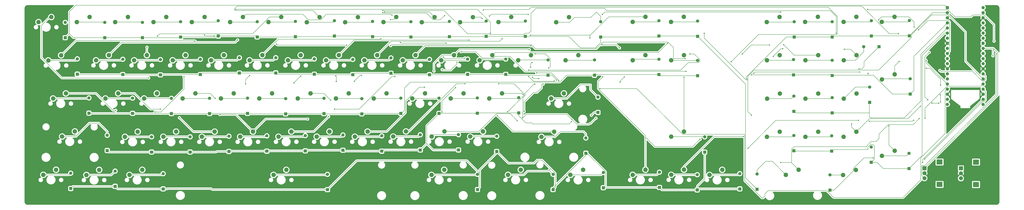
<source format=gbr>
%TF.GenerationSoftware,KiCad,Pcbnew,9.0.2*%
%TF.CreationDate,2025-07-26T17:38:43-10:00*%
%TF.ProjectId,Custom_Keyboard,43757374-6f6d-45f4-9b65-79626f617264,rev?*%
%TF.SameCoordinates,Original*%
%TF.FileFunction,Copper,L2,Bot*%
%TF.FilePolarity,Positive*%
%FSLAX46Y46*%
G04 Gerber Fmt 4.6, Leading zero omitted, Abs format (unit mm)*
G04 Created by KiCad (PCBNEW 9.0.2) date 2025-07-26 17:38:43*
%MOMM*%
%LPD*%
G01*
G04 APERTURE LIST*
G04 Aperture macros list*
%AMRoundRect*
0 Rectangle with rounded corners*
0 $1 Rounding radius*
0 $2 $3 $4 $5 $6 $7 $8 $9 X,Y pos of 4 corners*
0 Add a 4 corners polygon primitive as box body*
4,1,4,$2,$3,$4,$5,$6,$7,$8,$9,$2,$3,0*
0 Add four circle primitives for the rounded corners*
1,1,$1+$1,$2,$3*
1,1,$1+$1,$4,$5*
1,1,$1+$1,$6,$7*
1,1,$1+$1,$8,$9*
0 Add four rect primitives between the rounded corners*
20,1,$1+$1,$2,$3,$4,$5,0*
20,1,$1+$1,$4,$5,$6,$7,0*
20,1,$1+$1,$6,$7,$8,$9,0*
20,1,$1+$1,$8,$9,$2,$3,0*%
%AMFreePoly0*
4,1,37,0.603843,0.796157,0.639018,0.796157,0.711114,0.766294,0.766294,0.711114,0.796157,0.639018,0.796157,0.603843,0.800000,0.600000,0.800000,-0.600000,0.796157,-0.603843,0.796157,-0.639018,0.766294,-0.711114,0.711114,-0.766294,0.639018,-0.796157,0.603843,-0.796157,0.600000,-0.800000,0.000000,-0.800000,0.000000,-0.796148,-0.078414,-0.796148,-0.232228,-0.765552,-0.377117,-0.705537,
-0.507515,-0.618408,-0.618408,-0.507515,-0.705537,-0.377117,-0.765552,-0.232228,-0.796148,-0.078414,-0.796148,0.078414,-0.765552,0.232228,-0.705537,0.377117,-0.618408,0.507515,-0.507515,0.618408,-0.377117,0.705537,-0.232228,0.765552,-0.078414,0.796148,0.000000,0.796148,0.000000,0.800000,0.600000,0.800000,0.603843,0.796157,0.603843,0.796157,$1*%
%AMFreePoly1*
4,1,37,0.000000,0.796148,0.078414,0.796148,0.232228,0.765552,0.377117,0.705537,0.507515,0.618408,0.618408,0.507515,0.705537,0.377117,0.765552,0.232228,0.796148,0.078414,0.796148,-0.078414,0.765552,-0.232228,0.705537,-0.377117,0.618408,-0.507515,0.507515,-0.618408,0.377117,-0.705537,0.232228,-0.765552,0.078414,-0.796148,0.000000,-0.796148,0.000000,-0.800000,-0.600000,-0.800000,
-0.603843,-0.796157,-0.639018,-0.796157,-0.711114,-0.766294,-0.766294,-0.711114,-0.796157,-0.639018,-0.796157,-0.603843,-0.800000,-0.600000,-0.800000,0.600000,-0.796157,0.603843,-0.796157,0.639018,-0.766294,0.711114,-0.711114,0.766294,-0.639018,0.796157,-0.603843,0.796157,-0.600000,0.800000,0.000000,0.800000,0.000000,0.796148,0.000000,0.796148,$1*%
G04 Aperture macros list end*
%TA.AperFunction,ComponentPad*%
%ADD10C,2.200000*%
%TD*%
%TA.AperFunction,ComponentPad*%
%ADD11RoundRect,0.250000X0.550000X-0.550000X0.550000X0.550000X-0.550000X0.550000X-0.550000X-0.550000X0*%
%TD*%
%TA.AperFunction,ComponentPad*%
%ADD12C,1.600000*%
%TD*%
%TA.AperFunction,ComponentPad*%
%ADD13R,2.000000X2.000000*%
%TD*%
%TA.AperFunction,ComponentPad*%
%ADD14C,2.000000*%
%TD*%
%TA.AperFunction,ComponentPad*%
%ADD15R,3.000000X2.500000*%
%TD*%
%TA.AperFunction,ComponentPad*%
%ADD16RoundRect,0.250000X0.550000X0.550000X-0.550000X0.550000X-0.550000X-0.550000X0.550000X-0.550000X0*%
%TD*%
%TA.AperFunction,ComponentPad*%
%ADD17RoundRect,0.200000X-0.600000X-0.600000X0.600000X-0.600000X0.600000X0.600000X-0.600000X0.600000X0*%
%TD*%
%TA.AperFunction,ComponentPad*%
%ADD18FreePoly0,0.000000*%
%TD*%
%TA.AperFunction,ComponentPad*%
%ADD19FreePoly1,0.000000*%
%TD*%
%TA.AperFunction,ViaPad*%
%ADD20C,0.600000*%
%TD*%
%TA.AperFunction,Conductor*%
%ADD21C,0.200000*%
%TD*%
G04 APERTURE END LIST*
D10*
%TO.P,SW59,1,1*%
%TO.N,Col 7*%
X39230000Y-88300000D03*
%TO.P,SW59,2,2*%
%TO.N,Net-(D59-A)*%
X32880000Y-90840000D03*
%TD*%
D11*
%TO.P,D66,1,K*%
%TO.N,Row 3*%
X191750000Y-98150000D03*
D12*
%TO.P,D66,2,A*%
%TO.N,Net-(D66-A)*%
X191750000Y-90530000D03*
%TD*%
D11*
%TO.P,D39,1,K*%
%TO.N,Row 2*%
X396392400Y-60096400D03*
D12*
%TO.P,D39,2,A*%
%TO.N,Net-(D39-A)*%
X396392400Y-52476400D03*
%TD*%
D11*
%TO.P,D59,1,K*%
%TO.N,Row 3*%
X55320000Y-97840000D03*
D12*
%TO.P,D59,2,A*%
%TO.N,Net-(D59-A)*%
X55320000Y-90220000D03*
%TD*%
D11*
%TO.P,D6,1,K*%
%TO.N,Row 0*%
X129844800Y-41198800D03*
D12*
%TO.P,D6,2,A*%
%TO.N,Net-(D6-A)*%
X129844800Y-33578800D03*
%TD*%
D11*
%TO.P,D53,1,K*%
%TO.N,Row 3*%
X239268000Y-79248000D03*
D12*
%TO.P,D53,2,A*%
%TO.N,Net-(D53-A)*%
X239268000Y-71628000D03*
%TD*%
D10*
%TO.P,SW21,1,1*%
%TO.N,Col 3*%
X446582800Y-31140400D03*
%TO.P,SW21,2,2*%
%TO.N,Net-(D21-A)*%
X440232800Y-33680400D03*
%TD*%
D11*
%TO.P,D55,1,K*%
%TO.N,Row 3*%
X299212000Y-78841600D03*
D12*
%TO.P,D55,2,A*%
%TO.N,Net-(D55-A)*%
X299212000Y-71221600D03*
%TD*%
D11*
%TO.P,D3,1,K*%
%TO.N,Row 0*%
X72796400Y-41554400D03*
D12*
%TO.P,D3,2,A*%
%TO.N,Net-(D3-A)*%
X72796400Y-33934400D03*
%TD*%
D10*
%TO.P,SW52,1,1*%
%TO.N,Col 0*%
X213258400Y-69342000D03*
%TO.P,SW52,2,2*%
%TO.N,Net-(D52-A)*%
X206908400Y-71882000D03*
%TD*%
%TO.P,SW82,1,1*%
%TO.N,Col 13*%
X291870000Y-107450000D03*
%TO.P,SW82,2,2*%
%TO.N,Net-(D82-A)*%
X285520000Y-109990000D03*
%TD*%
%TO.P,SW80,1,1*%
%TO.N,Col 11*%
X222800000Y-107450000D03*
%TO.P,SW80,2,2*%
%TO.N,Net-(D80-A)*%
X216450000Y-109990000D03*
%TD*%
D11*
%TO.P,D65,1,K*%
%TO.N,Row 3*%
X172460000Y-97690000D03*
D12*
%TO.P,D65,2,A*%
%TO.N,Net-(D65-A)*%
X172460000Y-90070000D03*
%TD*%
D10*
%TO.P,SW55,1,1*%
%TO.N,Col 3*%
X282295600Y-69342000D03*
%TO.P,SW55,2,2*%
%TO.N,Net-(D55-A)*%
X275945600Y-71882000D03*
%TD*%
D11*
%TO.P,D84,1,K*%
%TO.N,Row 4*%
X348550000Y-117500000D03*
D12*
%TO.P,D84,2,A*%
%TO.N,Net-(D84-A)*%
X348550000Y-109880000D03*
%TD*%
D11*
%TO.P,D71,1,K*%
%TO.N,Row 4*%
X352270000Y-98640000D03*
D12*
%TO.P,D71,2,A*%
%TO.N,Net-(D71-A)*%
X352270000Y-91020000D03*
%TD*%
D10*
%TO.P,SW7,1,1*%
%TO.N,Col 6*%
X141782800Y-31242000D03*
%TO.P,SW7,2,2*%
%TO.N,Net-(D7-A)*%
X135432800Y-33782000D03*
%TD*%
%TO.P,SW66,1,1*%
%TO.N,Col 14*%
X184700000Y-88390000D03*
%TO.P,SW66,2,2*%
%TO.N,Net-(D66-A)*%
X178350000Y-90930000D03*
%TD*%
D11*
%TO.P,D57,1,K*%
%TO.N,Row 3*%
X415645600Y-79095600D03*
D12*
%TO.P,D57,2,A*%
%TO.N,Net-(D57-A)*%
X415645600Y-71475600D03*
%TD*%
D10*
%TO.P,SW49,1,1*%
%TO.N,Col 14*%
X156362400Y-69342000D03*
%TO.P,SW49,2,2*%
%TO.N,Net-(D49-A)*%
X150012400Y-71882000D03*
%TD*%
%TO.P,SW43,1,1*%
%TO.N,Col 8*%
X34747200Y-69342000D03*
%TO.P,SW43,2,2*%
%TO.N,Net-(D43-A)*%
X28397200Y-71882000D03*
%TD*%
%TO.P,SW51,1,1*%
%TO.N,Col 16*%
X194157600Y-69342000D03*
%TO.P,SW51,2,2*%
%TO.N,Net-(D51-A)*%
X187807600Y-71882000D03*
%TD*%
D11*
%TO.P,D62,1,K*%
%TO.N,Row 3*%
X115790000Y-98300000D03*
D12*
%TO.P,D62,2,A*%
%TO.N,Net-(D62-A)*%
X115790000Y-90680000D03*
%TD*%
D10*
%TO.P,SW36,1,1*%
%TO.N,Col 1*%
X322834000Y-50292000D03*
%TO.P,SW36,2,2*%
%TO.N,Net-(D36-A)*%
X316484000Y-52832000D03*
%TD*%
D11*
%TO.P,D82,1,K*%
%TO.N,Row 4*%
X301880000Y-116390000D03*
D12*
%TO.P,D82,2,A*%
%TO.N,Net-(D82-A)*%
X301880000Y-108770000D03*
%TD*%
D10*
%TO.P,SW17,1,1*%
%TO.N,Col 16*%
X398978000Y-107441200D03*
%TO.P,SW17,2,2*%
%TO.N,Net-(D17-A)*%
X392628000Y-109981200D03*
%TD*%
D11*
%TO.P,D43,1,K*%
%TO.N,Row 2*%
X46228000Y-79197200D03*
D12*
%TO.P,D43,2,A*%
%TO.N,Net-(D43-A)*%
X46228000Y-71577200D03*
%TD*%
D11*
%TO.P,D21,1,K*%
%TO.N,Row 1*%
X453999600Y-40589200D03*
D12*
%TO.P,D21,2,A*%
%TO.N,Net-(D21-A)*%
X453999600Y-32969200D03*
%TD*%
D11*
%TO.P,D33,1,K*%
%TO.N,Row 1*%
X253390400Y-59842400D03*
D12*
%TO.P,D33,2,A*%
%TO.N,Net-(D33-A)*%
X253390400Y-52222400D03*
%TD*%
D10*
%TO.P,SW77,1,1*%
%TO.N,Col 8*%
X51320000Y-107480000D03*
%TO.P,SW77,2,2*%
%TO.N,Net-(D77-A)*%
X44970000Y-110020000D03*
%TD*%
D11*
%TO.P,D61,1,K*%
%TO.N,Row 3*%
X96490000Y-98600000D03*
D12*
%TO.P,D61,2,A*%
%TO.N,Net-(D61-A)*%
X96490000Y-90980000D03*
%TD*%
D11*
%TO.P,D18,1,K*%
%TO.N,Row 1*%
X396697200Y-41198800D03*
D12*
%TO.P,D18,2,A*%
%TO.N,Net-(D18-A)*%
X396697200Y-33578800D03*
%TD*%
D11*
%TO.P,D79,1,K*%
%TO.N,Row 4*%
X164780000Y-117340000D03*
D12*
%TO.P,D79,2,A*%
%TO.N,Net-(D79-A)*%
X164780000Y-109720000D03*
%TD*%
D11*
%TO.P,D58,1,K*%
%TO.N,Row 3*%
X434230000Y-73790000D03*
D12*
%TO.P,D58,2,A*%
%TO.N,Net-(D58-A)*%
X434230000Y-66170000D03*
%TD*%
D11*
%TO.P,D80,1,K*%
%TO.N,Row 4*%
X239350000Y-117320000D03*
D12*
%TO.P,D80,2,A*%
%TO.N,Net-(D80-A)*%
X239350000Y-109700000D03*
%TD*%
D11*
%TO.P,D34,1,K*%
%TO.N,Row 1*%
X274370800Y-60299600D03*
D12*
%TO.P,D34,2,A*%
%TO.N,Net-(D34-A)*%
X274370800Y-52679600D03*
%TD*%
D11*
%TO.P,D31,1,K*%
%TO.N,Row 1*%
X215493600Y-59994800D03*
D12*
%TO.P,D31,2,A*%
%TO.N,Net-(D31-A)*%
X215493600Y-52374800D03*
%TD*%
D10*
%TO.P,SW48,1,1*%
%TO.N,Col 13*%
X137261600Y-69342000D03*
%TO.P,SW48,2,2*%
%TO.N,Net-(D48-A)*%
X130911600Y-71882000D03*
%TD*%
D11*
%TO.P,D16,1,K*%
%TO.N,Row 0*%
X348742000Y-40894000D03*
D12*
%TO.P,D16,2,A*%
%TO.N,Net-(D16-A)*%
X348742000Y-33274000D03*
%TD*%
D11*
%TO.P,D74,1,K*%
%TO.N,Row 4*%
X435030000Y-103680000D03*
D12*
%TO.P,D74,2,A*%
%TO.N,Net-(D74-A)*%
X435030000Y-96060000D03*
%TD*%
D11*
%TO.P,D24,1,K*%
%TO.N,Row 1*%
X81737200Y-60096400D03*
D12*
%TO.P,D24,2,A*%
%TO.N,Net-(D24-A)*%
X81737200Y-52476400D03*
%TD*%
D11*
%TO.P,D70,1,K*%
%TO.N,Row 4*%
X293200000Y-99190000D03*
D12*
%TO.P,D70,2,A*%
%TO.N,Net-(D70-A)*%
X293200000Y-91570000D03*
%TD*%
D10*
%TO.P,SW41,1,1*%
%TO.N,Col 6*%
X427736000Y-50292000D03*
%TO.P,SW41,2,2*%
%TO.N,Net-(D41-A)*%
X421386000Y-52832000D03*
%TD*%
D11*
%TO.P,D40,1,K*%
%TO.N,Row 2*%
X415594800Y-60401200D03*
D12*
%TO.P,D40,2,A*%
%TO.N,Net-(D40-A)*%
X415594800Y-52781200D03*
%TD*%
D10*
%TO.P,SW31,1,1*%
%TO.N,Col 13*%
X208534000Y-50292000D03*
%TO.P,SW31,2,2*%
%TO.N,Net-(D31-A)*%
X202184000Y-52832000D03*
%TD*%
D13*
%TO.P,SW86,A,A*%
%TO.N,Net-(A1-GPIO22)*%
X479590000Y-106700000D03*
D14*
%TO.P,SW86,B,B*%
%TO.N,Net-(A1-GPIO26_ADC0)*%
X479590000Y-111700000D03*
%TO.P,SW86,C,C*%
%TO.N,GND*%
X479590000Y-109200000D03*
D15*
%TO.P,SW86,MP*%
%TO.N,N/C*%
X487090000Y-103600000D03*
X487090000Y-114800000D03*
%TD*%
D10*
%TO.P,SW73,1,1*%
%TO.N,Col 4*%
X408650000Y-88470000D03*
%TO.P,SW73,2,2*%
%TO.N,Net-(D73-A)*%
X402300000Y-91010000D03*
%TD*%
%TO.P,SW75,1,1*%
%TO.N,Col 6*%
X446680000Y-97910000D03*
%TO.P,SW75,2,2*%
%TO.N,Net-(D75-A)*%
X440330000Y-100450000D03*
%TD*%
%TO.P,SW63,1,1*%
%TO.N,Col 11*%
X127740000Y-88420000D03*
%TO.P,SW63,2,2*%
%TO.N,Net-(D63-A)*%
X121390000Y-90960000D03*
%TD*%
%TO.P,SW3,1,1*%
%TO.N,Col 2*%
X65633600Y-31242000D03*
%TO.P,SW3,2,2*%
%TO.N,Net-(D3-A)*%
X59283600Y-33782000D03*
%TD*%
%TO.P,SW13,1,1*%
%TO.N,Col 12*%
X256082800Y-31242000D03*
%TO.P,SW13,2,2*%
%TO.N,Net-(D13-A)*%
X249732800Y-33782000D03*
%TD*%
%TO.P,SW2,1,1*%
%TO.N,Col 1*%
X46583600Y-31242000D03*
%TO.P,SW2,2,2*%
%TO.N,Net-(D2-A)*%
X40233600Y-33782000D03*
%TD*%
D11*
%TO.P,D49,1,K*%
%TO.N,Row 2*%
X163017200Y-79400400D03*
D12*
%TO.P,D49,2,A*%
%TO.N,Net-(D49-A)*%
X163017200Y-71780400D03*
%TD*%
D10*
%TO.P,SW64,1,1*%
%TO.N,Col 12*%
X146790000Y-88390000D03*
%TO.P,SW64,2,2*%
%TO.N,Net-(D64-A)*%
X140440000Y-90930000D03*
%TD*%
D11*
%TO.P,D1,1,K*%
%TO.N,Row 0*%
X34442400Y-41554400D03*
D12*
%TO.P,D1,2,A*%
%TO.N,Net-(D1-A)*%
X34442400Y-33934400D03*
%TD*%
D10*
%TO.P,SW4,1,1*%
%TO.N,Col 3*%
X84683600Y-31242000D03*
%TO.P,SW4,2,2*%
%TO.N,Net-(D4-A)*%
X78333600Y-33782000D03*
%TD*%
%TO.P,SW27,1,1*%
%TO.N,Col 9*%
X132384800Y-50292000D03*
%TO.P,SW27,2,2*%
%TO.N,Net-(D27-A)*%
X126034800Y-52832000D03*
%TD*%
%TO.P,SW61,1,1*%
%TO.N,Col 9*%
X89540000Y-88420000D03*
%TO.P,SW61,2,2*%
%TO.N,Net-(D61-A)*%
X83190000Y-90960000D03*
%TD*%
D11*
%TO.P,D68,1,K*%
%TO.N,Row 3*%
X229900000Y-97560000D03*
D12*
%TO.P,D68,2,A*%
%TO.N,Net-(D68-A)*%
X229900000Y-89940000D03*
%TD*%
D10*
%TO.P,SW19,1,1*%
%TO.N,Col 1*%
X408482800Y-31140400D03*
%TO.P,SW19,2,2*%
%TO.N,Net-(D19-A)*%
X402132800Y-33680400D03*
%TD*%
D11*
%TO.P,D85,1,K*%
%TO.N,Row 4*%
X369700000Y-116960000D03*
D12*
%TO.P,D85,2,A*%
%TO.N,Net-(D85-A)*%
X369700000Y-109340000D03*
%TD*%
D10*
%TO.P,SW76,1,1*%
%TO.N,Col 7*%
X29910000Y-107410000D03*
%TO.P,SW76,2,2*%
%TO.N,Net-(D76-A)*%
X23560000Y-109950000D03*
%TD*%
%TO.P,SW8,1,1*%
%TO.N,Col 7*%
X160883600Y-31292800D03*
%TO.P,SW8,2,2*%
%TO.N,Net-(D8-A)*%
X154533600Y-33832800D03*
%TD*%
D11*
%TO.P,D47,1,K*%
%TO.N,Row 2*%
X125069600Y-79298800D03*
D12*
%TO.P,D47,2,A*%
%TO.N,Net-(D47-A)*%
X125069600Y-71678800D03*
%TD*%
D11*
%TO.P,D52,1,K*%
%TO.N,Row 3*%
X220218000Y-79349600D03*
D12*
%TO.P,D52,2,A*%
%TO.N,Net-(D52-A)*%
X220218000Y-71729600D03*
%TD*%
D11*
%TO.P,D5,1,K*%
%TO.N,Row 0*%
X110490000Y-40741600D03*
D12*
%TO.P,D5,2,A*%
%TO.N,Net-(D5-A)*%
X110490000Y-33121600D03*
%TD*%
D11*
%TO.P,D73,1,K*%
%TO.N,Row 4*%
X415360000Y-98120000D03*
D12*
%TO.P,D73,2,A*%
%TO.N,Net-(D73-A)*%
X415360000Y-90500000D03*
%TD*%
D10*
%TO.P,SW14,1,1*%
%TO.N,Col 13*%
X284784800Y-31292800D03*
%TO.P,SW14,2,2*%
%TO.N,Net-(D14-A)*%
X278434800Y-33832800D03*
%TD*%
%TO.P,SW37,1,1*%
%TO.N,Col 2*%
X341934800Y-50292000D03*
%TO.P,SW37,2,2*%
%TO.N,Net-(D37-A)*%
X335584800Y-52832000D03*
%TD*%
%TO.P,SW33,1,1*%
%TO.N,Col 15*%
X246735600Y-50292000D03*
%TO.P,SW33,2,2*%
%TO.N,Net-(D33-A)*%
X240385600Y-52832000D03*
%TD*%
D11*
%TO.P,D83,1,K*%
%TO.N,Row 4*%
X329770000Y-116230000D03*
D12*
%TO.P,D83,2,A*%
%TO.N,Net-(D83-A)*%
X329770000Y-108610000D03*
%TD*%
D10*
%TO.P,SW46,1,1*%
%TO.N,Col 11*%
X99110800Y-69342000D03*
%TO.P,SW46,2,2*%
%TO.N,Net-(D46-A)*%
X92760800Y-71882000D03*
%TD*%
D11*
%TO.P,D51,1,K*%
%TO.N,Row 2*%
X201269600Y-79349600D03*
D12*
%TO.P,D51,2,A*%
%TO.N,Net-(D51-A)*%
X201269600Y-71729600D03*
%TD*%
D11*
%TO.P,D35,1,K*%
%TO.N,Row 2*%
X297484800Y-60299600D03*
D12*
%TO.P,D35,2,A*%
%TO.N,Net-(D35-A)*%
X297484800Y-52679600D03*
%TD*%
D10*
%TO.P,SW6,1,1*%
%TO.N,Col 5*%
X122783600Y-31242000D03*
%TO.P,SW6,2,2*%
%TO.N,Net-(D6-A)*%
X116433600Y-33782000D03*
%TD*%
D11*
%TO.P,D29,1,K*%
%TO.N,Row 1*%
X177342800Y-59994800D03*
D12*
%TO.P,D29,2,A*%
%TO.N,Net-(D29-A)*%
X177342800Y-52374800D03*
%TD*%
D11*
%TO.P,D2,1,K*%
%TO.N,Row 0*%
X54102000Y-41554400D03*
D12*
%TO.P,D2,2,A*%
%TO.N,Net-(D2-A)*%
X54102000Y-33934400D03*
%TD*%
D11*
%TO.P,D63,1,K*%
%TO.N,Row 3*%
X134630000Y-98150000D03*
D12*
%TO.P,D63,2,A*%
%TO.N,Net-(D63-A)*%
X134630000Y-90530000D03*
%TD*%
D11*
%TO.P,D15,1,K*%
%TO.N,Row 0*%
X329539600Y-40741600D03*
D12*
%TO.P,D15,2,A*%
%TO.N,Net-(D15-A)*%
X329539600Y-33121600D03*
%TD*%
D10*
%TO.P,SW84,1,1*%
%TO.N,Col 15*%
X341960000Y-107380000D03*
%TO.P,SW84,2,2*%
%TO.N,Net-(D84-A)*%
X335610000Y-109920000D03*
%TD*%
D11*
%TO.P,D37,1,K*%
%TO.N,Row 2*%
X348691200Y-60502800D03*
D12*
%TO.P,D37,2,A*%
%TO.N,Net-(D37-A)*%
X348691200Y-52882800D03*
%TD*%
D10*
%TO.P,SW56,1,1*%
%TO.N,Col 4*%
X389585200Y-69392800D03*
%TO.P,SW56,2,2*%
%TO.N,Net-(D56-A)*%
X383235200Y-71932800D03*
%TD*%
%TO.P,SW83,1,1*%
%TO.N,Col 14*%
X322820000Y-107410000D03*
%TO.P,SW83,2,2*%
%TO.N,Net-(D83-A)*%
X316470000Y-109950000D03*
%TD*%
%TO.P,SW40,1,1*%
%TO.N,Col 5*%
X408635200Y-50292000D03*
%TO.P,SW40,2,2*%
%TO.N,Net-(D40-A)*%
X402285200Y-52832000D03*
%TD*%
D11*
%TO.P,D27,1,K*%
%TO.N,Row 1*%
X139090400Y-59131200D03*
D12*
%TO.P,D27,2,A*%
%TO.N,Net-(D27-A)*%
X139090400Y-51511200D03*
%TD*%
D11*
%TO.P,D78,1,K*%
%TO.N,Row 4*%
X83100000Y-116980000D03*
D12*
%TO.P,D78,2,A*%
%TO.N,Net-(D78-A)*%
X83100000Y-109360000D03*
%TD*%
D10*
%TO.P,SW70,1,1*%
%TO.N,Col 1*%
X277470000Y-88440000D03*
%TO.P,SW70,2,2*%
%TO.N,Net-(D70-A)*%
X271120000Y-90980000D03*
%TD*%
D13*
%TO.P,SW87,A,A*%
%TO.N,Net-(A1-GPIO27_ADC1)*%
X461470000Y-106650000D03*
D14*
%TO.P,SW87,B,B*%
%TO.N,Net-(A1-GPIO28_ADC2)*%
X461470000Y-111650000D03*
%TO.P,SW87,C,C*%
%TO.N,GND*%
X461470000Y-109150000D03*
D15*
%TO.P,SW87,MP*%
%TO.N,N/C*%
X468970000Y-103550000D03*
X468970000Y-114750000D03*
%TD*%
D10*
%TO.P,SW58,1,1*%
%TO.N,Col 6*%
X427736000Y-69443600D03*
%TO.P,SW58,2,2*%
%TO.N,Net-(D58-A)*%
X421386000Y-71983600D03*
%TD*%
D16*
%TO.P,D41,1,K*%
%TO.N,Row 2*%
X438930000Y-46070000D03*
D12*
%TO.P,D41,2,A*%
%TO.N,Net-(D41-A)*%
X431310000Y-46070000D03*
%TD*%
D10*
%TO.P,SW29,1,1*%
%TO.N,Col 11*%
X170434000Y-50292000D03*
%TO.P,SW29,2,2*%
%TO.N,Net-(D29-A)*%
X164084000Y-52832000D03*
%TD*%
D11*
%TO.P,D17,1,K*%
%TO.N,Row 0*%
X378320000Y-117190000D03*
D12*
%TO.P,D17,2,A*%
%TO.N,Net-(D17-A)*%
X378320000Y-109570000D03*
%TD*%
D11*
%TO.P,D81,1,K*%
%TO.N,Row 4*%
X276900000Y-117300000D03*
D12*
%TO.P,D81,2,A*%
%TO.N,Net-(D81-A)*%
X276900000Y-109680000D03*
%TD*%
D11*
%TO.P,D38,1,K*%
%TO.N,Row 2*%
X414540000Y-117560000D03*
D12*
%TO.P,D38,2,A*%
%TO.N,Net-(D38-A)*%
X414540000Y-109940000D03*
%TD*%
D10*
%TO.P,SW25,1,1*%
%TO.N,Col 7*%
X94183200Y-50292000D03*
%TO.P,SW25,2,2*%
%TO.N,Net-(D25-A)*%
X87833200Y-52832000D03*
%TD*%
D11*
%TO.P,D11,1,K*%
%TO.N,Row 0*%
X225399600Y-41046400D03*
D12*
%TO.P,D11,2,A*%
%TO.N,Net-(D11-A)*%
X225399600Y-33426400D03*
%TD*%
D11*
%TO.P,D12,1,K*%
%TO.N,Row 0*%
X243636800Y-40894000D03*
D12*
%TO.P,D12,2,A*%
%TO.N,Net-(D12-A)*%
X243636800Y-33274000D03*
%TD*%
D11*
%TO.P,D10,1,K*%
%TO.N,Row 0*%
X206248000Y-41198800D03*
D12*
%TO.P,D10,2,A*%
%TO.N,Net-(D10-A)*%
X206248000Y-33578800D03*
%TD*%
D11*
%TO.P,D76,1,K*%
%TO.N,Row 4*%
X37160000Y-116760000D03*
D12*
%TO.P,D76,2,A*%
%TO.N,Net-(D76-A)*%
X37160000Y-109140000D03*
%TD*%
D10*
%TO.P,SW85,1,1*%
%TO.N,Col 16*%
X360970000Y-107450000D03*
%TO.P,SW85,2,2*%
%TO.N,Net-(D85-A)*%
X354620000Y-109990000D03*
%TD*%
%TO.P,SW5,1,1*%
%TO.N,Col 4*%
X103733600Y-31242000D03*
%TO.P,SW5,2,2*%
%TO.N,Net-(D5-A)*%
X97383600Y-33782000D03*
%TD*%
D17*
%TO.P,A1,1,GPIO0*%
%TO.N,Row 0*%
X472890000Y-26530000D03*
D12*
%TO.P,A1,2,GPIO1*%
%TO.N,Row 1*%
X472890000Y-29070000D03*
D18*
%TO.P,A1,3,GND*%
%TO.N,GND*%
X472890000Y-31610000D03*
D12*
%TO.P,A1,4,GPIO2*%
%TO.N,Row 2*%
X472890000Y-34150000D03*
%TO.P,A1,5,GPIO3*%
%TO.N,Row 3*%
X472890000Y-36690000D03*
%TO.P,A1,6,GPIO4*%
%TO.N,Row 4*%
X472890000Y-39230000D03*
%TO.P,A1,7,GPIO5*%
%TO.N,Col 0*%
X472890000Y-41770000D03*
D18*
%TO.P,A1,8,GND*%
%TO.N,GND*%
X472890000Y-44310000D03*
D12*
%TO.P,A1,9,GPIO6*%
%TO.N,Col 1*%
X472890000Y-46850000D03*
%TO.P,A1,10,GPIO7*%
%TO.N,Col 2*%
X472890000Y-49390000D03*
%TO.P,A1,11,GPIO8*%
%TO.N,Col 3*%
X472890000Y-51930000D03*
%TO.P,A1,12,GPIO9*%
%TO.N,Col 4*%
X472890000Y-54470000D03*
D18*
%TO.P,A1,13,GND*%
%TO.N,GND*%
X472890000Y-57010000D03*
D12*
%TO.P,A1,14,GPIO10*%
%TO.N,Col 5*%
X472890000Y-59550000D03*
%TO.P,A1,15,GPIO11*%
%TO.N,Col 6*%
X472890000Y-62090000D03*
%TO.P,A1,16,GPIO12*%
%TO.N,Col 7*%
X472890000Y-64630000D03*
%TO.P,A1,17,GPIO13*%
%TO.N,Col 8*%
X472890000Y-67170000D03*
D18*
%TO.P,A1,18,GND*%
%TO.N,GND*%
X472890000Y-69710000D03*
D12*
%TO.P,A1,19,GPIO14*%
%TO.N,Col 9*%
X472890000Y-72250000D03*
%TO.P,A1,20,GPIO15*%
%TO.N,Col 10*%
X472890000Y-74790000D03*
%TO.P,A1,21,GPIO16*%
%TO.N,Col 11*%
X490670000Y-74790000D03*
%TO.P,A1,22,GPIO17*%
%TO.N,Col 12*%
X490670000Y-72250000D03*
D19*
%TO.P,A1,23,GND*%
%TO.N,GND*%
X490670000Y-69710000D03*
D12*
%TO.P,A1,24,GPIO18*%
%TO.N,Col 13*%
X490670000Y-67170000D03*
%TO.P,A1,25,GPIO19*%
%TO.N,Col 14*%
X490670000Y-64630000D03*
%TO.P,A1,26,GPIO20*%
%TO.N,Col 15*%
X490670000Y-62090000D03*
%TO.P,A1,27,GPIO21*%
%TO.N,Col 16*%
X490670000Y-59550000D03*
D19*
%TO.P,A1,28,GND*%
%TO.N,GND*%
X490670000Y-57010000D03*
D12*
%TO.P,A1,29,GPIO22*%
%TO.N,Net-(A1-GPIO22)*%
X490670000Y-54470000D03*
%TO.P,A1,30,RUN*%
%TO.N,unconnected-(A1-RUN-Pad30)_1*%
X490670000Y-51930000D03*
%TO.P,A1,31,GPIO26_ADC0*%
%TO.N,Net-(A1-GPIO26_ADC0)*%
X490670000Y-49390000D03*
%TO.P,A1,32,GPIO27_ADC1*%
%TO.N,Net-(A1-GPIO27_ADC1)*%
X490670000Y-46850000D03*
D19*
%TO.P,A1,33,AGND*%
%TO.N,unconnected-(A1-AGND-Pad33)_1*%
X490670000Y-44310000D03*
D12*
%TO.P,A1,34,GPIO28_ADC2*%
%TO.N,Net-(A1-GPIO28_ADC2)*%
X490670000Y-41770000D03*
%TO.P,A1,35,ADC_VREF*%
%TO.N,unconnected-(A1-ADC_VREF-Pad35)*%
X490670000Y-39230000D03*
%TO.P,A1,36,3V3*%
%TO.N,unconnected-(A1-3V3-Pad36)_1*%
X490670000Y-36690000D03*
%TO.P,A1,37,3V3_EN*%
%TO.N,unconnected-(A1-3V3_EN-Pad37)_1*%
X490670000Y-34150000D03*
D19*
%TO.P,A1,38,GND*%
%TO.N,GND*%
X490670000Y-31610000D03*
D12*
%TO.P,A1,39,VSYS*%
%TO.N,unconnected-(A1-VSYS-Pad39)*%
X490670000Y-29070000D03*
%TO.P,A1,40,VBUS*%
%TO.N,+5V*%
X490670000Y-26530000D03*
%TD*%
D11*
%TO.P,D67,1,K*%
%TO.N,Row 3*%
X210910000Y-97570000D03*
D12*
%TO.P,D67,2,A*%
%TO.N,Net-(D67-A)*%
X210910000Y-89950000D03*
%TD*%
D11*
%TO.P,D7,1,K*%
%TO.N,Row 0*%
X148844000Y-41046400D03*
D12*
%TO.P,D7,2,A*%
%TO.N,Net-(D7-A)*%
X148844000Y-33426400D03*
%TD*%
D10*
%TO.P,SW26,1,1*%
%TO.N,Col 8*%
X113284000Y-50292000D03*
%TO.P,SW26,2,2*%
%TO.N,Net-(D26-A)*%
X106934000Y-52832000D03*
%TD*%
D11*
%TO.P,D30,1,K*%
%TO.N,Row 1*%
X196342000Y-59283600D03*
D12*
%TO.P,D30,2,A*%
%TO.N,Net-(D30-A)*%
X196342000Y-51663600D03*
%TD*%
D11*
%TO.P,D9,1,K*%
%TO.N,Row 0*%
X187198000Y-41046400D03*
D12*
%TO.P,D9,2,A*%
%TO.N,Net-(D9-A)*%
X187198000Y-33426400D03*
%TD*%
D10*
%TO.P,SW68,1,1*%
%TO.N,Col 16*%
X222940000Y-88330000D03*
%TO.P,SW68,2,2*%
%TO.N,Net-(D68-A)*%
X216590000Y-90870000D03*
%TD*%
D11*
%TO.P,D25,1,K*%
%TO.N,Row 1*%
X101600000Y-59944000D03*
D12*
%TO.P,D25,2,A*%
%TO.N,Net-(D25-A)*%
X101600000Y-52324000D03*
%TD*%
D10*
%TO.P,SW18,1,1*%
%TO.N,Col 0*%
X389432800Y-31191200D03*
%TO.P,SW18,2,2*%
%TO.N,Net-(D18-A)*%
X383082800Y-33731200D03*
%TD*%
%TO.P,SW78,1,1*%
%TO.N,Col 9*%
X72730000Y-107450000D03*
%TO.P,SW78,2,2*%
%TO.N,Net-(D78-A)*%
X66380000Y-109990000D03*
%TD*%
D11*
%TO.P,D46,1,K*%
%TO.N,Row 2*%
X106172000Y-79400400D03*
D12*
%TO.P,D46,2,A*%
%TO.N,Net-(D46-A)*%
X106172000Y-71780400D03*
%TD*%
D10*
%TO.P,SW45,1,1*%
%TO.N,Col 10*%
X79959200Y-69342000D03*
%TO.P,SW45,2,2*%
%TO.N,Net-(D45-A)*%
X73609200Y-71882000D03*
%TD*%
D11*
%TO.P,D77,1,K*%
%TO.N,Row 4*%
X59220000Y-115700000D03*
D12*
%TO.P,D77,2,A*%
%TO.N,Net-(D77-A)*%
X59220000Y-108080000D03*
%TD*%
D11*
%TO.P,D64,1,K*%
%TO.N,Row 3*%
X153770000Y-97990000D03*
D12*
%TO.P,D64,2,A*%
%TO.N,Net-(D64-A)*%
X153770000Y-90370000D03*
%TD*%
D11*
%TO.P,D36,1,K*%
%TO.N,Row 2*%
X329488800Y-59944000D03*
D12*
%TO.P,D36,2,A*%
%TO.N,Net-(D36-A)*%
X329488800Y-52324000D03*
%TD*%
D11*
%TO.P,D54,1,K*%
%TO.N,Row 3*%
X259791200Y-79044800D03*
D12*
%TO.P,D54,2,A*%
%TO.N,Net-(D54-A)*%
X259791200Y-71424800D03*
%TD*%
D10*
%TO.P,SW38,1,1*%
%TO.N,Col 3*%
X427410000Y-107490000D03*
%TO.P,SW38,2,2*%
%TO.N,Net-(D38-A)*%
X421060000Y-110030000D03*
%TD*%
%TO.P,SW71,1,1*%
%TO.N,Col 2*%
X341920000Y-88370000D03*
%TO.P,SW71,2,2*%
%TO.N,Net-(D71-A)*%
X335570000Y-90910000D03*
%TD*%
D11*
%TO.P,D72,1,K*%
%TO.N,Row 4*%
X396580000Y-97920000D03*
D12*
%TO.P,D72,2,A*%
%TO.N,Net-(D72-A)*%
X396580000Y-90300000D03*
%TD*%
D11*
%TO.P,D4,1,K*%
%TO.N,Row 0*%
X91795600Y-41198800D03*
D12*
%TO.P,D4,2,A*%
%TO.N,Net-(D4-A)*%
X91795600Y-33578800D03*
%TD*%
D10*
%TO.P,SW23,1,1*%
%TO.N,Col 5*%
X56083200Y-50292000D03*
%TO.P,SW23,2,2*%
%TO.N,Net-(D23-A)*%
X49733200Y-52832000D03*
%TD*%
D11*
%TO.P,D69,1,K*%
%TO.N,Row 4*%
X248890000Y-98320000D03*
D12*
%TO.P,D69,2,A*%
%TO.N,Net-(D69-A)*%
X248890000Y-90700000D03*
%TD*%
D10*
%TO.P,SW1,1,1*%
%TO.N,Col 0*%
X27530000Y-31242000D03*
%TO.P,SW1,2,2*%
%TO.N,Net-(D1-A)*%
X21180000Y-33782000D03*
%TD*%
%TO.P,SW28,1,1*%
%TO.N,Col 10*%
X151485600Y-50292000D03*
%TO.P,SW28,2,2*%
%TO.N,Net-(D28-A)*%
X145135600Y-52832000D03*
%TD*%
%TO.P,SW57,1,1*%
%TO.N,Col 5*%
X408635200Y-69392800D03*
%TO.P,SW57,2,2*%
%TO.N,Net-(D57-A)*%
X402285200Y-71932800D03*
%TD*%
D11*
%TO.P,D50,1,K*%
%TO.N,Row 2*%
X181813200Y-79552800D03*
D12*
%TO.P,D50,2,A*%
%TO.N,Net-(D50-A)*%
X181813200Y-71932800D03*
%TD*%
D10*
%TO.P,SW30,1,1*%
%TO.N,Col 12*%
X189433200Y-50292000D03*
%TO.P,SW30,2,2*%
%TO.N,Net-(D30-A)*%
X183083200Y-52832000D03*
%TD*%
D11*
%TO.P,D23,1,K*%
%TO.N,Row 1*%
X63042800Y-59944000D03*
D12*
%TO.P,D23,2,A*%
%TO.N,Net-(D23-A)*%
X63042800Y-52324000D03*
%TD*%
D10*
%TO.P,SW34,1,1*%
%TO.N,Col 16*%
X265887200Y-50292000D03*
%TO.P,SW34,2,2*%
%TO.N,Net-(D34-A)*%
X259537200Y-52832000D03*
%TD*%
%TO.P,SW16,1,1*%
%TO.N,Col 15*%
X341833200Y-31140400D03*
%TO.P,SW16,2,2*%
%TO.N,Net-(D16-A)*%
X335483200Y-33680400D03*
%TD*%
D11*
%TO.P,D20,1,K*%
%TO.N,Row 1*%
X435102000Y-40741600D03*
D12*
%TO.P,D20,2,A*%
%TO.N,Net-(D20-A)*%
X435102000Y-33121600D03*
%TD*%
D10*
%TO.P,SW60,1,1*%
%TO.N,Col 8*%
X70470000Y-88450000D03*
%TO.P,SW60,2,2*%
%TO.N,Net-(D60-A)*%
X64120000Y-90990000D03*
%TD*%
D11*
%TO.P,D22,1,K*%
%TO.N,Row 1*%
X40436800Y-59740800D03*
D12*
%TO.P,D22,2,A*%
%TO.N,Net-(D22-A)*%
X40436800Y-52120800D03*
%TD*%
D11*
%TO.P,D44,1,K*%
%TO.N,Row 2*%
X67919600Y-79298800D03*
D12*
%TO.P,D44,2,A*%
%TO.N,Net-(D44-A)*%
X67919600Y-71678800D03*
%TD*%
D11*
%TO.P,D8,1,K*%
%TO.N,Row 0*%
X168198800Y-40741600D03*
D12*
%TO.P,D8,2,A*%
%TO.N,Net-(D8-A)*%
X168198800Y-33121600D03*
%TD*%
D10*
%TO.P,SW9,1,1*%
%TO.N,Col 8*%
X179933600Y-31292800D03*
%TO.P,SW9,2,2*%
%TO.N,Net-(D9-A)*%
X173583600Y-33832800D03*
%TD*%
D11*
%TO.P,D28,1,K*%
%TO.N,Row 1*%
X158242000Y-59791600D03*
D12*
%TO.P,D28,2,A*%
%TO.N,Net-(D28-A)*%
X158242000Y-52171600D03*
%TD*%
D10*
%TO.P,SW47,1,1*%
%TO.N,Col 12*%
X118160800Y-69342000D03*
%TO.P,SW47,2,2*%
%TO.N,Net-(D47-A)*%
X111810800Y-71882000D03*
%TD*%
%TO.P,SW79,1,1*%
%TO.N,Col 10*%
X144320000Y-107450000D03*
%TO.P,SW79,2,2*%
%TO.N,Net-(D79-A)*%
X137970000Y-109990000D03*
%TD*%
%TO.P,SW69,1,1*%
%TO.N,Col 0*%
X242080000Y-88330000D03*
%TO.P,SW69,2,2*%
%TO.N,Net-(D69-A)*%
X235730000Y-90870000D03*
%TD*%
D11*
%TO.P,D56,1,K*%
%TO.N,Row 3*%
X396580000Y-78282800D03*
D12*
%TO.P,D56,2,A*%
%TO.N,Net-(D56-A)*%
X396580000Y-70662800D03*
%TD*%
D10*
%TO.P,SW32,1,1*%
%TO.N,Col 14*%
X227634800Y-50292000D03*
%TO.P,SW32,2,2*%
%TO.N,Net-(D32-A)*%
X221284800Y-52832000D03*
%TD*%
%TO.P,SW81,1,1*%
%TO.N,Col 12*%
X260850000Y-107410000D03*
%TO.P,SW81,2,2*%
%TO.N,Net-(D81-A)*%
X254500000Y-109950000D03*
%TD*%
%TO.P,SW67,1,1*%
%TO.N,Col 15*%
X203790000Y-88330000D03*
%TO.P,SW67,2,2*%
%TO.N,Net-(D67-A)*%
X197440000Y-90870000D03*
%TD*%
%TO.P,SW24,1,1*%
%TO.N,Col 6*%
X75031600Y-50292000D03*
%TO.P,SW24,2,2*%
%TO.N,Net-(D24-A)*%
X68681600Y-52832000D03*
%TD*%
%TO.P,SW10,1,1*%
%TO.N,Col 9*%
X198932800Y-31242000D03*
%TO.P,SW10,2,2*%
%TO.N,Net-(D10-A)*%
X192582800Y-33782000D03*
%TD*%
D11*
%TO.P,D13,1,K*%
%TO.N,Row 0*%
X263144000Y-40894000D03*
D12*
%TO.P,D13,2,A*%
%TO.N,Net-(D13-A)*%
X263144000Y-33274000D03*
%TD*%
D10*
%TO.P,SW50,1,1*%
%TO.N,Col 15*%
X175310800Y-69342000D03*
%TO.P,SW50,2,2*%
%TO.N,Net-(D50-A)*%
X168960800Y-71882000D03*
%TD*%
D11*
%TO.P,D75,1,K*%
%TO.N,Row 4*%
X453820000Y-106800000D03*
D12*
%TO.P,D75,2,A*%
%TO.N,Net-(D75-A)*%
X453820000Y-99180000D03*
%TD*%
D10*
%TO.P,SW35,1,1*%
%TO.N,Col 0*%
X289458400Y-50292000D03*
%TO.P,SW35,2,2*%
%TO.N,Net-(D35-A)*%
X283108400Y-52832000D03*
%TD*%
D11*
%TO.P,D19,1,K*%
%TO.N,Row 1*%
X415645600Y-41249600D03*
D12*
%TO.P,D19,2,A*%
%TO.N,Net-(D19-A)*%
X415645600Y-33629600D03*
%TD*%
D10*
%TO.P,SW12,1,1*%
%TO.N,Col 11*%
X237032800Y-31292800D03*
%TO.P,SW12,2,2*%
%TO.N,Net-(D12-A)*%
X230682800Y-33832800D03*
%TD*%
%TO.P,SW22,1,1*%
%TO.N,Col 4*%
X32410400Y-50342800D03*
%TO.P,SW22,2,2*%
%TO.N,Net-(D22-A)*%
X26060400Y-52882800D03*
%TD*%
%TO.P,SW42,1,1*%
%TO.N,Col 7*%
X446684400Y-59842400D03*
%TO.P,SW42,2,2*%
%TO.N,Net-(D42-A)*%
X440334400Y-62382400D03*
%TD*%
%TO.P,SW54,1,1*%
%TO.N,Col 2*%
X251561600Y-69342000D03*
%TO.P,SW54,2,2*%
%TO.N,Net-(D54-A)*%
X245211600Y-71882000D03*
%TD*%
D11*
%TO.P,D14,1,K*%
%TO.N,Row 0*%
X300532800Y-41249600D03*
D12*
%TO.P,D14,2,A*%
%TO.N,Net-(D14-A)*%
X300532800Y-33629600D03*
%TD*%
D11*
%TO.P,D26,1,K*%
%TO.N,Row 1*%
X121005600Y-59182000D03*
D12*
%TO.P,D26,2,A*%
%TO.N,Net-(D26-A)*%
X121005600Y-51562000D03*
%TD*%
D10*
%TO.P,SW11,1,1*%
%TO.N,Col 10*%
X217982800Y-31292800D03*
%TO.P,SW11,2,2*%
%TO.N,Net-(D11-A)*%
X211632800Y-33832800D03*
%TD*%
%TO.P,SW20,1,1*%
%TO.N,Col 2*%
X427634400Y-31140400D03*
%TO.P,SW20,2,2*%
%TO.N,Net-(D20-A)*%
X421284400Y-33680400D03*
%TD*%
D11*
%TO.P,D60,1,K*%
%TO.N,Row 3*%
X77350000Y-98600000D03*
D12*
%TO.P,D60,2,A*%
%TO.N,Net-(D60-A)*%
X77350000Y-90980000D03*
%TD*%
D10*
%TO.P,SW72,1,1*%
%TO.N,Col 3*%
X389550000Y-88470000D03*
%TO.P,SW72,2,2*%
%TO.N,Net-(D72-A)*%
X383200000Y-91010000D03*
%TD*%
D11*
%TO.P,D32,1,K*%
%TO.N,Row 1*%
X234442000Y-59842400D03*
D12*
%TO.P,D32,2,A*%
%TO.N,Net-(D32-A)*%
X234442000Y-52222400D03*
%TD*%
D10*
%TO.P,SW65,1,1*%
%TO.N,Col 13*%
X165780000Y-88360000D03*
%TO.P,SW65,2,2*%
%TO.N,Net-(D65-A)*%
X159430000Y-90900000D03*
%TD*%
D11*
%TO.P,D48,1,K*%
%TO.N,Row 2*%
X143967200Y-79552800D03*
D12*
%TO.P,D48,2,A*%
%TO.N,Net-(D48-A)*%
X143967200Y-71932800D03*
%TD*%
D10*
%TO.P,SW44,1,1*%
%TO.N,Col 9*%
X60756800Y-69342000D03*
%TO.P,SW44,2,2*%
%TO.N,Net-(D44-A)*%
X54406800Y-71882000D03*
%TD*%
%TO.P,SW15,1,1*%
%TO.N,Col 14*%
X322783200Y-31140400D03*
%TO.P,SW15,2,2*%
%TO.N,Net-(D15-A)*%
X316433200Y-33680400D03*
%TD*%
D11*
%TO.P,D42,1,K*%
%TO.N,Row 2*%
X454406000Y-69646800D03*
D12*
%TO.P,D42,2,A*%
%TO.N,Net-(D42-A)*%
X454406000Y-62026800D03*
%TD*%
D11*
%TO.P,D45,1,K*%
%TO.N,Row 2*%
X87223600Y-79400400D03*
D12*
%TO.P,D45,2,A*%
%TO.N,Net-(D45-A)*%
X87223600Y-71780400D03*
%TD*%
D10*
%TO.P,SW39,1,1*%
%TO.N,Col 4*%
X389534400Y-50292000D03*
%TO.P,SW39,2,2*%
%TO.N,Net-(D39-A)*%
X383184400Y-52832000D03*
%TD*%
%TO.P,SW53,1,1*%
%TO.N,Col 1*%
X232410000Y-69342000D03*
%TO.P,SW53,2,2*%
%TO.N,Net-(D53-A)*%
X226060000Y-71882000D03*
%TD*%
%TO.P,SW62,1,1*%
%TO.N,Col 10*%
X108710000Y-88420000D03*
%TO.P,SW62,2,2*%
%TO.N,Net-(D62-A)*%
X102360000Y-90960000D03*
%TD*%
%TO.P,SW74,1,1*%
%TO.N,Col 5*%
X427660000Y-88470000D03*
%TO.P,SW74,2,2*%
%TO.N,Net-(D74-A)*%
X421310000Y-91010000D03*
%TD*%
D20*
%TO.N,Col 4*%
X174341608Y-45251608D03*
X342534800Y-52010000D03*
X139460000Y-44770000D03*
X98920000Y-43280000D03*
X472890000Y-54470000D03*
X103590000Y-40240600D03*
X108484014Y-40598800D03*
X196180000Y-45530000D03*
%TO.N,Row 3*%
X295940000Y-80210000D03*
X286070000Y-83400000D03*
%TO.N,Net-(A1-GPIO28_ADC2)*%
X497240000Y-49560000D03*
%TO.N,Col 1*%
X312310000Y-61100000D03*
X310190000Y-63770000D03*
X249170735Y-80390735D03*
%TO.N,Col 13*%
X262520000Y-78430000D03*
X168300000Y-77200000D03*
X198340000Y-60950000D03*
X265830000Y-45610000D03*
X274770000Y-56710000D03*
X267950000Y-49620000D03*
X271980000Y-64690000D03*
X461634265Y-102134265D03*
%TO.N,Col 6*%
X421630000Y-47290000D03*
X192280000Y-27980000D03*
X443810000Y-85480000D03*
X75080000Y-46310000D03*
X417660000Y-39390000D03*
X80280000Y-40760000D03*
%TO.N,Col 0*%
X75940000Y-61670000D03*
%TO.N,Col 14*%
X212970000Y-66320000D03*
X428730000Y-82830000D03*
X217700000Y-58190000D03*
X309900000Y-46670000D03*
X265086200Y-47510000D03*
X301600000Y-61080000D03*
X373770000Y-96670000D03*
X434020000Y-83240000D03*
X265570000Y-40294000D03*
X349960000Y-92200000D03*
X461770000Y-81710000D03*
X295250000Y-41670000D03*
X166320000Y-72680000D03*
X456110000Y-82730000D03*
X301230000Y-45090000D03*
%TO.N,Row 1*%
X278740000Y-62710000D03*
X373130000Y-62040000D03*
%TO.N,Col 10*%
X463130000Y-72550000D03*
X151550000Y-60660000D03*
X365430000Y-53620000D03*
X468620000Y-74280000D03*
X148090000Y-64060000D03*
X465160000Y-74180000D03*
X193170000Y-28690000D03*
X91180000Y-81450000D03*
X242180000Y-27770000D03*
X463840000Y-48840000D03*
%TO.N,Col 11*%
X221800000Y-57480000D03*
X108950000Y-71770000D03*
X390060000Y-28760000D03*
X433240000Y-27420000D03*
X495705735Y-47644265D03*
X245250000Y-30810000D03*
X301370000Y-29970000D03*
X496070735Y-43259265D03*
X235230000Y-42730000D03*
X228450000Y-66460000D03*
X241650000Y-32020000D03*
X168920000Y-60640000D03*
X495510000Y-50600000D03*
X221668935Y-78601065D03*
X229150000Y-53740000D03*
X111350000Y-79900000D03*
X169120000Y-63390000D03*
X264540000Y-29970000D03*
X154930000Y-82140000D03*
%TO.N,Col 2*%
X341950000Y-61300000D03*
X245780000Y-39390000D03*
X119130000Y-27380000D03*
X262020000Y-69950000D03*
X458580000Y-37630000D03*
%TO.N,Col 15*%
X375500000Y-80200000D03*
X371509000Y-90870000D03*
X333750000Y-44330000D03*
X233180000Y-64480000D03*
X352060000Y-39320000D03*
%TO.N,Col 5*%
X344860000Y-49692000D03*
X222310000Y-51210000D03*
X391490000Y-45030000D03*
X233110000Y-51700000D03*
X120140000Y-42680000D03*
X370920000Y-49692000D03*
X384470000Y-45180000D03*
X459470000Y-75790000D03*
X425260000Y-84590000D03*
X264710000Y-57710000D03*
X196874008Y-30315992D03*
%TO.N,Row 2*%
X428890000Y-57123000D03*
X435990000Y-101500000D03*
X433510000Y-59300000D03*
X375490000Y-60140000D03*
%TO.N,Col 12*%
X254210000Y-78444800D03*
X181660000Y-60240000D03*
X251630000Y-42080000D03*
X460600000Y-103800000D03*
X165330000Y-80950000D03*
X249820000Y-64500000D03*
X178130000Y-63280000D03*
%TO.N,Col 3*%
X391060000Y-47060000D03*
X386310000Y-50880000D03*
X456380000Y-36210000D03*
X438630000Y-32650000D03*
X279770000Y-63070000D03*
X268750000Y-59110000D03*
%TO.N,Col 16*%
X266680000Y-61290000D03*
X266470000Y-53940000D03*
X269860000Y-61930000D03*
X390050000Y-103820000D03*
X267870000Y-64710000D03*
X298200000Y-81720000D03*
X261800000Y-81510000D03*
X469130000Y-57890000D03*
X458870000Y-81890000D03*
X259110000Y-82990000D03*
X265739330Y-56255298D03*
%TO.N,Col 9*%
X429360000Y-58660000D03*
X124110000Y-64620000D03*
X223760000Y-44240000D03*
X469299265Y-69979265D03*
X462319000Y-56810000D03*
X469500000Y-73640000D03*
X469448580Y-65248580D03*
X342990000Y-58310000D03*
X196060000Y-32570000D03*
X231190000Y-48550000D03*
X81810000Y-77180000D03*
X201010000Y-43931000D03*
X126080000Y-60450000D03*
X191350000Y-42090000D03*
X376630000Y-59300000D03*
%TO.N,Col 7*%
X448530000Y-39590000D03*
X462320000Y-52940000D03*
X448870000Y-53430000D03*
%TO.N,Col 8*%
X59520000Y-77770000D03*
X192291460Y-29041460D03*
X79010000Y-78650000D03*
X264750000Y-60899600D03*
X222980000Y-30540000D03*
X277570000Y-63130000D03*
X300170000Y-66940000D03*
X93440000Y-60940000D03*
%TD*%
D21*
%TO.N,Col 4*%
X139941608Y-45251608D02*
X139460000Y-44770000D01*
X336744114Y-46474171D02*
X333998943Y-43729000D01*
X301741057Y-43729000D02*
X298390057Y-47080000D01*
X108484014Y-40598800D02*
X103948200Y-40598800D01*
X103948200Y-40598800D02*
X103590000Y-40240600D01*
X196701000Y-45009000D02*
X196180000Y-45530000D01*
X266078943Y-45009000D02*
X196701000Y-45009000D01*
X32410400Y-50342800D02*
X39753200Y-43000000D01*
X342534800Y-52010000D02*
X336744114Y-52010000D01*
X98640000Y-43000000D02*
X98920000Y-43280000D01*
X39753200Y-43000000D02*
X98640000Y-43000000D01*
X298390057Y-47080000D02*
X268149943Y-47080000D01*
X174341608Y-45251608D02*
X139941608Y-45251608D01*
X336744114Y-52010000D02*
X336744114Y-46474171D01*
X333998943Y-43729000D02*
X301741057Y-43729000D01*
X268149943Y-47080000D02*
X266078943Y-45009000D01*
%TO.N,Row 3*%
X434570000Y-81530000D02*
X434570000Y-81470000D01*
X434035200Y-80935200D02*
X434035200Y-79095600D01*
X259791200Y-79044800D02*
X239471200Y-79044800D01*
X77350000Y-98600000D02*
X56080000Y-98600000D01*
X259791200Y-80481200D02*
X263350000Y-84040000D01*
X451400000Y-81530000D02*
X434570000Y-81530000D01*
X172460000Y-97690000D02*
X154070000Y-97690000D01*
X214119000Y-94361000D02*
X210910000Y-97570000D01*
X134790000Y-97990000D02*
X134630000Y-98150000D01*
X109670000Y-98300000D02*
X109370000Y-98600000D01*
X172920000Y-98150000D02*
X172460000Y-97690000D01*
X266368811Y-84040000D02*
X266858711Y-84529900D01*
X263350000Y-84040000D02*
X266368811Y-84040000D01*
X297308400Y-78841600D02*
X299212000Y-78841600D01*
X134630000Y-98150000D02*
X115940000Y-98150000D01*
X210910000Y-97570000D02*
X192330000Y-97570000D01*
X56080000Y-98600000D02*
X55320000Y-97840000D01*
X220218000Y-79349600D02*
X214119000Y-85448600D01*
X229900000Y-97560000D02*
X217318000Y-97560000D01*
X115790000Y-98300000D02*
X109670000Y-98300000D01*
X266858711Y-84529900D02*
X284940100Y-84529900D01*
X472890000Y-36690000D02*
X459768000Y-49812000D01*
X214119000Y-85448600D02*
X214119000Y-94361000D01*
X153770000Y-97990000D02*
X134790000Y-97990000D01*
X259791200Y-80481200D02*
X259791200Y-79044800D01*
X154070000Y-97690000D02*
X153770000Y-97990000D01*
X415645600Y-79095600D02*
X397392800Y-79095600D01*
X434230000Y-73790000D02*
X434035200Y-73984800D01*
X191750000Y-98150000D02*
X172920000Y-98150000D01*
X284940100Y-84529900D02*
X286070000Y-83400000D01*
X415645600Y-79095600D02*
X434035200Y-79095600D01*
X192330000Y-97570000D02*
X191750000Y-98150000D01*
X434035200Y-73984800D02*
X434035200Y-79095600D01*
X295940000Y-80210000D02*
X297308400Y-78841600D01*
X217318000Y-97560000D02*
X214119000Y-94361000D01*
X459768000Y-49812000D02*
X459768000Y-73162000D01*
X459768000Y-73162000D02*
X451400000Y-81530000D01*
X220319600Y-79248000D02*
X220218000Y-79349600D01*
X239268000Y-79248000D02*
X220319600Y-79248000D01*
X77350000Y-98600000D02*
X96490000Y-98600000D01*
X109370000Y-98600000D02*
X96490000Y-98600000D01*
X239471200Y-79044800D02*
X239268000Y-79248000D01*
X115940000Y-98150000D02*
X115790000Y-98300000D01*
X434570000Y-81470000D02*
X434035200Y-80935200D01*
X397392800Y-79095600D02*
X396580000Y-78282800D01*
%TO.N,Net-(A1-GPIO28_ADC2)*%
X461691000Y-105349000D02*
X497240000Y-69800000D01*
X460169000Y-110349000D02*
X460169000Y-105349000D01*
X461470000Y-111650000D02*
X460169000Y-110349000D01*
X497240000Y-69800000D02*
X497240000Y-49560000D01*
X460169000Y-105349000D02*
X461691000Y-105349000D01*
%TO.N,Col 1*%
X249170735Y-80390735D02*
X256990000Y-88210000D01*
X310190000Y-63770000D02*
X310190000Y-63220000D01*
X277240000Y-88210000D02*
X277470000Y-88440000D01*
X310190000Y-63220000D02*
X312310000Y-61100000D01*
X256990000Y-88210000D02*
X277240000Y-88210000D01*
%TO.N,Col 13*%
X274770000Y-56710000D02*
X275471800Y-56008200D01*
X491776000Y-72701050D02*
X491776000Y-68276000D01*
X491126050Y-73351000D02*
X491776000Y-72701050D01*
X275471800Y-56008200D02*
X275471800Y-52001800D01*
X267185000Y-68935000D02*
X268855000Y-68935000D01*
X262520000Y-73600000D02*
X267185000Y-68935000D01*
X490417530Y-73351000D02*
X491126050Y-73351000D01*
X196758286Y-60950000D02*
X180508286Y-77200000D01*
X461634265Y-102134265D02*
X490417530Y-73351000D01*
X271430000Y-64690000D02*
X271980000Y-64690000D01*
X265830000Y-45610000D02*
X213216000Y-45610000D01*
X271190000Y-64930000D02*
X271430000Y-64690000D01*
X213216000Y-45610000D02*
X208534000Y-50292000D01*
X262520000Y-78430000D02*
X262520000Y-73600000D01*
X271190000Y-66600000D02*
X271190000Y-64930000D01*
X273090000Y-49620000D02*
X267950000Y-49620000D01*
X180508286Y-77200000D02*
X168300000Y-77200000D01*
X275471800Y-52001800D02*
X273090000Y-49620000D01*
X268855000Y-68935000D02*
X271190000Y-66600000D01*
X491776000Y-68276000D02*
X490670000Y-67170000D01*
X198340000Y-60950000D02*
X196758286Y-60950000D01*
%TO.N,Col 6*%
X417660000Y-30950000D02*
X417660000Y-39390000D01*
X245179000Y-39638943D02*
X245531057Y-39991000D01*
X75031600Y-46358400D02*
X75031600Y-50292000D01*
X141782800Y-31242000D02*
X135991486Y-31242000D01*
X135991486Y-31242000D02*
X127592886Y-39640600D01*
X421630000Y-47290000D02*
X424734000Y-47290000D01*
X265950000Y-29330000D02*
X268350000Y-26930000D01*
X414810000Y-28100000D02*
X417660000Y-30950000D01*
X192280000Y-27980000D02*
X222775184Y-27980000D01*
X268350000Y-26930000D02*
X302430000Y-26930000D01*
X245531057Y-39991000D02*
X262160840Y-39991000D01*
X302430000Y-26930000D02*
X303600000Y-28100000D01*
X234434127Y-39638943D02*
X245179000Y-39638943D01*
X222775184Y-27980000D02*
X234434127Y-39638943D01*
X127592886Y-39640600D02*
X81399400Y-39640600D01*
X443810000Y-95040000D02*
X446680000Y-97910000D01*
X262160840Y-39991000D02*
X262811840Y-39340000D01*
X262811840Y-39340000D02*
X264870000Y-39340000D01*
X265950000Y-38260000D02*
X265950000Y-29330000D01*
X424734000Y-47290000D02*
X427736000Y-50292000D01*
X443810000Y-85480000D02*
X443810000Y-95040000D01*
X264870000Y-39340000D02*
X265950000Y-38260000D01*
X303600000Y-28100000D02*
X414810000Y-28100000D01*
X75080000Y-46310000D02*
X75031600Y-46358400D01*
X81399400Y-39640600D02*
X80280000Y-40760000D01*
%TO.N,Col 0*%
X32736070Y-61670000D02*
X22639000Y-51572930D01*
X22639000Y-35348184D02*
X26745184Y-31242000D01*
X26745184Y-31242000D02*
X27530000Y-31242000D01*
X75940000Y-61670000D02*
X32736070Y-61670000D01*
X22639000Y-51572930D02*
X22639000Y-35348184D01*
%TO.N,Col 14*%
X428730000Y-82830000D02*
X387610000Y-82830000D01*
X327441000Y-95801000D02*
X322820000Y-91180000D01*
X227634800Y-50292000D02*
X221788000Y-50292000D01*
X230416800Y-47510000D02*
X227634800Y-50292000D01*
X349960000Y-92200000D02*
X346359000Y-95801000D01*
X299400000Y-63280000D02*
X301600000Y-61080000D01*
X265086200Y-47510000D02*
X230416800Y-47510000D01*
X295250000Y-40294000D02*
X265570000Y-40294000D01*
X489569000Y-65731000D02*
X472699000Y-65731000D01*
X456110000Y-82730000D02*
X455600000Y-83240000D01*
X490670000Y-64630000D02*
X489569000Y-65731000D01*
X221788000Y-50292000D02*
X217700000Y-54380000D01*
X387610000Y-82830000D02*
X373770000Y-96670000D01*
X203511000Y-78994360D02*
X194115360Y-88390000D01*
X304579050Y-31140400D02*
X295425450Y-40294000D01*
X322820000Y-90439943D02*
X299400000Y-67019943D01*
X322820000Y-91180000D02*
X322820000Y-90439943D01*
X203511000Y-73298086D02*
X203511000Y-78994360D01*
X162982000Y-69342000D02*
X156362400Y-69342000D01*
X308320000Y-45090000D02*
X301230000Y-45090000D01*
X299400000Y-67019943D02*
X299400000Y-63280000D01*
X295250000Y-41670000D02*
X295250000Y-40294000D01*
X455600000Y-83240000D02*
X434020000Y-83240000D01*
X212970000Y-66320000D02*
X210489086Y-66320000D01*
X346359000Y-95801000D02*
X327441000Y-95801000D01*
X309900000Y-46670000D02*
X308320000Y-45090000D01*
X217700000Y-54380000D02*
X217700000Y-58190000D01*
X322783200Y-31140400D02*
X304579050Y-31140400D01*
X295425450Y-40294000D02*
X295250000Y-40294000D01*
X166320000Y-72680000D02*
X162982000Y-69342000D01*
X210489086Y-66320000D02*
X203511000Y-73298086D01*
X472699000Y-65731000D02*
X461770000Y-76660000D01*
X322820000Y-107410000D02*
X322820000Y-91180000D01*
X461770000Y-76660000D02*
X461770000Y-81710000D01*
X194115360Y-88390000D02*
X184700000Y-88390000D01*
%TO.N,Row 1*%
X139750800Y-59791600D02*
X139090400Y-59131200D01*
X253847600Y-60299600D02*
X253390400Y-59842400D01*
X63042800Y-59944000D02*
X40640000Y-59944000D01*
X215493600Y-59994800D02*
X234289600Y-59994800D01*
X234289600Y-59994800D02*
X234442000Y-59842400D01*
X453999600Y-40589200D02*
X435254400Y-40589200D01*
X276329600Y-60299600D02*
X274370800Y-60299600D01*
X158445200Y-59994800D02*
X158242000Y-59791600D01*
X465518800Y-29070000D02*
X453999600Y-40589200D01*
X416153600Y-40741600D02*
X415645600Y-41249600D01*
X121056400Y-59131200D02*
X121005600Y-59182000D01*
X435102000Y-40741600D02*
X416153600Y-40741600D01*
X396748000Y-41249600D02*
X396697200Y-41198800D01*
X392836286Y-41198800D02*
X373130000Y-60905086D01*
X253390400Y-59842400D02*
X234442000Y-59842400D01*
X121005600Y-59182000D02*
X102362000Y-59182000D01*
X158242000Y-59791600D02*
X139750800Y-59791600D01*
X81889600Y-59944000D02*
X81737200Y-60096400D01*
X472890000Y-29070000D02*
X465518800Y-29070000D01*
X63195200Y-60096400D02*
X63042800Y-59944000D01*
X373130000Y-60905086D02*
X373130000Y-62040000D01*
X139090400Y-59131200D02*
X121056400Y-59131200D01*
X396697200Y-41198800D02*
X392836286Y-41198800D01*
X177342800Y-59994800D02*
X158445200Y-59994800D01*
X178054000Y-59283600D02*
X177342800Y-59994800D01*
X102362000Y-59182000D02*
X101600000Y-59944000D01*
X196342000Y-59283600D02*
X178054000Y-59283600D01*
X278740000Y-62710000D02*
X276329600Y-60299600D01*
X415645600Y-41249600D02*
X396748000Y-41249600D01*
X274370800Y-60299600D02*
X253847600Y-60299600D01*
X215493600Y-59994800D02*
X197053200Y-59994800D01*
X40640000Y-59944000D02*
X40436800Y-59740800D01*
X197053200Y-59994800D02*
X196342000Y-59283600D01*
X81737200Y-60096400D02*
X63195200Y-60096400D01*
X101600000Y-59944000D02*
X81889600Y-59944000D01*
X435254400Y-40589200D02*
X435102000Y-40741600D01*
%TO.N,Col 10*%
X98150000Y-88420000D02*
X91180000Y-81450000D01*
X193170000Y-28690000D02*
X215380000Y-28690000D01*
X264880000Y-27470000D02*
X242480000Y-27470000D01*
X215380000Y-28690000D02*
X217982800Y-31292800D01*
X151490000Y-60660000D02*
X151550000Y-60660000D01*
X461719000Y-71139000D02*
X461719000Y-50961000D01*
X108710000Y-88420000D02*
X98150000Y-88420000D01*
X148090000Y-64060000D02*
X151490000Y-60660000D01*
X265988763Y-26361237D02*
X264880000Y-27470000D01*
X461719000Y-50961000D02*
X463840000Y-48840000D01*
X465260000Y-74280000D02*
X465160000Y-74180000D01*
X418261000Y-30983900D02*
X413638337Y-26361237D01*
X242480000Y-27470000D02*
X242180000Y-27770000D01*
X468620000Y-74280000D02*
X465260000Y-74280000D01*
X418261000Y-39638943D02*
X418261000Y-30983900D01*
X417908943Y-39991000D02*
X418261000Y-39638943D01*
X379059000Y-39991000D02*
X417908943Y-39991000D01*
X365430000Y-53620000D02*
X379059000Y-39991000D01*
X413638337Y-26361237D02*
X265988763Y-26361237D01*
X463130000Y-72550000D02*
X461719000Y-71139000D01*
%TO.N,Row 0*%
X298160000Y-46400000D02*
X300532800Y-44027200D01*
X206095600Y-41046400D02*
X206248000Y-41198800D01*
X72796400Y-41554400D02*
X91440000Y-41554400D01*
X110032800Y-41198800D02*
X110490000Y-40741600D01*
X187198000Y-41046400D02*
X206095600Y-41046400D01*
X243636800Y-40894000D02*
X263144000Y-40894000D01*
X110490000Y-40741600D02*
X129387600Y-40741600D01*
X225247200Y-41198800D02*
X225399600Y-41046400D01*
X298160000Y-46670000D02*
X298160000Y-46400000D01*
X329031600Y-41249600D02*
X329539600Y-40741600D01*
X129387600Y-40741600D02*
X129844800Y-41198800D01*
X39689000Y-25411000D02*
X36490000Y-28610000D01*
X263144000Y-40894000D02*
X284704000Y-40894000D01*
X186893200Y-40741600D02*
X187198000Y-41046400D01*
X36490000Y-28610000D02*
X36490000Y-39506800D01*
X372510000Y-111380000D02*
X378320000Y-117190000D01*
X54102000Y-41554400D02*
X38537600Y-41554400D01*
X167894000Y-41046400D02*
X168198800Y-40741600D01*
X129844800Y-41198800D02*
X148691600Y-41198800D01*
X472890000Y-26530000D02*
X471771000Y-25411000D01*
X36490000Y-39506800D02*
X34442400Y-41554400D01*
X148844000Y-41046400D02*
X167894000Y-41046400D01*
X300532800Y-41249600D02*
X329031600Y-41249600D01*
X91440000Y-41554400D02*
X91795600Y-41198800D01*
X284704000Y-40894000D02*
X290480000Y-46670000D01*
X300532800Y-44027200D02*
X300532800Y-41249600D01*
X91795600Y-41198800D02*
X110032800Y-41198800D01*
X329539600Y-40741600D02*
X348589600Y-40741600D01*
X372510000Y-64662000D02*
X372510000Y-111380000D01*
X243484400Y-41046400D02*
X243636800Y-40894000D01*
X225399600Y-41046400D02*
X243484400Y-41046400D01*
X38537600Y-41554400D02*
X36490000Y-39506800D01*
X206248000Y-41198800D02*
X225247200Y-41198800D01*
X471771000Y-25411000D02*
X39689000Y-25411000D01*
X290480000Y-46670000D02*
X298160000Y-46670000D01*
X54102000Y-41554400D02*
X72796400Y-41554400D01*
X348589600Y-40741600D02*
X348742000Y-40894000D01*
X348742000Y-40894000D02*
X372510000Y-64662000D01*
X168198800Y-40741600D02*
X186893200Y-40741600D01*
X148691600Y-41198800D02*
X148844000Y-41046400D01*
%TO.N,Col 11*%
X229080000Y-53880000D02*
X229150000Y-53810000D01*
X246219000Y-29841000D02*
X245250000Y-30810000D01*
X127740000Y-88420000D02*
X134020000Y-82140000D01*
X134020000Y-82140000D02*
X154930000Y-82140000D01*
X127740000Y-88420000D02*
X119220000Y-79900000D01*
X433451000Y-27631000D02*
X433240000Y-27420000D01*
X170434000Y-50292000D02*
X177996000Y-42730000D01*
X495510000Y-47840000D02*
X495705735Y-47644265D01*
X491173587Y-30218537D02*
X485481000Y-30218537D01*
X221668935Y-73241065D02*
X228450000Y-66460000D01*
X221800000Y-57480000D02*
X222043000Y-57723000D01*
X169120000Y-63390000D02*
X169120000Y-60840000D01*
X119220000Y-79900000D02*
X111350000Y-79900000D01*
X229080000Y-54711616D02*
X229080000Y-53880000D01*
X496070735Y-35115685D02*
X491173587Y-30218537D01*
X485481000Y-30218537D02*
X484529537Y-31170000D01*
X496070735Y-43259265D02*
X496070735Y-35115685D01*
X177996000Y-42730000D02*
X235230000Y-42730000D01*
X484529537Y-31170000D02*
X476547050Y-31170000D01*
X264411000Y-29841000D02*
X246219000Y-29841000D01*
X241650000Y-32020000D02*
X240922800Y-31292800D01*
X476547050Y-31170000D02*
X473008050Y-27631000D01*
X240922800Y-31292800D02*
X237032800Y-31292800D01*
X221668935Y-78601065D02*
X221668935Y-73241065D01*
X302580000Y-28760000D02*
X301370000Y-29970000D01*
X495510000Y-50600000D02*
X495510000Y-47840000D01*
X226068616Y-57723000D02*
X229080000Y-54711616D01*
X229150000Y-53810000D02*
X229150000Y-53740000D01*
X473008050Y-27631000D02*
X433451000Y-27631000D01*
X222043000Y-57723000D02*
X226068616Y-57723000D01*
X106522000Y-69342000D02*
X99110800Y-69342000D01*
X108950000Y-71770000D02*
X106522000Y-69342000D01*
X264540000Y-29970000D02*
X264411000Y-29841000D01*
X390060000Y-28760000D02*
X302580000Y-28760000D01*
X169120000Y-60840000D02*
X168920000Y-60640000D01*
%TO.N,Col 2*%
X463161000Y-33049000D02*
X458580000Y-37630000D01*
X473996000Y-33698950D02*
X473346050Y-33049000D01*
X262020000Y-69950000D02*
X261412000Y-69342000D01*
X261412000Y-69342000D02*
X251561600Y-69342000D01*
X472890000Y-49390000D02*
X473996000Y-48284000D01*
X239299850Y-27380000D02*
X245780000Y-33860150D01*
X119130000Y-27380000D02*
X239299850Y-27380000D01*
X341920000Y-61330000D02*
X341920000Y-88370000D01*
X473346050Y-33049000D02*
X463161000Y-33049000D01*
X473996000Y-48284000D02*
X473996000Y-33698950D01*
X341950000Y-61300000D02*
X341920000Y-61330000D01*
X245780000Y-33860150D02*
X245780000Y-39390000D01*
%TO.N,Col 15*%
X205174650Y-88330000D02*
X203790000Y-88330000D01*
X341960000Y-105824366D02*
X356914366Y-90870000D01*
X490670000Y-62090000D02*
X481920000Y-53340000D01*
X356914366Y-90870000D02*
X371509000Y-90870000D01*
X473366594Y-30171000D02*
X464984900Y-30171000D01*
X373378943Y-62641000D02*
X372881057Y-62641000D01*
X352060000Y-41819943D02*
X352060000Y-39320000D01*
X373731000Y-60871186D02*
X373731000Y-62288943D01*
X341960000Y-107380000D02*
X341960000Y-105824366D01*
X375500000Y-80200000D02*
X373731000Y-78431000D01*
X373731000Y-78431000D02*
X373731000Y-60871186D01*
X373731000Y-62288943D02*
X373378943Y-62641000D01*
X246735600Y-50292000D02*
X248136600Y-48891000D01*
X329189000Y-48891000D02*
X333750000Y-44330000D01*
X455100600Y-41374360D02*
X438751960Y-57723000D01*
X229024650Y-64480000D02*
X205174650Y-88330000D01*
X248136600Y-48891000D02*
X329189000Y-48891000D01*
X233180000Y-64480000D02*
X229024650Y-64480000D01*
X438751960Y-57723000D02*
X376879186Y-57723000D01*
X376879186Y-57723000D02*
X373731000Y-60871186D01*
X455100600Y-40055300D02*
X455100600Y-41374360D01*
X481920000Y-38724406D02*
X473366594Y-30171000D01*
X464984900Y-30171000D02*
X455100600Y-40055300D01*
X481920000Y-53340000D02*
X481920000Y-38724406D01*
X372881057Y-62641000D02*
X352060000Y-41819943D01*
%TO.N,Col 5*%
X196449816Y-29891800D02*
X164265914Y-29891800D01*
X425260000Y-86070000D02*
X427660000Y-88470000D01*
X453329000Y-81931000D02*
X459470000Y-75790000D01*
X62494200Y-43881000D02*
X118939000Y-43881000D01*
X118939000Y-43881000D02*
X120140000Y-42680000D01*
X232810000Y-52000000D02*
X223100000Y-52000000D01*
X384470000Y-45180000D02*
X375432000Y-45180000D01*
X375432000Y-45180000D02*
X370920000Y-49692000D01*
X264723000Y-57723000D02*
X264710000Y-57710000D01*
X124184600Y-29841000D02*
X122783600Y-31242000D01*
X349792200Y-53338850D02*
X349147250Y-53983800D01*
X349792200Y-52426750D02*
X349792200Y-53338850D01*
X340368616Y-57723000D02*
X264723000Y-57723000D01*
X152523114Y-29841000D02*
X124184600Y-29841000D01*
X396752000Y-50292000D02*
X391490000Y-45030000D01*
X347057450Y-49692000D02*
X349792200Y-52426750D01*
X434199000Y-81931000D02*
X453329000Y-81931000D01*
X223100000Y-52000000D02*
X222310000Y-51210000D01*
X408635200Y-50292000D02*
X396752000Y-50292000D01*
X196874008Y-30315992D02*
X196449816Y-29891800D01*
X164265914Y-29891800D02*
X161463914Y-32693800D01*
X344107816Y-53983800D02*
X340368616Y-57723000D01*
X349147250Y-53983800D02*
X344107816Y-53983800D01*
X344860000Y-49692000D02*
X347057450Y-49692000D01*
X56083200Y-50292000D02*
X62494200Y-43881000D01*
X155375914Y-32693800D02*
X152523114Y-29841000D01*
X425260000Y-84590000D02*
X425260000Y-86070000D01*
X233110000Y-51700000D02*
X232810000Y-52000000D01*
X427660000Y-88470000D02*
X434199000Y-81931000D01*
X161463914Y-32693800D02*
X155375914Y-32693800D01*
%TO.N,Row 2*%
X433510000Y-59300000D02*
X433510000Y-60198800D01*
X472890000Y-34150000D02*
X456270000Y-50770000D01*
X106273600Y-79298800D02*
X106172000Y-79400400D01*
X396392400Y-60096400D02*
X375533600Y-60096400D01*
X454406000Y-69646800D02*
X445487270Y-69646800D01*
X203110000Y-66590000D02*
X203110000Y-77760000D01*
X431477000Y-53523000D02*
X431477000Y-56053000D01*
X125323600Y-79552800D02*
X125069600Y-79298800D01*
X456270000Y-67790000D02*
X456262800Y-67790000D01*
X46329600Y-79298800D02*
X46228000Y-79197200D01*
X106172000Y-79400400D02*
X87223600Y-79400400D01*
X297450400Y-60299600D02*
X297280000Y-60470000D01*
X426009000Y-108070314D02*
X426009000Y-106909686D01*
X430407000Y-57123000D02*
X428890000Y-57123000D01*
X433460000Y-60248800D02*
X415747200Y-60248800D01*
X144119600Y-79400400D02*
X143967200Y-79552800D01*
X163169600Y-79552800D02*
X163017200Y-79400400D01*
X348691200Y-60502800D02*
X330047600Y-60502800D01*
X415747200Y-60248800D02*
X415594800Y-60401200D01*
X433578000Y-60248800D02*
X433460000Y-60248800D01*
X283650400Y-60299600D02*
X280220000Y-63730000D01*
X329488800Y-59944000D02*
X297840400Y-59944000D01*
X280220000Y-63730000D02*
X205970000Y-63730000D01*
X426009000Y-106909686D02*
X431418686Y-101500000D01*
X436089270Y-60248800D02*
X433578000Y-60248800D01*
X297484800Y-60299600D02*
X297450400Y-60299600D01*
X445487270Y-69646800D02*
X436089270Y-60248800D01*
X182016400Y-79349600D02*
X181813200Y-79552800D01*
X415290000Y-60096400D02*
X415594800Y-60401200D01*
X201520400Y-79349600D02*
X201269600Y-79349600D01*
X205970000Y-63730000D02*
X203110000Y-66590000D01*
X181813200Y-79552800D02*
X163169600Y-79552800D01*
X125069600Y-79298800D02*
X106273600Y-79298800D01*
X297840400Y-59944000D02*
X297484800Y-60299600D01*
X438930000Y-46070000D02*
X431477000Y-53523000D01*
X431477000Y-56053000D02*
X430407000Y-57123000D01*
X68021200Y-79400400D02*
X67919600Y-79298800D01*
X416519314Y-117560000D02*
X426009000Y-108070314D01*
X456262800Y-67790000D02*
X454406000Y-69646800D01*
X87223600Y-79400400D02*
X68021200Y-79400400D01*
X297484800Y-60299600D02*
X283650400Y-60299600D01*
X414540000Y-117560000D02*
X416519314Y-117560000D01*
X433510000Y-60198800D02*
X433460000Y-60248800D01*
X375533600Y-60096400D02*
X375490000Y-60140000D01*
X456270000Y-50770000D02*
X456270000Y-67790000D01*
X201269600Y-79349600D02*
X182016400Y-79349600D01*
X431418686Y-101500000D02*
X435990000Y-101500000D01*
X396392400Y-60096400D02*
X415290000Y-60096400D01*
X67919600Y-79298800D02*
X46329600Y-79298800D01*
X143967200Y-79552800D02*
X125323600Y-79552800D01*
X330047600Y-60502800D02*
X329488800Y-59944000D01*
X163017200Y-79400400D02*
X144119600Y-79400400D01*
X203110000Y-77760000D02*
X201520400Y-79349600D01*
%TO.N,Col 12*%
X262621000Y-70198943D02*
X262621000Y-69701057D01*
X490670000Y-72250000D02*
X460600000Y-102320000D01*
X257419943Y-64500000D02*
X249820000Y-64500000D01*
X250379000Y-43331000D02*
X196394200Y-43331000D01*
X157890000Y-88390000D02*
X165330000Y-80950000D01*
X251630000Y-42080000D02*
X250379000Y-43331000D01*
X178130000Y-63280000D02*
X178130000Y-63200000D01*
X181090000Y-60240000D02*
X181660000Y-60240000D01*
X262621000Y-69701057D02*
X257419943Y-64500000D01*
X178130000Y-63200000D02*
X181090000Y-60240000D01*
X196394200Y-43331000D02*
X189433200Y-50292000D01*
X254375143Y-78444800D02*
X262621000Y-70198943D01*
X146790000Y-88390000D02*
X157890000Y-88390000D01*
X460600000Y-102320000D02*
X460600000Y-103800000D01*
X254210000Y-78444800D02*
X254375143Y-78444800D01*
%TO.N,Net-(A1-GPIO27_ADC1)*%
X497930000Y-70190000D02*
X497930000Y-49020000D01*
X497930000Y-49020000D02*
X495760000Y-46850000D01*
X495760000Y-46850000D02*
X490670000Y-46850000D01*
X461470000Y-106650000D02*
X497930000Y-70190000D01*
%TO.N,Col 3*%
X446582800Y-31140400D02*
X453727850Y-31140400D01*
X391060000Y-47060000D02*
X390130000Y-47060000D01*
X440139600Y-31140400D02*
X438630000Y-32650000D01*
X268750000Y-59110000D02*
X276030000Y-59110000D01*
X446582800Y-31140400D02*
X440139600Y-31140400D01*
X279770000Y-62850000D02*
X279770000Y-63070000D01*
X276030000Y-59110000D02*
X279770000Y-62850000D01*
X453727850Y-31140400D02*
X456380000Y-33792550D01*
X456380000Y-33792550D02*
X456380000Y-36210000D01*
X390130000Y-47060000D02*
X386310000Y-50880000D01*
%TO.N,Col 16*%
X261919000Y-78678943D02*
X261800000Y-78797943D01*
X432539057Y-95901000D02*
X432440000Y-95901000D01*
X455881000Y-84879000D02*
X443561057Y-84879000D01*
X469689000Y-58449000D02*
X485471950Y-58449000D01*
X491126050Y-63191000D02*
X491771000Y-62546050D01*
X288790000Y-84750000D02*
X286460000Y-82420000D01*
X398978000Y-107441200D02*
X395578400Y-104041600D01*
X432440000Y-95901000D02*
X396712840Y-95901000D01*
X255565800Y-79445800D02*
X259110000Y-82990000D01*
X295090000Y-84330000D02*
X294670000Y-84750000D01*
X491771000Y-62546050D02*
X491771000Y-60651000D01*
X438880000Y-89560058D02*
X439040029Y-89400029D01*
X395356800Y-103820000D02*
X395578400Y-104041600D01*
X261800000Y-78797943D02*
X261800000Y-81510000D01*
X265739330Y-56255298D02*
X265739330Y-54670670D01*
X263022000Y-70365043D02*
X261919000Y-71468043D01*
X390050000Y-103820000D02*
X395356800Y-103820000D01*
X267320000Y-61930000D02*
X266680000Y-61290000D01*
X434946100Y-93394900D02*
X437366289Y-93394900D01*
X443561057Y-84879000D02*
X439040029Y-89400029D01*
X469130000Y-57890000D02*
X469689000Y-58449000D01*
X222940000Y-88330000D02*
X240060000Y-88330000D01*
X286460000Y-82420000D02*
X286110000Y-82070000D01*
X485471950Y-58449000D02*
X490213950Y-63191000D01*
X267443350Y-64710000D02*
X263022000Y-69131350D01*
X432440000Y-95901000D02*
X434946100Y-93394900D01*
X458870000Y-81890000D02*
X455881000Y-84879000D01*
X395479000Y-103942200D02*
X395578400Y-104041600D01*
X286170000Y-82420000D02*
X286460000Y-82420000D01*
X261800000Y-81510000D02*
X263469900Y-79840100D01*
X438880000Y-91881189D02*
X438880000Y-89560058D01*
X265739330Y-54670670D02*
X266470000Y-53940000D01*
X439040029Y-89400029D02*
X438875029Y-89565029D01*
X269860000Y-61930000D02*
X267320000Y-61930000D01*
X490213950Y-63191000D02*
X491126050Y-63191000D01*
X437366289Y-93394900D02*
X438880000Y-91881189D01*
X263469900Y-79840100D02*
X283780100Y-79840100D01*
X491771000Y-60651000D02*
X490670000Y-59550000D01*
X261919000Y-71468043D02*
X261919000Y-78678943D01*
X286000000Y-82060000D02*
X286000000Y-82250000D01*
X286000000Y-82250000D02*
X286170000Y-82420000D01*
X283780100Y-79840100D02*
X286000000Y-82060000D01*
X263022000Y-69131350D02*
X263022000Y-70365043D01*
X395479000Y-97134840D02*
X395479000Y-103942200D01*
X294670000Y-84750000D02*
X288790000Y-84750000D01*
X240060000Y-88330000D02*
X248944200Y-79445800D01*
X267870000Y-64710000D02*
X267443350Y-64710000D01*
X248944200Y-79445800D02*
X255565800Y-79445800D01*
X396712840Y-95901000D02*
X395479000Y-97134840D01*
X298200000Y-81720000D02*
X295590000Y-84330000D01*
X295590000Y-84330000D02*
X295090000Y-84330000D01*
%TO.N,Row 4*%
X352270000Y-98640000D02*
X352270000Y-111911530D01*
X85370000Y-116810000D02*
X85200000Y-116980000D01*
X240451000Y-109350000D02*
X240451000Y-107439000D01*
X85370000Y-116810000D02*
X85229000Y-116810000D01*
X437910000Y-103680000D02*
X435030000Y-103680000D01*
X278001000Y-109223950D02*
X278001000Y-116199000D01*
X107549000Y-117340000D02*
X107019000Y-116810000D01*
X276900000Y-116500000D02*
X293200000Y-100200000D01*
X59220000Y-115700000D02*
X38220000Y-115700000D01*
X348550000Y-115631530D02*
X348550000Y-117500000D01*
X269000000Y-102570000D02*
X271347050Y-102570000D01*
X441030000Y-106800000D02*
X437910000Y-103680000D01*
X239350000Y-117320000D02*
X240451000Y-116219000D01*
X460330000Y-100290000D02*
X453820000Y-106800000D01*
X164780000Y-117340000D02*
X107549000Y-117340000D01*
X240451000Y-109350000D02*
X240451000Y-109243950D01*
X329770000Y-116230000D02*
X302040000Y-116230000D01*
X293857050Y-99190000D02*
X293200000Y-99190000D01*
X302981000Y-108313950D02*
X293857050Y-99190000D01*
X436591000Y-95701000D02*
X435640000Y-94750000D01*
X302981000Y-115289000D02*
X302981000Y-108313950D01*
X396780000Y-98120000D02*
X396580000Y-97920000D01*
X302040000Y-116230000D02*
X301880000Y-116390000D01*
X234087050Y-102880000D02*
X179240000Y-102880000D01*
X278001000Y-116199000D02*
X276900000Y-117300000D01*
X267470000Y-104100000D02*
X269000000Y-102570000D01*
X83100000Y-116980000D02*
X60500000Y-116980000D01*
X348550000Y-117500000D02*
X331040000Y-117500000D01*
X435030000Y-103680000D02*
X436591000Y-102119000D01*
X255190000Y-104220000D02*
X255310000Y-104100000D01*
X331040000Y-117500000D02*
X329770000Y-116230000D01*
X434782950Y-94750000D02*
X433400000Y-96132950D01*
X433400000Y-96132950D02*
X433400000Y-97390000D01*
X435640000Y-94750000D02*
X434782950Y-94750000D01*
X471540000Y-39230000D02*
X460330000Y-50440000D01*
X369700000Y-116960000D02*
X349090000Y-116960000D01*
X349090000Y-116960000D02*
X348550000Y-117500000D01*
X472890000Y-39230000D02*
X471540000Y-39230000D01*
X240451000Y-116219000D02*
X240451000Y-109350000D01*
X453820000Y-106800000D02*
X441030000Y-106800000D01*
X415360000Y-98120000D02*
X396780000Y-98120000D01*
X416090000Y-97390000D02*
X415360000Y-98120000D01*
X60500000Y-116980000D02*
X59220000Y-115700000D01*
X433400000Y-97390000D02*
X416090000Y-97390000D01*
X85200000Y-116980000D02*
X83100000Y-116980000D01*
X460330000Y-50440000D02*
X460330000Y-100290000D01*
X352270000Y-111911530D02*
X348550000Y-115631530D01*
X433590000Y-97390000D02*
X433400000Y-97390000D01*
X254670000Y-104100000D02*
X248890000Y-98320000D01*
X38220000Y-115700000D02*
X37160000Y-116760000D01*
X255310000Y-104100000D02*
X267470000Y-104100000D01*
X271347050Y-102570000D02*
X278001000Y-109223950D01*
X301880000Y-116390000D02*
X302981000Y-115289000D01*
X293200000Y-100200000D02*
X293200000Y-99190000D01*
X436591000Y-102119000D02*
X436591000Y-95701000D01*
X255310000Y-104100000D02*
X254670000Y-104100000D01*
X240451000Y-109243950D02*
X234087050Y-102880000D01*
X240451000Y-107439000D02*
X248890000Y-99000000D01*
X107019000Y-116810000D02*
X85370000Y-116810000D01*
X248890000Y-99000000D02*
X248890000Y-98320000D01*
X276900000Y-117300000D02*
X276900000Y-116500000D01*
X179240000Y-102880000D02*
X164780000Y-117340000D01*
%TO.N,Col 9*%
X60756800Y-69342000D02*
X68957670Y-69342000D01*
X248136600Y-50872314D02*
X247315914Y-51693000D01*
X469448580Y-62148580D02*
X469448580Y-65248580D01*
X262960384Y-58310000D02*
X255522698Y-50872314D01*
X342990000Y-58310000D02*
X262960384Y-58310000D01*
X132384800Y-50292000D02*
X140347800Y-42329000D01*
X469500000Y-70180000D02*
X469299265Y-69979265D01*
X429360000Y-58660000D02*
X377270000Y-58660000D01*
X196060000Y-32570000D02*
X197604800Y-32570000D01*
X247315914Y-51693000D02*
X241612000Y-51693000D01*
X197604800Y-32570000D02*
X198932800Y-31242000D01*
X76795670Y-77180000D02*
X81810000Y-77180000D01*
X469500000Y-73640000D02*
X469500000Y-70180000D01*
X124110000Y-64620000D02*
X124110000Y-62420000D01*
X124110000Y-62420000D02*
X126080000Y-60450000D01*
X223760000Y-44240000D02*
X201319000Y-44240000D01*
X464110000Y-56810000D02*
X469448580Y-62148580D01*
X462319000Y-56810000D02*
X464110000Y-56810000D01*
X191111000Y-42329000D02*
X191350000Y-42090000D01*
X140347800Y-42329000D02*
X191111000Y-42329000D01*
X238469000Y-48550000D02*
X231190000Y-48550000D01*
X68957670Y-69342000D02*
X76795670Y-77180000D01*
X255522698Y-50872314D02*
X248136600Y-50872314D01*
X201319000Y-44240000D02*
X201010000Y-43931000D01*
X241612000Y-51693000D02*
X238469000Y-48550000D01*
X377270000Y-58660000D02*
X376630000Y-59300000D01*
%TO.N,Col 7*%
X448870000Y-53430000D02*
X446684400Y-55615600D01*
X446684400Y-55615600D02*
X446684400Y-59842400D01*
X118529000Y-27628943D02*
X118529000Y-27131057D01*
X462320000Y-54060000D02*
X462320000Y-52940000D01*
X118529000Y-27131057D02*
X119820057Y-25840000D01*
X160883600Y-31292800D02*
X157571800Y-27981000D01*
X119820057Y-25840000D02*
X430337584Y-25840000D01*
X157571800Y-27981000D02*
X118881057Y-27981000D01*
X430337584Y-25840000D02*
X444087584Y-39590000D01*
X472890000Y-64630000D02*
X462320000Y-54060000D01*
X118881057Y-27981000D02*
X118529000Y-27628943D01*
X444087584Y-39590000D02*
X448530000Y-39590000D01*
%TO.N,Col 8*%
X381270000Y-121510000D02*
X382200000Y-120580000D01*
X341339686Y-89771000D02*
X372109000Y-89771000D01*
X277371000Y-63329000D02*
X277570000Y-63130000D01*
X267179400Y-63329000D02*
X277371000Y-63329000D01*
X82010000Y-78650000D02*
X79010000Y-78650000D01*
X49755270Y-69342000D02*
X34747200Y-69342000D01*
X459660000Y-101527100D02*
X471784000Y-89403100D01*
X382200000Y-120580000D02*
X382200000Y-119428811D01*
X412963940Y-117870100D02*
X416373840Y-121280000D01*
X213999686Y-29291000D02*
X217402486Y-32693800D01*
X192541000Y-29291000D02*
X213999686Y-29291000D01*
X472620000Y-67170000D02*
X472890000Y-67170000D01*
X192291460Y-29041460D02*
X192541000Y-29291000D01*
X58183270Y-77770000D02*
X49755270Y-69342000D01*
X220826200Y-32693800D02*
X222980000Y-30540000D01*
X459660000Y-112490000D02*
X459660000Y-101527100D01*
X372109000Y-89771000D02*
X372109000Y-112865160D01*
X382200000Y-119428811D02*
X383758711Y-117870100D01*
X93440000Y-60940000D02*
X93440000Y-67220000D01*
X217402486Y-32693800D02*
X220826200Y-32693800D01*
X318508686Y-66940000D02*
X341339686Y-89771000D01*
X380753840Y-121510000D02*
X381270000Y-121510000D01*
X471784000Y-68006000D02*
X472620000Y-67170000D01*
X264750000Y-60899600D02*
X267179400Y-63329000D01*
X471784000Y-89403100D02*
X471784000Y-68006000D01*
X416373840Y-121280000D02*
X450870000Y-121280000D01*
X383758711Y-117870100D02*
X412963940Y-117870100D01*
X93440000Y-67220000D02*
X82010000Y-78650000D01*
X59520000Y-77770000D02*
X58183270Y-77770000D01*
X450870000Y-121280000D02*
X459660000Y-112490000D01*
X372109000Y-112865160D02*
X380753840Y-121510000D01*
X300170000Y-66940000D02*
X318508686Y-66940000D01*
%TO.N,Net-(D2-A)*%
X40233600Y-33782000D02*
X53949600Y-33782000D01*
X53949600Y-33782000D02*
X54102000Y-33934400D01*
%TO.N,Net-(D3-A)*%
X72644000Y-33782000D02*
X72796400Y-33934400D01*
X59283600Y-33782000D02*
X72644000Y-33782000D01*
%TO.N,Net-(D4-A)*%
X91592400Y-33782000D02*
X91795600Y-33578800D01*
X78333600Y-33782000D02*
X91592400Y-33782000D01*
%TO.N,Net-(D5-A)*%
X97383600Y-33782000D02*
X109829600Y-33782000D01*
X109829600Y-33782000D02*
X110490000Y-33121600D01*
%TO.N,Net-(D6-A)*%
X129641600Y-33782000D02*
X129844800Y-33578800D01*
X116433600Y-33782000D02*
X129641600Y-33782000D01*
%TO.N,Net-(D7-A)*%
X148488400Y-33782000D02*
X148844000Y-33426400D01*
X135432800Y-33782000D02*
X148488400Y-33782000D01*
%TO.N,Net-(D8-A)*%
X154533600Y-33832800D02*
X167487600Y-33832800D01*
X167487600Y-33832800D02*
X168198800Y-33121600D01*
%TO.N,Net-(D9-A)*%
X173583600Y-33832800D02*
X186791600Y-33832800D01*
X186791600Y-33832800D02*
X187198000Y-33426400D01*
%TO.N,Net-(D10-A)*%
X206044800Y-33782000D02*
X206248000Y-33578800D01*
X192582800Y-33782000D02*
X206044800Y-33782000D01*
%TO.N,Net-(D11-A)*%
X211632800Y-33832800D02*
X224993200Y-33832800D01*
X224993200Y-33832800D02*
X225399600Y-33426400D01*
%TO.N,Net-(D12-A)*%
X230682800Y-33832800D02*
X243078000Y-33832800D01*
X243078000Y-33832800D02*
X243636800Y-33274000D01*
%TO.N,Net-(D13-A)*%
X249732800Y-33782000D02*
X262636000Y-33782000D01*
X262636000Y-33782000D02*
X263144000Y-33274000D01*
%TO.N,Net-(D14-A)*%
X295670000Y-31480000D02*
X298400000Y-28750000D01*
X300532800Y-30882800D02*
X300532800Y-33629600D01*
X298400000Y-28750000D02*
X300532800Y-30882800D01*
X287530000Y-31480000D02*
X295670000Y-31480000D01*
X285177200Y-33832800D02*
X287530000Y-31480000D01*
X278434800Y-33832800D02*
X285177200Y-33832800D01*
%TO.N,Net-(D15-A)*%
X316433200Y-33680400D02*
X328980800Y-33680400D01*
X328980800Y-33680400D02*
X329539600Y-33121600D01*
%TO.N,Net-(D16-A)*%
X335483200Y-33680400D02*
X348335600Y-33680400D01*
X348335600Y-33680400D02*
X348742000Y-33274000D01*
%TO.N,Net-(D17-A)*%
X378320000Y-107540000D02*
X378320000Y-109570000D01*
X392628000Y-109981200D02*
X385866800Y-103220000D01*
X385866800Y-103220000D02*
X382640000Y-103220000D01*
X382640000Y-103220000D02*
X378320000Y-107540000D01*
%TO.N,Net-(D18-A)*%
X396544800Y-33731200D02*
X396697200Y-33578800D01*
X383082800Y-33731200D02*
X396544800Y-33731200D01*
%TO.N,Net-(D19-A)*%
X415594800Y-33680400D02*
X415645600Y-33629600D01*
X402132800Y-33680400D02*
X415594800Y-33680400D01*
%TO.N,Net-(D20-A)*%
X434543200Y-33680400D02*
X435102000Y-33121600D01*
X421284400Y-33680400D02*
X434543200Y-33680400D01*
%TO.N,Net-(D21-A)*%
X440232800Y-33680400D02*
X453288400Y-33680400D01*
X453288400Y-33680400D02*
X453999600Y-32969200D01*
%TO.N,Net-(D22-A)*%
X26060400Y-52882800D02*
X39674800Y-52882800D01*
X39674800Y-52882800D02*
X40436800Y-52120800D01*
%TO.N,Net-(D23-A)*%
X62534800Y-52832000D02*
X63042800Y-52324000D01*
X49733200Y-52832000D02*
X62534800Y-52832000D01*
%TO.N,Net-(D24-A)*%
X81381600Y-52832000D02*
X81737200Y-52476400D01*
X68681600Y-52832000D02*
X81381600Y-52832000D01*
%TO.N,Net-(D25-A)*%
X101092000Y-52832000D02*
X101600000Y-52324000D01*
X87833200Y-52832000D02*
X101092000Y-52832000D01*
%TO.N,Net-(D26-A)*%
X106934000Y-52832000D02*
X119735600Y-52832000D01*
X119735600Y-52832000D02*
X121005600Y-51562000D01*
%TO.N,Net-(D27-A)*%
X137769600Y-52832000D02*
X139090400Y-51511200D01*
X126034800Y-52832000D02*
X137769600Y-52832000D01*
%TO.N,Net-(D28-A)*%
X145135600Y-52832000D02*
X157581600Y-52832000D01*
X157581600Y-52832000D02*
X158242000Y-52171600D01*
%TO.N,Net-(D29-A)*%
X176885600Y-52832000D02*
X177342800Y-52374800D01*
X164084000Y-52832000D02*
X176885600Y-52832000D01*
%TO.N,Net-(D30-A)*%
X183083200Y-52832000D02*
X195173600Y-52832000D01*
X195173600Y-52832000D02*
X196342000Y-51663600D01*
%TO.N,Net-(D31-A)*%
X202184000Y-52832000D02*
X215036400Y-52832000D01*
X215036400Y-52832000D02*
X215493600Y-52374800D01*
%TO.N,Net-(D32-A)*%
X233832400Y-52832000D02*
X234442000Y-52222400D01*
X221284800Y-52832000D02*
X233832400Y-52832000D01*
%TO.N,Net-(D33-A)*%
X253390400Y-52222400D02*
X240995200Y-52222400D01*
X240995200Y-52222400D02*
X240385600Y-52832000D01*
%TO.N,Net-(D34-A)*%
X274370800Y-52679600D02*
X259689600Y-52679600D01*
X259689600Y-52679600D02*
X259537200Y-52832000D01*
%TO.N,Net-(D35-A)*%
X283108400Y-52832000D02*
X297332400Y-52832000D01*
X297332400Y-52832000D02*
X297484800Y-52679600D01*
%TO.N,Net-(D36-A)*%
X329488800Y-52324000D02*
X316992000Y-52324000D01*
X316992000Y-52324000D02*
X316484000Y-52832000D01*
%TO.N,Net-(D37-A)*%
X348691200Y-52882800D02*
X335635600Y-52882800D01*
X335635600Y-52882800D02*
X335584800Y-52832000D01*
%TO.N,Net-(D38-A)*%
X414630000Y-110030000D02*
X414540000Y-109940000D01*
X421060000Y-110030000D02*
X414630000Y-110030000D01*
%TO.N,Net-(D39-A)*%
X396036800Y-52832000D02*
X396392400Y-52476400D01*
X383184400Y-52832000D02*
X396036800Y-52832000D01*
%TO.N,Net-(D40-A)*%
X402285200Y-52832000D02*
X415544000Y-52832000D01*
X415544000Y-52832000D02*
X415594800Y-52781200D01*
%TO.N,Net-(D41-A)*%
X427177314Y-52832000D02*
X431310000Y-48699314D01*
X431310000Y-48699314D02*
X431310000Y-46070000D01*
X421589200Y-52628800D02*
X421386000Y-52832000D01*
X421386000Y-52832000D02*
X427177314Y-52832000D01*
%TO.N,Net-(D42-A)*%
X454406000Y-62026800D02*
X440690000Y-62026800D01*
X440690000Y-62026800D02*
X440334400Y-62382400D01*
%TO.N,Net-(D43-A)*%
X45923200Y-71882000D02*
X46228000Y-71577200D01*
X28397200Y-71882000D02*
X45923200Y-71882000D01*
%TO.N,Net-(D44-A)*%
X67716400Y-71882000D02*
X67919600Y-71678800D01*
X54406800Y-71882000D02*
X67716400Y-71882000D01*
%TO.N,Net-(D45-A)*%
X87122000Y-71882000D02*
X87223600Y-71780400D01*
X73609200Y-71882000D02*
X87122000Y-71882000D01*
%TO.N,Net-(D46-A)*%
X92760800Y-71882000D02*
X106070400Y-71882000D01*
X106070400Y-71882000D02*
X106172000Y-71780400D01*
%TO.N,Net-(D47-A)*%
X111810800Y-71882000D02*
X124866400Y-71882000D01*
X124866400Y-71882000D02*
X125069600Y-71678800D01*
%TO.N,Net-(D48-A)*%
X130911600Y-71882000D02*
X143916400Y-71882000D01*
X143916400Y-71882000D02*
X143967200Y-71932800D01*
%TO.N,Net-(D49-A)*%
X150012400Y-71882000D02*
X162915600Y-71882000D01*
X162915600Y-71882000D02*
X163017200Y-71780400D01*
%TO.N,Net-(D50-A)*%
X168960800Y-71882000D02*
X181762400Y-71882000D01*
X181762400Y-71882000D02*
X181813200Y-71932800D01*
%TO.N,Net-(D51-A)*%
X187807600Y-71882000D02*
X201117200Y-71882000D01*
X201117200Y-71882000D02*
X201269600Y-71729600D01*
%TO.N,Net-(D52-A)*%
X220065600Y-71882000D02*
X220218000Y-71729600D01*
X206908400Y-71882000D02*
X220065600Y-71882000D01*
%TO.N,Net-(D53-A)*%
X226060000Y-71882000D02*
X239014000Y-71882000D01*
X239014000Y-71882000D02*
X239268000Y-71628000D01*
%TO.N,Net-(D54-A)*%
X245211600Y-71882000D02*
X259334000Y-71882000D01*
X259334000Y-71882000D02*
X259791200Y-71424800D01*
%TO.N,Net-(D55-A)*%
X295520000Y-64990000D02*
X295520000Y-67529600D01*
X295520000Y-67529600D02*
X299212000Y-71221600D01*
X275945600Y-71882000D02*
X283658000Y-71882000D01*
X290550000Y-64990000D02*
X295520000Y-64990000D01*
X283658000Y-71882000D02*
X290550000Y-64990000D01*
%TO.N,Net-(D56-A)*%
X395310000Y-71932800D02*
X396580000Y-70662800D01*
X383235200Y-71932800D02*
X395310000Y-71932800D01*
%TO.N,Net-(D57-A)*%
X415188400Y-71932800D02*
X415645600Y-71475600D01*
X402285200Y-71932800D02*
X415188400Y-71932800D01*
%TO.N,Net-(D58-A)*%
X427199600Y-66170000D02*
X421386000Y-71983600D01*
X434230000Y-66170000D02*
X427199600Y-66170000D01*
%TO.N,Net-(D59-A)*%
X55320000Y-88340000D02*
X55320000Y-90220000D01*
X32880000Y-90840000D02*
X39710000Y-90840000D01*
X46360000Y-84190000D02*
X51170000Y-84190000D01*
X53270000Y-86230000D02*
X53270000Y-86290000D01*
X39710000Y-90840000D02*
X46360000Y-84190000D01*
X53350000Y-86370000D02*
X55320000Y-88340000D01*
X51170000Y-84190000D02*
X53350000Y-86370000D01*
X53270000Y-86290000D02*
X53350000Y-86370000D01*
%TO.N,Net-(D60-A)*%
X64120000Y-90990000D02*
X77340000Y-90990000D01*
X77340000Y-90990000D02*
X77350000Y-90980000D01*
%TO.N,Net-(D61-A)*%
X83190000Y-90960000D02*
X96470000Y-90960000D01*
X96470000Y-90960000D02*
X96490000Y-90980000D01*
%TO.N,Net-(D62-A)*%
X115510000Y-90960000D02*
X115790000Y-90680000D01*
X102360000Y-90960000D02*
X115510000Y-90960000D01*
%TO.N,Net-(D63-A)*%
X121390000Y-90960000D02*
X134200000Y-90960000D01*
X134200000Y-90960000D02*
X134630000Y-90530000D01*
%TO.N,Net-(D64-A)*%
X153210000Y-90930000D02*
X153770000Y-90370000D01*
X140440000Y-90930000D02*
X153210000Y-90930000D01*
%TO.N,Net-(D65-A)*%
X159430000Y-90900000D02*
X171630000Y-90900000D01*
X171630000Y-90900000D02*
X172460000Y-90070000D01*
%TO.N,Net-(D66-A)*%
X178350000Y-90930000D02*
X191350000Y-90930000D01*
X191350000Y-90930000D02*
X191750000Y-90530000D01*
%TO.N,Net-(D67-A)*%
X209990000Y-90870000D02*
X210910000Y-89950000D01*
X197440000Y-90870000D02*
X209990000Y-90870000D01*
%TO.N,Net-(D68-A)*%
X229900000Y-89940000D02*
X217520000Y-89940000D01*
X217520000Y-89940000D02*
X216590000Y-90870000D01*
%TO.N,Net-(D69-A)*%
X248890000Y-90700000D02*
X235900000Y-90700000D01*
X235900000Y-90700000D02*
X235730000Y-90870000D01*
%TO.N,Net-(D70-A)*%
X271120000Y-90980000D02*
X277830000Y-90980000D01*
X280460000Y-88350000D02*
X291990000Y-88350000D01*
X291990000Y-88350000D02*
X293200000Y-89560000D01*
X277830000Y-90980000D02*
X280460000Y-88350000D01*
X293200000Y-89560000D02*
X293200000Y-91570000D01*
%TO.N,Net-(D71-A)*%
X335570000Y-90910000D02*
X352160000Y-90910000D01*
X352160000Y-90910000D02*
X352270000Y-91020000D01*
%TO.N,Net-(D72-A)*%
X395870000Y-91010000D02*
X396580000Y-90300000D01*
X383200000Y-91010000D02*
X395870000Y-91010000D01*
%TO.N,Net-(D73-A)*%
X402300000Y-91010000D02*
X414850000Y-91010000D01*
X414850000Y-91010000D02*
X415360000Y-90500000D01*
%TO.N,Net-(D75-A)*%
X452550000Y-100450000D02*
X453820000Y-99180000D01*
X440330000Y-100450000D02*
X452550000Y-100450000D01*
%TO.N,Net-(D76-A)*%
X23560000Y-109950000D02*
X36350000Y-109950000D01*
X36350000Y-109950000D02*
X37160000Y-109140000D01*
%TO.N,Net-(D77-A)*%
X44970000Y-110020000D02*
X57280000Y-110020000D01*
X57280000Y-110020000D02*
X59220000Y-108080000D01*
%TO.N,Net-(D78-A)*%
X82470000Y-109990000D02*
X83100000Y-109360000D01*
X66380000Y-109990000D02*
X82470000Y-109990000D01*
%TO.N,Net-(D79-A)*%
X164510000Y-109990000D02*
X164780000Y-109720000D01*
X137970000Y-109990000D02*
X164510000Y-109990000D01*
%TO.N,Net-(D80-A)*%
X216450000Y-109990000D02*
X239060000Y-109990000D01*
X239060000Y-109990000D02*
X239350000Y-109700000D01*
%TO.N,Net-(D81-A)*%
X274340050Y-108090000D02*
X275320000Y-107110050D01*
X276630000Y-109950000D02*
X276900000Y-109680000D01*
X264230000Y-108090000D02*
X274340050Y-108090000D01*
X275320000Y-108100000D02*
X276900000Y-109680000D01*
X254500000Y-109950000D02*
X262370000Y-109950000D01*
X275320000Y-107110050D02*
X275320000Y-108100000D01*
X262370000Y-109950000D02*
X264230000Y-108090000D01*
%TO.N,Net-(D82-A)*%
X285520000Y-109990000D02*
X300660000Y-109990000D01*
X300660000Y-109990000D02*
X301880000Y-108770000D01*
%TO.N,Net-(D83-A)*%
X316470000Y-109950000D02*
X328430000Y-109950000D01*
X328430000Y-109950000D02*
X329770000Y-108610000D01*
%TO.N,Net-(D84-A)*%
X335610000Y-109920000D02*
X348510000Y-109920000D01*
X348510000Y-109920000D02*
X348550000Y-109880000D01*
%TO.N,Net-(D85-A)*%
X354620000Y-109990000D02*
X369050000Y-109990000D01*
X369050000Y-109990000D02*
X369700000Y-109340000D01*
%TD*%
%TA.AperFunction,Conductor*%
%TO.N,GND*%
G36*
X38707942Y-25330185D02*
G01*
X38753697Y-25382989D01*
X38763641Y-25452147D01*
X38734616Y-25515703D01*
X38728585Y-25522179D01*
X37417583Y-26833181D01*
X36121286Y-28129478D01*
X36009481Y-28241282D01*
X36009479Y-28241285D01*
X35993199Y-28269483D01*
X35969333Y-28310821D01*
X35930423Y-28378215D01*
X35889499Y-28530943D01*
X35889499Y-28530945D01*
X35889499Y-28699046D01*
X35889500Y-28699059D01*
X35889500Y-33396706D01*
X35869815Y-33463745D01*
X35817011Y-33509500D01*
X35747853Y-33519444D01*
X35684297Y-33490419D01*
X35650398Y-33439294D01*
X35649481Y-33439674D01*
X35647621Y-33435182D01*
X35605786Y-33353077D01*
X35554687Y-33252790D01*
X35533735Y-33223952D01*
X35434371Y-33087186D01*
X35289613Y-32942428D01*
X35124013Y-32822115D01*
X35124012Y-32822114D01*
X35124010Y-32822113D01*
X35047243Y-32782998D01*
X34941623Y-32729181D01*
X34746934Y-32665922D01*
X34572395Y-32638278D01*
X34544752Y-32633900D01*
X34340048Y-32633900D01*
X34316511Y-32637628D01*
X34137865Y-32665922D01*
X33943176Y-32729181D01*
X33760786Y-32822115D01*
X33595186Y-32942428D01*
X33450428Y-33087186D01*
X33330115Y-33252786D01*
X33237181Y-33435176D01*
X33173922Y-33629865D01*
X33141900Y-33832048D01*
X33141900Y-34036751D01*
X33173922Y-34238934D01*
X33237181Y-34433623D01*
X33286035Y-34529502D01*
X33321572Y-34599248D01*
X33330115Y-34616013D01*
X33450428Y-34781613D01*
X33595186Y-34926371D01*
X33721589Y-35018206D01*
X33760790Y-35046687D01*
X33865350Y-35099963D01*
X33943176Y-35139618D01*
X33943178Y-35139618D01*
X33943181Y-35139620D01*
X34038835Y-35170700D01*
X34137865Y-35202877D01*
X34210864Y-35214439D01*
X34340048Y-35234900D01*
X34340049Y-35234900D01*
X34544751Y-35234900D01*
X34544752Y-35234900D01*
X34746934Y-35202877D01*
X34941619Y-35139620D01*
X35124010Y-35046687D01*
X35248674Y-34956114D01*
X35289613Y-34926371D01*
X35289615Y-34926368D01*
X35289619Y-34926366D01*
X35434366Y-34781619D01*
X35434368Y-34781615D01*
X35434371Y-34781613D01*
X35500143Y-34691084D01*
X35554687Y-34616010D01*
X35647620Y-34433619D01*
X35647621Y-34433617D01*
X35649481Y-34429126D01*
X35650468Y-34429534D01*
X35687007Y-34376099D01*
X35751365Y-34348901D01*
X35820212Y-34360816D01*
X35871687Y-34408060D01*
X35889500Y-34472093D01*
X35889500Y-39206702D01*
X35869815Y-39273741D01*
X35853181Y-39294383D01*
X34929982Y-40217581D01*
X34868659Y-40251066D01*
X34842301Y-40253900D01*
X33842398Y-40253900D01*
X33842380Y-40253901D01*
X33739603Y-40264400D01*
X33739600Y-40264401D01*
X33573068Y-40319585D01*
X33573063Y-40319587D01*
X33423742Y-40411689D01*
X33299689Y-40535742D01*
X33207587Y-40685063D01*
X33207585Y-40685068D01*
X33188647Y-40742219D01*
X33152401Y-40851603D01*
X33152401Y-40851604D01*
X33152400Y-40851604D01*
X33141900Y-40954383D01*
X33141900Y-42154401D01*
X33141901Y-42154418D01*
X33152400Y-42257196D01*
X33152401Y-42257199D01*
X33207585Y-42423731D01*
X33207587Y-42423736D01*
X33229452Y-42459185D01*
X33299688Y-42573056D01*
X33423744Y-42697112D01*
X33573066Y-42789214D01*
X33739603Y-42844399D01*
X33842391Y-42854900D01*
X35042408Y-42854899D01*
X35145197Y-42844399D01*
X35311734Y-42789214D01*
X35461056Y-42697112D01*
X35585112Y-42573056D01*
X35677214Y-42423734D01*
X35732399Y-42257197D01*
X35742900Y-42154409D01*
X35742899Y-41154496D01*
X35762583Y-41087458D01*
X35779213Y-41066821D01*
X36402320Y-40443714D01*
X36463641Y-40410231D01*
X36533333Y-40415215D01*
X36577680Y-40443716D01*
X37334870Y-41200906D01*
X38168884Y-42034920D01*
X38168886Y-42034921D01*
X38168890Y-42034924D01*
X38283997Y-42101380D01*
X38305816Y-42113977D01*
X38458543Y-42154901D01*
X38458545Y-42154901D01*
X38624254Y-42154901D01*
X38624270Y-42154900D01*
X39645128Y-42154900D01*
X39712167Y-42174585D01*
X39757922Y-42227389D01*
X39767866Y-42296547D01*
X39738841Y-42360103D01*
X39680063Y-42397877D01*
X39677221Y-42398675D01*
X39643233Y-42407781D01*
X39643234Y-42407782D01*
X39521414Y-42440423D01*
X39521409Y-42440426D01*
X39384490Y-42519475D01*
X39384482Y-42519481D01*
X39272678Y-42631286D01*
X33093323Y-48810640D01*
X33032000Y-48844125D01*
X32967324Y-48840890D01*
X32785187Y-48781710D01*
X32619303Y-48755436D01*
X32536362Y-48742300D01*
X32284438Y-48742300D01*
X32173696Y-48759840D01*
X32035614Y-48781710D01*
X31796016Y-48859560D01*
X31571551Y-48973932D01*
X31367750Y-49122001D01*
X31367745Y-49122005D01*
X31189605Y-49300145D01*
X31189601Y-49300150D01*
X31041532Y-49503951D01*
X30927160Y-49728416D01*
X30849310Y-49968014D01*
X30831746Y-50078910D01*
X30809900Y-50216838D01*
X30809900Y-50468762D01*
X30829464Y-50592284D01*
X30849310Y-50717585D01*
X30927160Y-50957183D01*
X30980963Y-51062776D01*
X31040505Y-51179634D01*
X31041532Y-51181648D01*
X31189601Y-51385449D01*
X31189605Y-51385454D01*
X31367745Y-51563594D01*
X31367750Y-51563598D01*
X31524634Y-51677580D01*
X31571555Y-51711670D01*
X31707764Y-51781072D01*
X31796016Y-51826039D01*
X31796018Y-51826039D01*
X31796021Y-51826041D01*
X32035615Y-51903890D01*
X32284438Y-51943300D01*
X32284439Y-51943300D01*
X32536361Y-51943300D01*
X32536362Y-51943300D01*
X32785185Y-51903890D01*
X33024779Y-51826041D01*
X33249245Y-51711670D01*
X33453056Y-51563593D01*
X33631193Y-51385456D01*
X33779270Y-51181645D01*
X33893641Y-50957179D01*
X33971490Y-50717585D01*
X34010900Y-50468762D01*
X34010900Y-50216838D01*
X33971490Y-49968015D01*
X33971489Y-49968011D01*
X33971489Y-49968010D01*
X33912309Y-49785873D01*
X33910314Y-49716032D01*
X33942557Y-49659876D01*
X39965616Y-43636819D01*
X40026939Y-43603334D01*
X40053297Y-43600500D01*
X61626103Y-43600500D01*
X61693142Y-43620185D01*
X61738897Y-43672989D01*
X61748841Y-43742147D01*
X61719816Y-43805703D01*
X61713784Y-43812181D01*
X56766123Y-48759840D01*
X56704800Y-48793325D01*
X56640124Y-48790090D01*
X56457987Y-48730910D01*
X56281283Y-48702923D01*
X56209162Y-48691500D01*
X55957238Y-48691500D01*
X55885117Y-48702923D01*
X55708414Y-48730910D01*
X55468816Y-48808760D01*
X55244351Y-48923132D01*
X55040550Y-49071201D01*
X55040545Y-49071205D01*
X54862405Y-49249345D01*
X54862401Y-49249350D01*
X54714332Y-49453151D01*
X54599960Y-49677616D01*
X54522110Y-49917214D01*
X54519784Y-49931898D01*
X54482700Y-50166038D01*
X54482700Y-50417962D01*
X54510310Y-50592284D01*
X54522110Y-50666785D01*
X54599960Y-50906383D01*
X54653763Y-51011976D01*
X54713305Y-51128834D01*
X54714332Y-51130848D01*
X54862401Y-51334649D01*
X54862405Y-51334654D01*
X55040545Y-51512794D01*
X55040550Y-51512798D01*
X55218317Y-51641952D01*
X55244355Y-51660870D01*
X55387384Y-51733747D01*
X55468816Y-51775239D01*
X55468818Y-51775239D01*
X55468821Y-51775241D01*
X55708415Y-51853090D01*
X55957238Y-51892500D01*
X55957239Y-51892500D01*
X56209161Y-51892500D01*
X56209162Y-51892500D01*
X56457985Y-51853090D01*
X56697579Y-51775241D01*
X56922045Y-51660870D01*
X57125856Y-51512793D01*
X57303993Y-51334656D01*
X57452070Y-51130845D01*
X57566441Y-50906379D01*
X57644290Y-50666785D01*
X57683700Y-50417962D01*
X57683700Y-50166038D01*
X73431100Y-50166038D01*
X73431100Y-50417962D01*
X73458710Y-50592284D01*
X73470510Y-50666785D01*
X73548360Y-50906383D01*
X73602163Y-51011976D01*
X73661705Y-51128834D01*
X73662732Y-51130848D01*
X73810801Y-51334649D01*
X73810805Y-51334654D01*
X73988945Y-51512794D01*
X73988950Y-51512798D01*
X74166717Y-51641952D01*
X74192755Y-51660870D01*
X74335784Y-51733747D01*
X74417216Y-51775239D01*
X74417218Y-51775239D01*
X74417221Y-51775241D01*
X74656815Y-51853090D01*
X74905638Y-51892500D01*
X74905639Y-51892500D01*
X75157561Y-51892500D01*
X75157562Y-51892500D01*
X75406385Y-51853090D01*
X75645979Y-51775241D01*
X75870445Y-51660870D01*
X76074256Y-51512793D01*
X76252393Y-51334656D01*
X76400470Y-51130845D01*
X76514841Y-50906379D01*
X76592690Y-50666785D01*
X76632100Y-50417962D01*
X76632100Y-50166038D01*
X92582700Y-50166038D01*
X92582700Y-50417962D01*
X92610310Y-50592284D01*
X92622110Y-50666785D01*
X92699960Y-50906383D01*
X92753763Y-51011976D01*
X92813305Y-51128834D01*
X92814332Y-51130848D01*
X92962401Y-51334649D01*
X92962405Y-51334654D01*
X93140545Y-51512794D01*
X93140550Y-51512798D01*
X93318317Y-51641952D01*
X93344355Y-51660870D01*
X93487384Y-51733747D01*
X93568816Y-51775239D01*
X93568818Y-51775239D01*
X93568821Y-51775241D01*
X93808415Y-51853090D01*
X94057238Y-51892500D01*
X94057239Y-51892500D01*
X94309161Y-51892500D01*
X94309162Y-51892500D01*
X94557985Y-51853090D01*
X94797579Y-51775241D01*
X95022045Y-51660870D01*
X95225856Y-51512793D01*
X95403993Y-51334656D01*
X95552070Y-51130845D01*
X95666441Y-50906379D01*
X95744290Y-50666785D01*
X95783700Y-50417962D01*
X95783700Y-50166038D01*
X111683500Y-50166038D01*
X111683500Y-50417962D01*
X111711110Y-50592284D01*
X111722910Y-50666785D01*
X111800760Y-50906383D01*
X111854563Y-51011976D01*
X111914105Y-51128834D01*
X111915132Y-51130848D01*
X112063201Y-51334649D01*
X112063205Y-51334654D01*
X112241345Y-51512794D01*
X112241350Y-51512798D01*
X112419117Y-51641952D01*
X112445155Y-51660870D01*
X112588184Y-51733747D01*
X112669616Y-51775239D01*
X112669618Y-51775239D01*
X112669621Y-51775241D01*
X112909215Y-51853090D01*
X113158038Y-51892500D01*
X113158039Y-51892500D01*
X113409961Y-51892500D01*
X113409962Y-51892500D01*
X113658785Y-51853090D01*
X113898379Y-51775241D01*
X114122845Y-51660870D01*
X114326656Y-51512793D01*
X114504793Y-51334656D01*
X114652870Y-51130845D01*
X114767241Y-50906379D01*
X114845090Y-50666785D01*
X114884500Y-50417962D01*
X114884500Y-50166038D01*
X114845090Y-49917215D01*
X114767241Y-49677621D01*
X114767239Y-49677618D01*
X114767239Y-49677616D01*
X114710728Y-49566708D01*
X114652870Y-49453155D01*
X114593559Y-49371520D01*
X114504798Y-49249350D01*
X114504794Y-49249345D01*
X114326654Y-49071205D01*
X114326649Y-49071201D01*
X114122848Y-48923132D01*
X114122847Y-48923131D01*
X114122845Y-48923130D01*
X114052747Y-48887413D01*
X113898383Y-48808760D01*
X113658785Y-48730910D01*
X113482083Y-48702923D01*
X113409962Y-48691500D01*
X113158038Y-48691500D01*
X113085917Y-48702923D01*
X112909214Y-48730910D01*
X112669616Y-48808760D01*
X112445151Y-48923132D01*
X112241350Y-49071201D01*
X112241345Y-49071205D01*
X112063205Y-49249345D01*
X112063201Y-49249350D01*
X111915132Y-49453151D01*
X111800760Y-49677616D01*
X111722910Y-49917214D01*
X111720584Y-49931898D01*
X111683500Y-50166038D01*
X95783700Y-50166038D01*
X95744290Y-49917215D01*
X95666441Y-49677621D01*
X95666439Y-49677618D01*
X95666439Y-49677616D01*
X95609928Y-49566708D01*
X95552070Y-49453155D01*
X95492759Y-49371520D01*
X95403998Y-49249350D01*
X95403994Y-49249345D01*
X95225854Y-49071205D01*
X95225849Y-49071201D01*
X95022048Y-48923132D01*
X95022047Y-48923131D01*
X95022045Y-48923130D01*
X94951947Y-48887413D01*
X94797583Y-48808760D01*
X94557985Y-48730910D01*
X94381283Y-48702923D01*
X94309162Y-48691500D01*
X94057238Y-48691500D01*
X93985117Y-48702923D01*
X93808414Y-48730910D01*
X93568816Y-48808760D01*
X93344351Y-48923132D01*
X93140550Y-49071201D01*
X93140545Y-49071205D01*
X92962405Y-49249345D01*
X92962401Y-49249350D01*
X92814332Y-49453151D01*
X92699960Y-49677616D01*
X92622110Y-49917214D01*
X92619784Y-49931898D01*
X92582700Y-50166038D01*
X76632100Y-50166038D01*
X76592690Y-49917215D01*
X76514841Y-49677621D01*
X76514839Y-49677618D01*
X76514839Y-49677616D01*
X76458328Y-49566708D01*
X76400470Y-49453155D01*
X76341159Y-49371520D01*
X76252398Y-49249350D01*
X76252394Y-49249345D01*
X76074254Y-49071205D01*
X76074249Y-49071201D01*
X75870448Y-48923132D01*
X75870447Y-48923131D01*
X75870445Y-48923130D01*
X75800786Y-48887637D01*
X75699805Y-48836184D01*
X75649009Y-48788209D01*
X75632100Y-48725699D01*
X75632100Y-46941340D01*
X75651785Y-46874301D01*
X75668420Y-46853658D01*
X75701786Y-46820292D01*
X75701789Y-46820289D01*
X75789394Y-46689179D01*
X75792854Y-46680827D01*
X75829995Y-46591158D01*
X75849737Y-46543497D01*
X75880500Y-46388842D01*
X75880500Y-46231158D01*
X75880500Y-46231155D01*
X75880499Y-46231153D01*
X75869300Y-46174851D01*
X75849737Y-46076503D01*
X75845789Y-46066971D01*
X75789397Y-45930827D01*
X75789390Y-45930814D01*
X75701789Y-45799711D01*
X75701786Y-45799707D01*
X75590292Y-45688213D01*
X75590288Y-45688210D01*
X75459185Y-45600609D01*
X75459172Y-45600602D01*
X75313501Y-45540264D01*
X75313489Y-45540261D01*
X75158845Y-45509500D01*
X75158842Y-45509500D01*
X75001158Y-45509500D01*
X75001155Y-45509500D01*
X74846510Y-45540261D01*
X74846498Y-45540264D01*
X74700827Y-45600602D01*
X74700814Y-45600609D01*
X74569711Y-45688210D01*
X74569707Y-45688213D01*
X74458213Y-45799707D01*
X74458210Y-45799711D01*
X74370609Y-45930814D01*
X74370602Y-45930827D01*
X74310264Y-46076498D01*
X74310261Y-46076510D01*
X74279500Y-46231153D01*
X74279500Y-46388846D01*
X74310261Y-46543489D01*
X74310264Y-46543501D01*
X74370602Y-46689172D01*
X74370610Y-46689187D01*
X74410201Y-46748437D01*
X74431080Y-46815114D01*
X74431100Y-46817329D01*
X74431100Y-48725699D01*
X74411415Y-48792738D01*
X74363395Y-48836184D01*
X74192751Y-48923132D01*
X73988950Y-49071201D01*
X73988945Y-49071205D01*
X73810805Y-49249345D01*
X73810801Y-49249350D01*
X73662732Y-49453151D01*
X73548360Y-49677616D01*
X73470510Y-49917214D01*
X73468184Y-49931898D01*
X73431100Y-50166038D01*
X57683700Y-50166038D01*
X57644290Y-49917215D01*
X57644289Y-49917211D01*
X57644289Y-49917210D01*
X57585109Y-49735073D01*
X57583114Y-49665232D01*
X57615357Y-49609076D01*
X62706616Y-44517819D01*
X62767939Y-44484334D01*
X62794297Y-44481500D01*
X118852331Y-44481500D01*
X118852347Y-44481501D01*
X118859943Y-44481501D01*
X119018054Y-44481501D01*
X119018057Y-44481501D01*
X119170785Y-44440577D01*
X119185817Y-44431897D01*
X119226249Y-44408555D01*
X119226260Y-44408547D01*
X119226272Y-44408541D01*
X119307716Y-44361520D01*
X119419520Y-44249716D01*
X119419520Y-44249714D01*
X119429724Y-44239511D01*
X119429727Y-44239506D01*
X120154662Y-43514572D01*
X120215983Y-43481089D01*
X120218150Y-43480638D01*
X120276085Y-43469113D01*
X120373497Y-43449737D01*
X120519179Y-43389394D01*
X120650289Y-43301789D01*
X120761789Y-43190289D01*
X120849394Y-43059179D01*
X120853115Y-43050197D01*
X120884663Y-42974031D01*
X120909737Y-42913497D01*
X120940500Y-42758842D01*
X120940500Y-42601158D01*
X120940500Y-42601155D01*
X120940499Y-42601153D01*
X120932709Y-42561989D01*
X120909737Y-42446503D01*
X120904398Y-42433614D01*
X120849397Y-42300827D01*
X120849390Y-42300814D01*
X120761789Y-42169711D01*
X120761786Y-42169707D01*
X120650292Y-42058213D01*
X120650288Y-42058210D01*
X120519185Y-41970609D01*
X120519172Y-41970602D01*
X120373501Y-41910264D01*
X120373489Y-41910261D01*
X120218845Y-41879500D01*
X120218842Y-41879500D01*
X120061158Y-41879500D01*
X120061155Y-41879500D01*
X119906510Y-41910261D01*
X119906498Y-41910264D01*
X119760827Y-41970602D01*
X119760814Y-41970609D01*
X119629711Y-42058210D01*
X119629707Y-42058213D01*
X119518213Y-42169707D01*
X119518210Y-42169711D01*
X119430609Y-42300814D01*
X119430602Y-42300827D01*
X119370264Y-42446498D01*
X119370261Y-42446508D01*
X119339361Y-42601850D01*
X119306976Y-42663761D01*
X119305425Y-42665339D01*
X118726584Y-43244181D01*
X118665261Y-43277666D01*
X118638903Y-43280500D01*
X99838046Y-43280500D01*
X99771007Y-43260815D01*
X99725252Y-43208011D01*
X99716429Y-43180691D01*
X99699738Y-43096781D01*
X99689737Y-43046503D01*
X99688277Y-43042978D01*
X99629397Y-42900827D01*
X99629390Y-42900814D01*
X99541789Y-42769711D01*
X99541786Y-42769707D01*
X99430292Y-42658213D01*
X99430288Y-42658210D01*
X99299185Y-42570609D01*
X99299172Y-42570602D01*
X99153501Y-42510264D01*
X99153489Y-42510261D01*
X98998845Y-42479500D01*
X98998842Y-42479500D01*
X98972693Y-42479500D01*
X98957203Y-42475349D01*
X98943456Y-42476004D01*
X98910693Y-42462886D01*
X98903469Y-42458716D01*
X98891166Y-42451613D01*
X98871785Y-42440423D01*
X98719057Y-42399499D01*
X98560943Y-42399499D01*
X98553347Y-42399499D01*
X98553331Y-42399500D01*
X93048201Y-42399500D01*
X92981162Y-42379815D01*
X92935407Y-42327011D01*
X92925463Y-42257853D01*
X92942662Y-42210404D01*
X92998308Y-42120187D01*
X93030414Y-42068134D01*
X93085599Y-41901597D01*
X93085600Y-41901592D01*
X93086512Y-41897333D01*
X93119799Y-41835902D01*
X93181014Y-41802219D01*
X93207763Y-41799300D01*
X109334970Y-41799300D01*
X109402009Y-41818985D01*
X109422651Y-41835619D01*
X109471344Y-41884312D01*
X109620666Y-41976414D01*
X109787203Y-42031599D01*
X109889991Y-42042100D01*
X111090008Y-42042099D01*
X111192797Y-42031599D01*
X111359334Y-41976414D01*
X111508656Y-41884312D01*
X111632712Y-41760256D01*
X111724814Y-41610934D01*
X111779999Y-41444397D01*
X111780000Y-41444392D01*
X111780912Y-41440133D01*
X111814199Y-41378702D01*
X111875414Y-41345019D01*
X111902163Y-41342100D01*
X128420301Y-41342100D01*
X128487340Y-41361785D01*
X128533095Y-41414589D01*
X128544301Y-41466100D01*
X128544301Y-41798818D01*
X128554800Y-41901596D01*
X128554801Y-41901599D01*
X128609985Y-42068131D01*
X128609987Y-42068136D01*
X128641321Y-42118936D01*
X128702088Y-42217456D01*
X128826144Y-42341512D01*
X128975466Y-42433614D01*
X129142003Y-42488799D01*
X129244791Y-42499300D01*
X130444808Y-42499299D01*
X130547597Y-42488799D01*
X130714134Y-42433614D01*
X130863456Y-42341512D01*
X130987512Y-42217456D01*
X131079614Y-42068134D01*
X131134799Y-41901597D01*
X131134800Y-41901592D01*
X131135712Y-41897333D01*
X131168999Y-41835902D01*
X131230214Y-41802219D01*
X131256963Y-41799300D01*
X139728902Y-41799300D01*
X139795941Y-41818985D01*
X139841696Y-41871789D01*
X139851640Y-41940947D01*
X139822615Y-42004503D01*
X139816583Y-42010981D01*
X133067723Y-48759840D01*
X133006400Y-48793325D01*
X132941724Y-48790090D01*
X132759587Y-48730910D01*
X132582883Y-48702923D01*
X132510762Y-48691500D01*
X132258838Y-48691500D01*
X132186717Y-48702923D01*
X132010014Y-48730910D01*
X131770416Y-48808760D01*
X131545951Y-48923132D01*
X131342150Y-49071201D01*
X131342145Y-49071205D01*
X131164005Y-49249345D01*
X131164001Y-49249350D01*
X131015932Y-49453151D01*
X130901560Y-49677616D01*
X130823710Y-49917214D01*
X130821384Y-49931898D01*
X130784300Y-50166038D01*
X130784300Y-50417962D01*
X130811910Y-50592284D01*
X130823710Y-50666785D01*
X130901560Y-50906383D01*
X130955363Y-51011976D01*
X131014905Y-51128834D01*
X131015932Y-51130848D01*
X131164001Y-51334649D01*
X131164005Y-51334654D01*
X131342145Y-51512794D01*
X131342150Y-51512798D01*
X131519917Y-51641952D01*
X131545955Y-51660870D01*
X131688984Y-51733747D01*
X131770416Y-51775239D01*
X131770418Y-51775239D01*
X131770421Y-51775241D01*
X132010015Y-51853090D01*
X132258838Y-51892500D01*
X132258839Y-51892500D01*
X132510761Y-51892500D01*
X132510762Y-51892500D01*
X132759585Y-51853090D01*
X132999179Y-51775241D01*
X133223645Y-51660870D01*
X133427456Y-51512793D01*
X133605593Y-51334656D01*
X133753670Y-51130845D01*
X133868041Y-50906379D01*
X133945890Y-50666785D01*
X133985300Y-50417962D01*
X133985300Y-50166038D01*
X149885100Y-50166038D01*
X149885100Y-50417962D01*
X149912710Y-50592284D01*
X149924510Y-50666785D01*
X150002360Y-50906383D01*
X150056163Y-51011976D01*
X150115705Y-51128834D01*
X150116732Y-51130848D01*
X150264801Y-51334649D01*
X150264805Y-51334654D01*
X150442945Y-51512794D01*
X150442950Y-51512798D01*
X150620717Y-51641952D01*
X150646755Y-51660870D01*
X150789784Y-51733747D01*
X150871216Y-51775239D01*
X150871218Y-51775239D01*
X150871221Y-51775241D01*
X151110815Y-51853090D01*
X151359638Y-51892500D01*
X151359639Y-51892500D01*
X151611561Y-51892500D01*
X151611562Y-51892500D01*
X151860385Y-51853090D01*
X152099979Y-51775241D01*
X152324445Y-51660870D01*
X152528256Y-51512793D01*
X152706393Y-51334656D01*
X152854470Y-51130845D01*
X152968841Y-50906379D01*
X153046690Y-50666785D01*
X153086100Y-50417962D01*
X153086100Y-50166038D01*
X153046690Y-49917215D01*
X152968841Y-49677621D01*
X152968839Y-49677618D01*
X152968839Y-49677616D01*
X152912328Y-49566708D01*
X152854470Y-49453155D01*
X152795159Y-49371520D01*
X152706398Y-49249350D01*
X152706394Y-49249345D01*
X152528254Y-49071205D01*
X152528249Y-49071201D01*
X152324448Y-48923132D01*
X152324447Y-48923131D01*
X152324445Y-48923130D01*
X152254347Y-48887413D01*
X152099983Y-48808760D01*
X151860385Y-48730910D01*
X151683683Y-48702923D01*
X151611562Y-48691500D01*
X151359638Y-48691500D01*
X151287517Y-48702923D01*
X151110814Y-48730910D01*
X150871216Y-48808760D01*
X150646751Y-48923132D01*
X150442950Y-49071201D01*
X150442945Y-49071205D01*
X150264805Y-49249345D01*
X150264801Y-49249350D01*
X150116732Y-49453151D01*
X150002360Y-49677616D01*
X149924510Y-49917214D01*
X149922184Y-49931898D01*
X149885100Y-50166038D01*
X133985300Y-50166038D01*
X133945890Y-49917215D01*
X133945889Y-49917211D01*
X133945889Y-49917210D01*
X133886709Y-49735073D01*
X133884714Y-49665232D01*
X133916957Y-49609076D01*
X138509915Y-45016119D01*
X138571236Y-44982636D01*
X138640928Y-44987620D01*
X138696861Y-45029492D01*
X138712155Y-45056350D01*
X138750602Y-45149172D01*
X138750609Y-45149185D01*
X138838210Y-45280288D01*
X138838213Y-45280292D01*
X138949707Y-45391786D01*
X138949711Y-45391789D01*
X139080814Y-45479390D01*
X139080827Y-45479397D01*
X139226498Y-45539735D01*
X139226503Y-45539737D01*
X139381158Y-45570500D01*
X139381847Y-45570637D01*
X139443758Y-45603022D01*
X139445337Y-45604573D01*
X139572892Y-45732128D01*
X139572894Y-45732129D01*
X139572898Y-45732132D01*
X139697866Y-45804281D01*
X139709824Y-45811185D01*
X139862551Y-45852109D01*
X139862553Y-45852109D01*
X140028262Y-45852109D01*
X140028278Y-45852108D01*
X173725294Y-45852108D01*
X173792333Y-45871793D01*
X173838088Y-45924597D01*
X173848032Y-45993755D01*
X173819007Y-46057311D01*
X173812975Y-46063789D01*
X171116923Y-48759840D01*
X171055600Y-48793325D01*
X170990924Y-48790090D01*
X170808787Y-48730910D01*
X170632083Y-48702923D01*
X170559962Y-48691500D01*
X170308038Y-48691500D01*
X170235917Y-48702923D01*
X170059214Y-48730910D01*
X169819616Y-48808760D01*
X169595151Y-48923132D01*
X169391350Y-49071201D01*
X169391345Y-49071205D01*
X169213205Y-49249345D01*
X169213201Y-49249350D01*
X169065132Y-49453151D01*
X168950760Y-49677616D01*
X168872910Y-49917214D01*
X168870584Y-49931898D01*
X168833500Y-50166038D01*
X168833500Y-50417962D01*
X168861110Y-50592284D01*
X168872910Y-50666785D01*
X168950760Y-50906383D01*
X169004563Y-51011976D01*
X169064105Y-51128834D01*
X169065132Y-51130848D01*
X169213201Y-51334649D01*
X169213205Y-51334654D01*
X169391345Y-51512794D01*
X169391350Y-51512798D01*
X169569117Y-51641952D01*
X169595155Y-51660870D01*
X169738184Y-51733747D01*
X169819616Y-51775239D01*
X169819618Y-51775239D01*
X169819621Y-51775241D01*
X170059215Y-51853090D01*
X170308038Y-51892500D01*
X170308039Y-51892500D01*
X170559961Y-51892500D01*
X170559962Y-51892500D01*
X170808785Y-51853090D01*
X171048379Y-51775241D01*
X171272845Y-51660870D01*
X171476656Y-51512793D01*
X171654793Y-51334656D01*
X171802870Y-51130845D01*
X171917241Y-50906379D01*
X171995090Y-50666785D01*
X172034500Y-50417962D01*
X172034500Y-50166038D01*
X171995090Y-49917215D01*
X171995089Y-49917211D01*
X171995089Y-49917210D01*
X171935909Y-49735073D01*
X171933914Y-49665232D01*
X171966157Y-49609076D01*
X178208416Y-43366819D01*
X178269739Y-43333334D01*
X178296097Y-43330500D01*
X195246102Y-43330500D01*
X195313141Y-43350185D01*
X195358896Y-43402989D01*
X195368840Y-43472147D01*
X195339815Y-43535703D01*
X195333783Y-43542181D01*
X190116123Y-48759840D01*
X190054800Y-48793325D01*
X189990124Y-48790090D01*
X189807987Y-48730910D01*
X189631283Y-48702923D01*
X189559162Y-48691500D01*
X189307238Y-48691500D01*
X189235117Y-48702923D01*
X189058414Y-48730910D01*
X188818816Y-48808760D01*
X188594351Y-48923132D01*
X188390550Y-49071201D01*
X188390545Y-49071205D01*
X188212405Y-49249345D01*
X188212401Y-49249350D01*
X188064332Y-49453151D01*
X187949960Y-49677616D01*
X187872110Y-49917214D01*
X187869784Y-49931898D01*
X187832700Y-50166038D01*
X187832700Y-50417962D01*
X187860310Y-50592284D01*
X187872110Y-50666785D01*
X187949960Y-50906383D01*
X188003763Y-51011976D01*
X188063305Y-51128834D01*
X188064332Y-51130848D01*
X188212401Y-51334649D01*
X188212405Y-51334654D01*
X188390545Y-51512794D01*
X188390550Y-51512798D01*
X188568317Y-51641952D01*
X188594355Y-51660870D01*
X188737384Y-51733747D01*
X188818816Y-51775239D01*
X188818818Y-51775239D01*
X188818821Y-51775241D01*
X189058415Y-51853090D01*
X189307238Y-51892500D01*
X189307239Y-51892500D01*
X189559161Y-51892500D01*
X189559162Y-51892500D01*
X189807985Y-51853090D01*
X190047579Y-51775241D01*
X190272045Y-51660870D01*
X190475856Y-51512793D01*
X190653993Y-51334656D01*
X190802070Y-51130845D01*
X190916441Y-50906379D01*
X190994290Y-50666785D01*
X191033700Y-50417962D01*
X191033700Y-50166038D01*
X190994290Y-49917215D01*
X190994289Y-49917211D01*
X190994289Y-49917210D01*
X190935109Y-49735073D01*
X190933114Y-49665232D01*
X190965357Y-49609076D01*
X195167820Y-45406615D01*
X195229142Y-45373131D01*
X195298834Y-45378115D01*
X195354767Y-45419987D01*
X195379184Y-45485451D01*
X195379500Y-45494297D01*
X195379500Y-45608846D01*
X195410261Y-45763489D01*
X195410264Y-45763501D01*
X195470602Y-45909172D01*
X195470609Y-45909185D01*
X195558210Y-46040288D01*
X195558213Y-46040292D01*
X195669707Y-46151786D01*
X195669711Y-46151789D01*
X195800814Y-46239390D01*
X195800827Y-46239397D01*
X195924992Y-46290827D01*
X195946503Y-46299737D01*
X196094331Y-46329142D01*
X196101153Y-46330499D01*
X196101156Y-46330500D01*
X196101158Y-46330500D01*
X196258844Y-46330500D01*
X196258845Y-46330499D01*
X196413497Y-46299737D01*
X196551956Y-46242386D01*
X196559172Y-46239397D01*
X196559172Y-46239396D01*
X196559179Y-46239394D01*
X196690289Y-46151789D01*
X196801789Y-46040289D01*
X196889394Y-45909179D01*
X196949737Y-45763497D01*
X196957716Y-45723382D01*
X196960516Y-45709309D01*
X196992900Y-45647398D01*
X197053616Y-45612824D01*
X197082133Y-45609500D01*
X212067903Y-45609500D01*
X212134942Y-45629185D01*
X212180697Y-45681989D01*
X212190641Y-45751147D01*
X212161616Y-45814703D01*
X212155584Y-45821181D01*
X209216923Y-48759840D01*
X209155600Y-48793325D01*
X209090924Y-48790090D01*
X208908787Y-48730910D01*
X208732083Y-48702923D01*
X208659962Y-48691500D01*
X208408038Y-48691500D01*
X208335917Y-48702923D01*
X208159214Y-48730910D01*
X207919616Y-48808760D01*
X207695151Y-48923132D01*
X207491350Y-49071201D01*
X207491345Y-49071205D01*
X207313205Y-49249345D01*
X207313201Y-49249350D01*
X207165132Y-49453151D01*
X207050760Y-49677616D01*
X206972910Y-49917214D01*
X206970584Y-49931898D01*
X206933500Y-50166038D01*
X206933500Y-50417962D01*
X206961110Y-50592284D01*
X206972910Y-50666785D01*
X207050760Y-50906383D01*
X207104563Y-51011976D01*
X207164105Y-51128834D01*
X207165132Y-51130848D01*
X207313201Y-51334649D01*
X207313205Y-51334654D01*
X207491345Y-51512794D01*
X207491350Y-51512798D01*
X207669117Y-51641952D01*
X207695155Y-51660870D01*
X207838184Y-51733747D01*
X207919616Y-51775239D01*
X207919618Y-51775239D01*
X207919621Y-51775241D01*
X208159215Y-51853090D01*
X208408038Y-51892500D01*
X208408039Y-51892500D01*
X208659961Y-51892500D01*
X208659962Y-51892500D01*
X208908785Y-51853090D01*
X209148379Y-51775241D01*
X209372845Y-51660870D01*
X209576656Y-51512793D01*
X209754793Y-51334656D01*
X209902870Y-51130845D01*
X210017241Y-50906379D01*
X210095090Y-50666785D01*
X210134500Y-50417962D01*
X210134500Y-50166038D01*
X210095090Y-49917215D01*
X210095089Y-49917211D01*
X210095089Y-49917210D01*
X210035909Y-49735073D01*
X210033914Y-49665232D01*
X210066157Y-49609076D01*
X213428416Y-46246819D01*
X213489739Y-46213334D01*
X213516097Y-46210500D01*
X265250234Y-46210500D01*
X265317273Y-46230185D01*
X265319125Y-46231398D01*
X265450814Y-46319390D01*
X265450827Y-46319397D01*
X265596498Y-46379735D01*
X265596503Y-46379737D01*
X265720054Y-46404313D01*
X265751153Y-46410499D01*
X265751156Y-46410500D01*
X265751158Y-46410500D01*
X265908844Y-46410500D01*
X265908845Y-46410499D01*
X266063497Y-46379737D01*
X266209179Y-46319394D01*
X266238601Y-46299735D01*
X266322939Y-46243382D01*
X266389616Y-46222504D01*
X266456996Y-46240988D01*
X266479511Y-46258803D01*
X267665082Y-47444374D01*
X267665092Y-47444385D01*
X267669422Y-47448715D01*
X267669423Y-47448716D01*
X267781227Y-47560520D01*
X267846365Y-47598127D01*
X267918158Y-47639577D01*
X268070885Y-47680500D01*
X268070886Y-47680500D01*
X298303388Y-47680500D01*
X298303404Y-47680501D01*
X298311000Y-47680501D01*
X298469111Y-47680501D01*
X298469114Y-47680501D01*
X298621842Y-47639577D01*
X298693635Y-47598127D01*
X298758773Y-47560520D01*
X298870577Y-47448716D01*
X298870577Y-47448714D01*
X298880781Y-47438511D01*
X298880784Y-47438506D01*
X300580490Y-45738801D01*
X300641811Y-45705318D01*
X300711503Y-45710302D01*
X300737060Y-45723382D01*
X300850814Y-45799390D01*
X300850827Y-45799397D01*
X300996498Y-45859735D01*
X300996503Y-45859737D01*
X301145578Y-45889390D01*
X301151153Y-45890499D01*
X301151156Y-45890500D01*
X301151158Y-45890500D01*
X301308844Y-45890500D01*
X301308845Y-45890499D01*
X301463497Y-45859737D01*
X301604341Y-45801398D01*
X301609172Y-45799397D01*
X301609172Y-45799396D01*
X301609179Y-45799394D01*
X301609185Y-45799390D01*
X301740875Y-45711398D01*
X301807553Y-45690520D01*
X301809766Y-45690500D01*
X308019903Y-45690500D01*
X308086942Y-45710185D01*
X308107584Y-45726819D01*
X309065425Y-46684660D01*
X309098910Y-46745983D01*
X309099361Y-46748149D01*
X309130261Y-46903491D01*
X309130264Y-46903501D01*
X309190602Y-47049172D01*
X309190609Y-47049185D01*
X309278210Y-47180288D01*
X309278213Y-47180292D01*
X309389707Y-47291786D01*
X309389711Y-47291789D01*
X309520814Y-47379390D01*
X309520827Y-47379397D01*
X309645779Y-47431153D01*
X309666503Y-47439737D01*
X309805619Y-47467409D01*
X309821153Y-47470499D01*
X309821156Y-47470500D01*
X309821158Y-47470500D01*
X309978844Y-47470500D01*
X309978845Y-47470499D01*
X310133497Y-47439737D01*
X310279179Y-47379394D01*
X310410289Y-47291789D01*
X310521789Y-47180289D01*
X310609394Y-47049179D01*
X310669737Y-46903497D01*
X310700500Y-46748842D01*
X310700500Y-46591158D01*
X310700500Y-46591155D01*
X310700499Y-46591153D01*
X310691020Y-46543501D01*
X310669737Y-46436503D01*
X310649996Y-46388844D01*
X310609397Y-46290827D01*
X310609390Y-46290814D01*
X310521789Y-46159711D01*
X310521786Y-46159707D01*
X310410292Y-46048213D01*
X310410288Y-46048210D01*
X310279185Y-45960609D01*
X310279172Y-45960602D01*
X310133501Y-45900264D01*
X310133491Y-45900261D01*
X309978149Y-45869361D01*
X309916238Y-45836976D01*
X309914660Y-45835425D01*
X308807590Y-44728355D01*
X308807588Y-44728352D01*
X308688715Y-44609479D01*
X308644229Y-44583796D01*
X308604548Y-44560886D01*
X308556334Y-44510321D01*
X308543110Y-44441714D01*
X308569078Y-44376849D01*
X308625991Y-44336320D01*
X308666549Y-44329500D01*
X332601903Y-44329500D01*
X332668942Y-44349185D01*
X332714697Y-44401989D01*
X332724641Y-44471147D01*
X332695616Y-44534703D01*
X332689584Y-44541181D01*
X328976584Y-48254181D01*
X328915261Y-48287666D01*
X328888903Y-48290500D01*
X265737141Y-48290500D01*
X265670102Y-48270815D01*
X265624347Y-48218011D01*
X265614403Y-48148853D01*
X265643428Y-48085297D01*
X265649460Y-48078819D01*
X265707986Y-48020292D01*
X265707989Y-48020289D01*
X265795594Y-47889179D01*
X265855937Y-47743497D01*
X265886700Y-47588842D01*
X265886700Y-47431158D01*
X265886700Y-47431155D01*
X265886699Y-47431153D01*
X265861568Y-47304812D01*
X265855937Y-47276503D01*
X265829514Y-47212712D01*
X265795597Y-47130827D01*
X265795590Y-47130814D01*
X265707989Y-46999711D01*
X265707986Y-46999707D01*
X265596492Y-46888213D01*
X265596488Y-46888210D01*
X265465385Y-46800609D01*
X265465372Y-46800602D01*
X265319701Y-46740264D01*
X265319689Y-46740261D01*
X265165045Y-46709500D01*
X265165042Y-46709500D01*
X265007358Y-46709500D01*
X265007355Y-46709500D01*
X264852710Y-46740261D01*
X264852698Y-46740264D01*
X264707027Y-46800602D01*
X264707014Y-46800609D01*
X264575325Y-46888602D01*
X264508647Y-46909480D01*
X264506434Y-46909500D01*
X230495857Y-46909500D01*
X230337743Y-46909500D01*
X230185015Y-46950423D01*
X230185014Y-46950423D01*
X230185012Y-46950424D01*
X230185011Y-46950424D01*
X230150240Y-46970500D01*
X230048087Y-47029477D01*
X230048082Y-47029481D01*
X229936278Y-47141286D01*
X228317723Y-48759840D01*
X228256400Y-48793325D01*
X228191724Y-48790090D01*
X228009587Y-48730910D01*
X227832883Y-48702923D01*
X227760762Y-48691500D01*
X227508838Y-48691500D01*
X227436717Y-48702923D01*
X227260014Y-48730910D01*
X227020416Y-48808760D01*
X226795951Y-48923132D01*
X226592150Y-49071201D01*
X226592145Y-49071205D01*
X226414005Y-49249345D01*
X226414001Y-49249350D01*
X226265932Y-49453151D01*
X226265930Y-49453155D01*
X226184405Y-49613158D01*
X226178985Y-49623795D01*
X226131011Y-49674591D01*
X226068500Y-49691500D01*
X221874669Y-49691500D01*
X221874653Y-49691499D01*
X221867057Y-49691499D01*
X221708943Y-49691499D01*
X221629010Y-49712917D01*
X221556216Y-49732422D01*
X221510673Y-49758717D01*
X221510672Y-49758716D01*
X221419287Y-49811477D01*
X221419282Y-49811481D01*
X217219481Y-54011282D01*
X217219477Y-54011287D01*
X217175177Y-54088019D01*
X217175177Y-54088020D01*
X217140423Y-54148214D01*
X217131232Y-54182517D01*
X217099499Y-54300943D01*
X217099499Y-54300945D01*
X217099499Y-54469046D01*
X217099500Y-54469059D01*
X217099500Y-57610234D01*
X217079815Y-57677273D01*
X217078602Y-57679125D01*
X216990609Y-57810814D01*
X216990602Y-57810827D01*
X216930264Y-57956498D01*
X216930261Y-57956510D01*
X216899500Y-58111153D01*
X216899500Y-58268846D01*
X216930261Y-58423489D01*
X216930264Y-58423501D01*
X216990602Y-58569172D01*
X216990609Y-58569185D01*
X217078210Y-58700288D01*
X217078213Y-58700292D01*
X217189707Y-58811786D01*
X217189711Y-58811789D01*
X217320814Y-58899390D01*
X217320827Y-58899397D01*
X217466498Y-58959735D01*
X217466503Y-58959737D01*
X217621153Y-58990499D01*
X217621156Y-58990500D01*
X217621158Y-58990500D01*
X217778844Y-58990500D01*
X217778845Y-58990499D01*
X217933497Y-58959737D01*
X218079179Y-58899394D01*
X218210289Y-58811789D01*
X218321789Y-58700289D01*
X218409394Y-58569179D01*
X218469737Y-58423497D01*
X218500500Y-58268842D01*
X218500500Y-58111158D01*
X218500500Y-58111155D01*
X218500499Y-58111153D01*
X218493606Y-58076498D01*
X218469737Y-57956503D01*
X218446161Y-57899584D01*
X218409397Y-57810827D01*
X218409390Y-57810814D01*
X218321398Y-57679125D01*
X218300520Y-57612447D01*
X218300500Y-57610234D01*
X218300500Y-54680096D01*
X218320185Y-54613057D01*
X218336814Y-54592420D01*
X219580320Y-53348913D01*
X219641641Y-53315430D01*
X219711333Y-53320414D01*
X219767266Y-53362286D01*
X219785929Y-53398275D01*
X219792307Y-53417904D01*
X219801560Y-53446383D01*
X219870468Y-53581620D01*
X219910994Y-53661158D01*
X219915932Y-53670848D01*
X220064001Y-53874649D01*
X220064005Y-53874654D01*
X220064007Y-53874656D01*
X220242144Y-54052793D01*
X220242145Y-54052794D01*
X220242144Y-54052794D01*
X220248461Y-54057383D01*
X220291127Y-54112714D01*
X220297105Y-54182327D01*
X220264499Y-54244122D01*
X220203660Y-54278479D01*
X220156178Y-54280174D01*
X220101411Y-54271500D01*
X219928189Y-54271500D01*
X219891039Y-54277384D01*
X219757102Y-54298597D01*
X219592352Y-54352128D01*
X219438011Y-54430768D01*
X219391826Y-54464324D01*
X219297872Y-54532586D01*
X219297870Y-54532588D01*
X219297869Y-54532588D01*
X219175388Y-54655069D01*
X219175388Y-54655070D01*
X219175386Y-54655072D01*
X219144315Y-54697838D01*
X219073568Y-54795211D01*
X218994928Y-54949552D01*
X218941397Y-55114302D01*
X218920398Y-55246885D01*
X218914300Y-55285389D01*
X218914300Y-55458611D01*
X218914832Y-55461967D01*
X218940820Y-55626057D01*
X218941398Y-55629701D01*
X218994927Y-55794445D01*
X219073568Y-55948788D01*
X219175386Y-56088928D01*
X219297872Y-56211414D01*
X219438012Y-56313232D01*
X219592355Y-56391873D01*
X219757099Y-56445402D01*
X219928189Y-56472500D01*
X219928190Y-56472500D01*
X220101410Y-56472500D01*
X220101411Y-56472500D01*
X220272501Y-56445402D01*
X220437245Y-56391873D01*
X220591588Y-56313232D01*
X220731728Y-56211414D01*
X220854214Y-56088928D01*
X220956032Y-55948788D01*
X221034673Y-55794445D01*
X221088202Y-55629701D01*
X221115300Y-55458611D01*
X221115300Y-55285389D01*
X221088202Y-55114299D01*
X221034673Y-54949555D01*
X220956032Y-54795212D01*
X220854214Y-54655072D01*
X220802282Y-54603140D01*
X220768797Y-54541817D01*
X220773781Y-54472125D01*
X220815653Y-54416192D01*
X220881117Y-54391775D01*
X220909361Y-54392986D01*
X220910012Y-54393089D01*
X220910015Y-54393090D01*
X221158838Y-54432500D01*
X221158839Y-54432500D01*
X221410761Y-54432500D01*
X221410762Y-54432500D01*
X221659585Y-54393090D01*
X221899179Y-54315241D01*
X222123645Y-54200870D01*
X222327456Y-54052793D01*
X222505593Y-53874656D01*
X222653670Y-53670845D01*
X222740615Y-53500204D01*
X222788589Y-53449409D01*
X222851100Y-53432500D01*
X223560262Y-53432500D01*
X223627301Y-53452185D01*
X223673056Y-53504989D01*
X223683000Y-53574147D01*
X223653975Y-53637703D01*
X223635748Y-53654876D01*
X223607759Y-53676352D01*
X223607752Y-53676358D01*
X223399158Y-53884952D01*
X223399152Y-53884959D01*
X223219561Y-54119006D01*
X223072058Y-54374489D01*
X223072054Y-54374499D01*
X222959164Y-54647038D01*
X222959161Y-54647048D01*
X222888345Y-54911341D01*
X222882808Y-54932004D01*
X222882806Y-54932015D01*
X222844300Y-55224486D01*
X222844300Y-55519513D01*
X222873005Y-55737540D01*
X222882807Y-55811993D01*
X222957012Y-56088930D01*
X222959161Y-56096951D01*
X222959164Y-56096961D01*
X223072054Y-56369500D01*
X223072058Y-56369510D01*
X223219561Y-56624993D01*
X223399152Y-56859040D01*
X223399158Y-56859047D01*
X223450930Y-56910819D01*
X223484415Y-56972142D01*
X223479431Y-57041834D01*
X223437559Y-57097767D01*
X223372095Y-57122184D01*
X223363249Y-57122500D01*
X222590159Y-57122500D01*
X222523120Y-57102815D01*
X222487057Y-57067391D01*
X222421789Y-56969711D01*
X222421786Y-56969707D01*
X222310292Y-56858213D01*
X222310288Y-56858210D01*
X222179185Y-56770609D01*
X222179172Y-56770602D01*
X222033501Y-56710264D01*
X222033489Y-56710261D01*
X221878845Y-56679500D01*
X221878842Y-56679500D01*
X221721158Y-56679500D01*
X221721155Y-56679500D01*
X221566510Y-56710261D01*
X221566498Y-56710264D01*
X221420827Y-56770602D01*
X221420814Y-56770609D01*
X221289711Y-56858210D01*
X221289707Y-56858213D01*
X221178213Y-56969707D01*
X221178210Y-56969711D01*
X221090609Y-57100814D01*
X221090602Y-57100827D01*
X221030264Y-57246498D01*
X221030261Y-57246510D01*
X220999500Y-57401153D01*
X220999500Y-57558846D01*
X221030261Y-57713489D01*
X221030264Y-57713501D01*
X221090602Y-57859172D01*
X221090609Y-57859185D01*
X221178210Y-57990288D01*
X221178213Y-57990292D01*
X221289707Y-58101786D01*
X221289711Y-58101789D01*
X221420814Y-58189390D01*
X221420827Y-58189397D01*
X221565931Y-58249500D01*
X221566503Y-58249737D01*
X221701386Y-58276567D01*
X221721153Y-58280499D01*
X221721156Y-58280500D01*
X221721158Y-58280500D01*
X221787138Y-58280500D01*
X221819230Y-58284724D01*
X221963943Y-58323501D01*
X221963946Y-58323501D01*
X222129653Y-58323501D01*
X222129669Y-58323500D01*
X225981947Y-58323500D01*
X225981963Y-58323501D01*
X225989559Y-58323501D01*
X226147670Y-58323501D01*
X226147673Y-58323501D01*
X226300401Y-58282577D01*
X226300403Y-58282575D01*
X226300405Y-58282575D01*
X226300406Y-58282574D01*
X226302227Y-58281523D01*
X226312422Y-58275636D01*
X226357280Y-58249738D01*
X226357281Y-58249737D01*
X226437332Y-58203520D01*
X226549136Y-58091716D01*
X226549136Y-58091714D01*
X226559340Y-58081511D01*
X226559344Y-58081506D01*
X228936185Y-55704664D01*
X228997506Y-55671181D01*
X229067198Y-55676165D01*
X229123131Y-55718037D01*
X229141793Y-55754026D01*
X229148655Y-55775142D01*
X229154928Y-55794449D01*
X229223558Y-55929143D01*
X229233568Y-55948788D01*
X229335386Y-56088928D01*
X229457872Y-56211414D01*
X229598012Y-56313232D01*
X229752355Y-56391873D01*
X229917099Y-56445402D01*
X230088189Y-56472500D01*
X230088190Y-56472500D01*
X230261410Y-56472500D01*
X230261411Y-56472500D01*
X230432501Y-56445402D01*
X230597245Y-56391873D01*
X230751588Y-56313232D01*
X230891728Y-56211414D01*
X231014214Y-56088928D01*
X231116032Y-55948788D01*
X231194673Y-55794445D01*
X231248202Y-55629701D01*
X231275300Y-55458611D01*
X231275300Y-55285389D01*
X231248202Y-55114299D01*
X231194673Y-54949555D01*
X231116032Y-54795212D01*
X231014214Y-54655072D01*
X230891728Y-54532586D01*
X230751588Y-54430768D01*
X230597245Y-54352127D01*
X230432501Y-54298598D01*
X230432499Y-54298597D01*
X230432498Y-54298597D01*
X230298561Y-54277384D01*
X230261411Y-54271500D01*
X230088189Y-54271500D01*
X229994497Y-54286339D01*
X229925204Y-54277384D01*
X229871752Y-54232388D01*
X229851113Y-54165636D01*
X229860538Y-54116416D01*
X229919737Y-53973497D01*
X229950500Y-53818842D01*
X229950500Y-53661158D01*
X229950500Y-53661155D01*
X229950499Y-53661153D01*
X229934495Y-53580691D01*
X229940722Y-53511099D01*
X229983585Y-53455922D01*
X230049475Y-53432678D01*
X230056112Y-53432500D01*
X233753339Y-53432500D01*
X233753343Y-53432501D01*
X233911457Y-53432501D01*
X233917442Y-53430897D01*
X233931652Y-53430765D01*
X233944370Y-53434371D01*
X233971123Y-53436829D01*
X234097921Y-53478028D01*
X234137466Y-53490877D01*
X234339648Y-53522900D01*
X234339649Y-53522900D01*
X234544351Y-53522900D01*
X234544352Y-53522900D01*
X234746534Y-53490877D01*
X234941219Y-53427620D01*
X235123610Y-53334687D01*
X235226699Y-53259789D01*
X235289213Y-53214371D01*
X235289215Y-53214368D01*
X235289219Y-53214366D01*
X235433966Y-53069619D01*
X235433968Y-53069615D01*
X235433971Y-53069613D01*
X235496074Y-52984134D01*
X235554287Y-52904010D01*
X235647220Y-52721619D01*
X235710477Y-52526934D01*
X235742500Y-52324752D01*
X235742500Y-52120048D01*
X235732678Y-52058034D01*
X235710477Y-51917865D01*
X235670486Y-51794786D01*
X235647220Y-51723181D01*
X235647218Y-51723178D01*
X235647218Y-51723176D01*
X235601313Y-51633084D01*
X235554287Y-51540790D01*
X235531287Y-51509133D01*
X235433971Y-51375186D01*
X235289213Y-51230428D01*
X235123613Y-51110115D01*
X235123612Y-51110114D01*
X235123610Y-51110113D01*
X235050409Y-51072815D01*
X234941223Y-51017181D01*
X234746534Y-50953922D01*
X234571995Y-50926278D01*
X234544352Y-50921900D01*
X234339648Y-50921900D01*
X234315329Y-50925751D01*
X234137465Y-50953922D01*
X233942776Y-51017181D01*
X233803100Y-51088350D01*
X233768983Y-51105734D01*
X233700316Y-51118630D01*
X233635575Y-51092354D01*
X233625009Y-51082930D01*
X233620292Y-51078213D01*
X233620288Y-51078210D01*
X233489185Y-50990609D01*
X233489172Y-50990602D01*
X233343501Y-50930264D01*
X233343489Y-50930261D01*
X233188845Y-50899500D01*
X233188842Y-50899500D01*
X233031158Y-50899500D01*
X233031155Y-50899500D01*
X232876510Y-50930261D01*
X232876498Y-50930264D01*
X232730827Y-50990602D01*
X232730814Y-50990609D01*
X232599711Y-51078210D01*
X232599707Y-51078213D01*
X232488213Y-51189707D01*
X232488210Y-51189711D01*
X232400609Y-51320814D01*
X232400607Y-51320819D01*
X232399725Y-51322949D01*
X232398964Y-51323893D01*
X232397736Y-51326191D01*
X232397300Y-51325958D01*
X232355885Y-51377354D01*
X232289592Y-51399421D01*
X232285162Y-51399500D01*
X229051845Y-51399500D01*
X228984806Y-51379815D01*
X228939051Y-51327011D01*
X228929107Y-51257853D01*
X228951527Y-51202615D01*
X228996201Y-51141125D01*
X229003670Y-51130845D01*
X229118041Y-50906379D01*
X229195890Y-50666785D01*
X229235300Y-50417962D01*
X229235300Y-50166038D01*
X229195890Y-49917215D01*
X229195889Y-49917211D01*
X229195889Y-49917210D01*
X229136709Y-49735073D01*
X229134714Y-49665232D01*
X229166957Y-49609076D01*
X230185260Y-48590773D01*
X230246581Y-48557290D01*
X230316273Y-48562274D01*
X230372206Y-48604146D01*
X230394556Y-48654264D01*
X230420261Y-48783491D01*
X230420264Y-48783501D01*
X230480602Y-48929172D01*
X230480609Y-48929185D01*
X230568210Y-49060288D01*
X230568213Y-49060292D01*
X230679707Y-49171786D01*
X230679711Y-49171789D01*
X230810814Y-49259390D01*
X230810827Y-49259397D01*
X230956498Y-49319735D01*
X230956503Y-49319737D01*
X231110092Y-49350288D01*
X231111153Y-49350499D01*
X231111156Y-49350500D01*
X231111158Y-49350500D01*
X231268844Y-49350500D01*
X231268845Y-49350499D01*
X231423497Y-49319737D01*
X231569179Y-49259394D01*
X231629365Y-49219179D01*
X231700875Y-49171398D01*
X231767553Y-49150520D01*
X231769766Y-49150500D01*
X238168903Y-49150500D01*
X238235942Y-49170185D01*
X238256584Y-49186819D01*
X240123489Y-51053724D01*
X240156974Y-51115047D01*
X240151990Y-51184739D01*
X240110118Y-51240672D01*
X240055208Y-51263878D01*
X240010812Y-51270910D01*
X239771216Y-51348760D01*
X239546751Y-51463132D01*
X239342950Y-51611201D01*
X239342945Y-51611205D01*
X239164805Y-51789345D01*
X239164801Y-51789350D01*
X239016732Y-51993151D01*
X238902360Y-52217616D01*
X238824510Y-52457214D01*
X238789330Y-52679334D01*
X238785100Y-52706038D01*
X238785100Y-52957962D01*
X238812301Y-53129703D01*
X238824510Y-53206785D01*
X238902360Y-53446383D01*
X238971268Y-53581620D01*
X239011794Y-53661158D01*
X239016732Y-53670848D01*
X239164801Y-53874649D01*
X239164805Y-53874654D01*
X239164807Y-53874656D01*
X239342944Y-54052793D01*
X239342945Y-54052794D01*
X239342944Y-54052794D01*
X239349261Y-54057383D01*
X239391927Y-54112714D01*
X239397905Y-54182327D01*
X239365299Y-54244122D01*
X239304460Y-54278479D01*
X239256978Y-54280174D01*
X239202211Y-54271500D01*
X239028989Y-54271500D01*
X238991839Y-54277384D01*
X238857902Y-54298597D01*
X238693152Y-54352128D01*
X238538811Y-54430768D01*
X238492626Y-54464324D01*
X238398672Y-54532586D01*
X238398670Y-54532588D01*
X238398669Y-54532588D01*
X238276188Y-54655069D01*
X238276188Y-54655070D01*
X238276186Y-54655072D01*
X238245115Y-54697838D01*
X238174368Y-54795211D01*
X238095728Y-54949552D01*
X238042197Y-55114302D01*
X238021198Y-55246885D01*
X238015100Y-55285389D01*
X238015100Y-55458611D01*
X238015632Y-55461967D01*
X238041620Y-55626057D01*
X238042198Y-55629701D01*
X238095727Y-55794445D01*
X238174368Y-55948788D01*
X238276186Y-56088928D01*
X238398672Y-56211414D01*
X238538812Y-56313232D01*
X238693155Y-56391873D01*
X238857899Y-56445402D01*
X239028989Y-56472500D01*
X239028990Y-56472500D01*
X239202210Y-56472500D01*
X239202211Y-56472500D01*
X239373301Y-56445402D01*
X239538045Y-56391873D01*
X239692388Y-56313232D01*
X239832528Y-56211414D01*
X239955014Y-56088928D01*
X240056832Y-55948788D01*
X240135473Y-55794445D01*
X240189002Y-55629701D01*
X240216100Y-55458611D01*
X240216100Y-55285389D01*
X240206454Y-55224486D01*
X241945100Y-55224486D01*
X241945100Y-55519513D01*
X241973805Y-55737540D01*
X241983607Y-55811993D01*
X242057812Y-56088930D01*
X242059961Y-56096951D01*
X242059964Y-56096961D01*
X242172854Y-56369500D01*
X242172858Y-56369510D01*
X242320361Y-56624993D01*
X242499952Y-56859040D01*
X242499958Y-56859047D01*
X242708552Y-57067641D01*
X242708559Y-57067647D01*
X242942606Y-57247238D01*
X243198089Y-57394741D01*
X243198090Y-57394741D01*
X243198093Y-57394743D01*
X243320740Y-57445545D01*
X243462579Y-57504297D01*
X243470648Y-57507639D01*
X243755607Y-57583993D01*
X244048094Y-57622500D01*
X244048101Y-57622500D01*
X244343099Y-57622500D01*
X244343106Y-57622500D01*
X244635593Y-57583993D01*
X244920552Y-57507639D01*
X245193107Y-57394743D01*
X245448594Y-57247238D01*
X245682642Y-57067646D01*
X245891246Y-56859042D01*
X246070838Y-56624994D01*
X246218343Y-56369507D01*
X246331239Y-56096952D01*
X246407593Y-55811993D01*
X246446100Y-55519506D01*
X246446100Y-55285389D01*
X248175100Y-55285389D01*
X248175100Y-55458611D01*
X248175632Y-55461967D01*
X248201620Y-55626057D01*
X248202198Y-55629701D01*
X248255727Y-55794445D01*
X248334368Y-55948788D01*
X248436186Y-56088928D01*
X248558672Y-56211414D01*
X248698812Y-56313232D01*
X248853155Y-56391873D01*
X249017899Y-56445402D01*
X249188989Y-56472500D01*
X249188990Y-56472500D01*
X249362210Y-56472500D01*
X249362211Y-56472500D01*
X249533301Y-56445402D01*
X249698045Y-56391873D01*
X249852388Y-56313232D01*
X249992528Y-56211414D01*
X250115014Y-56088928D01*
X250216832Y-55948788D01*
X250295473Y-55794445D01*
X250349002Y-55629701D01*
X250376100Y-55458611D01*
X250376100Y-55285389D01*
X250349002Y-55114299D01*
X250295473Y-54949555D01*
X250216832Y-54795212D01*
X250115014Y-54655072D01*
X249992528Y-54532586D01*
X249852388Y-54430768D01*
X249698045Y-54352127D01*
X249533301Y-54298598D01*
X249533299Y-54298597D01*
X249533298Y-54298597D01*
X249399361Y-54277384D01*
X249362211Y-54271500D01*
X249188989Y-54271500D01*
X249151839Y-54277384D01*
X249017902Y-54298597D01*
X248853152Y-54352128D01*
X248698811Y-54430768D01*
X248652626Y-54464324D01*
X248558672Y-54532586D01*
X248558670Y-54532588D01*
X248558669Y-54532588D01*
X248436188Y-54655069D01*
X248436188Y-54655070D01*
X248436186Y-54655072D01*
X248405115Y-54697838D01*
X248334368Y-54795211D01*
X248255728Y-54949552D01*
X248202197Y-55114302D01*
X248181198Y-55246885D01*
X248175100Y-55285389D01*
X246446100Y-55285389D01*
X246446100Y-55224494D01*
X246407593Y-54932007D01*
X246331239Y-54647048D01*
X246317159Y-54613057D01*
X246267434Y-54493009D01*
X246218343Y-54374493D01*
X246213463Y-54366041D01*
X246070838Y-54119006D01*
X245891247Y-53884959D01*
X245891241Y-53884952D01*
X245682647Y-53676358D01*
X245682640Y-53676352D01*
X245448593Y-53496761D01*
X245193110Y-53349258D01*
X245193100Y-53349254D01*
X244920561Y-53236364D01*
X244920554Y-53236362D01*
X244920552Y-53236361D01*
X244635593Y-53160007D01*
X244586713Y-53153571D01*
X244343113Y-53121500D01*
X244343106Y-53121500D01*
X244048094Y-53121500D01*
X244048086Y-53121500D01*
X243777695Y-53157099D01*
X243755607Y-53160007D01*
X243482878Y-53233084D01*
X243470648Y-53236361D01*
X243470638Y-53236364D01*
X243198099Y-53349254D01*
X243198089Y-53349258D01*
X242942606Y-53496761D01*
X242708559Y-53676352D01*
X242708552Y-53676358D01*
X242499958Y-53884952D01*
X242499952Y-53884959D01*
X242320361Y-54119006D01*
X242172858Y-54374489D01*
X242172854Y-54374499D01*
X242059964Y-54647038D01*
X242059961Y-54647048D01*
X241989145Y-54911341D01*
X241983608Y-54932004D01*
X241983606Y-54932015D01*
X241945100Y-55224486D01*
X240206454Y-55224486D01*
X240189002Y-55114299D01*
X240135473Y-54949555D01*
X240056832Y-54795212D01*
X239955014Y-54655072D01*
X239903082Y-54603140D01*
X239869597Y-54541817D01*
X239874581Y-54472125D01*
X239916453Y-54416192D01*
X239981917Y-54391775D01*
X240010161Y-54392986D01*
X240010812Y-54393089D01*
X240010815Y-54393090D01*
X240259638Y-54432500D01*
X240259639Y-54432500D01*
X240511561Y-54432500D01*
X240511562Y-54432500D01*
X240760385Y-54393090D01*
X240999979Y-54315241D01*
X241224445Y-54200870D01*
X241428256Y-54052793D01*
X241606393Y-53874656D01*
X241754470Y-53670845D01*
X241867607Y-53448800D01*
X241868839Y-53446383D01*
X241868840Y-53446381D01*
X241868841Y-53446379D01*
X241946690Y-53206785D01*
X241986100Y-52957962D01*
X241986100Y-52946900D01*
X242005785Y-52879861D01*
X242058589Y-52834106D01*
X242110100Y-52822900D01*
X252160798Y-52822900D01*
X252227837Y-52842585D01*
X252271283Y-52890605D01*
X252278115Y-52904014D01*
X252398428Y-53069613D01*
X252543186Y-53214371D01*
X252687435Y-53319172D01*
X252708790Y-53334687D01*
X252811703Y-53387124D01*
X252891176Y-53427618D01*
X252891178Y-53427618D01*
X252891181Y-53427620D01*
X252978286Y-53455922D01*
X253085865Y-53490877D01*
X253164174Y-53503280D01*
X253288048Y-53522900D01*
X253288049Y-53522900D01*
X253492751Y-53522900D01*
X253492752Y-53522900D01*
X253694934Y-53490877D01*
X253889619Y-53427620D01*
X254072010Y-53334687D01*
X254175099Y-53259789D01*
X254237613Y-53214371D01*
X254237615Y-53214368D01*
X254237619Y-53214366D01*
X254382366Y-53069619D01*
X254382368Y-53069615D01*
X254382371Y-53069613D01*
X254444474Y-52984134D01*
X254502687Y-52904010D01*
X254595620Y-52721619D01*
X254658877Y-52526934D01*
X254690900Y-52324752D01*
X254690900Y-52120048D01*
X254681078Y-52058034D01*
X254658877Y-51917865D01*
X254618886Y-51794786D01*
X254595620Y-51723181D01*
X254595618Y-51723178D01*
X254595617Y-51723173D01*
X254559917Y-51653108D01*
X254547021Y-51584439D01*
X254573298Y-51519699D01*
X254630404Y-51479442D01*
X254670402Y-51472814D01*
X255222601Y-51472814D01*
X255289640Y-51492499D01*
X255310282Y-51509133D01*
X257934532Y-54133383D01*
X257968017Y-54194706D01*
X257963033Y-54264398D01*
X257921161Y-54320331D01*
X257885172Y-54338994D01*
X257844753Y-54352127D01*
X257690411Y-54430768D01*
X257644226Y-54464324D01*
X257550272Y-54532586D01*
X257550270Y-54532588D01*
X257550269Y-54532588D01*
X257427788Y-54655069D01*
X257427788Y-54655070D01*
X257427786Y-54655072D01*
X257396715Y-54697838D01*
X257325968Y-54795211D01*
X257247328Y-54949552D01*
X257193797Y-55114302D01*
X257172798Y-55246885D01*
X257166700Y-55285389D01*
X257166700Y-55458611D01*
X257167232Y-55461967D01*
X257193220Y-55626057D01*
X257193798Y-55629701D01*
X257247327Y-55794445D01*
X257325968Y-55948788D01*
X257427786Y-56088928D01*
X257550272Y-56211414D01*
X257690412Y-56313232D01*
X257844755Y-56391873D01*
X258009499Y-56445402D01*
X258180589Y-56472500D01*
X258180590Y-56472500D01*
X258353810Y-56472500D01*
X258353811Y-56472500D01*
X258524901Y-56445402D01*
X258689645Y-56391873D01*
X258843988Y-56313232D01*
X258984128Y-56211414D01*
X259106614Y-56088928D01*
X259208432Y-55948788D01*
X259287073Y-55794445D01*
X259300204Y-55754029D01*
X259339641Y-55696355D01*
X259403999Y-55669156D01*
X259472846Y-55681070D01*
X259505816Y-55704667D01*
X262475523Y-58674374D01*
X262475533Y-58674385D01*
X262479863Y-58678715D01*
X262479864Y-58678716D01*
X262591668Y-58790520D01*
X262591670Y-58790521D01*
X262591674Y-58790524D01*
X262714757Y-58861585D01*
X262728600Y-58869577D01*
X262817871Y-58893497D01*
X262881326Y-58910500D01*
X262881327Y-58910500D01*
X267825500Y-58910500D01*
X267892539Y-58930185D01*
X267938294Y-58982989D01*
X267949500Y-59034500D01*
X267949500Y-59188846D01*
X267980261Y-59343489D01*
X267980264Y-59343500D01*
X268040602Y-59489172D01*
X268040611Y-59489188D01*
X268051985Y-59506211D01*
X268072862Y-59572888D01*
X268054377Y-59640268D01*
X268002397Y-59686958D01*
X267948882Y-59699100D01*
X254814899Y-59699100D01*
X254747860Y-59679415D01*
X254702105Y-59626611D01*
X254690899Y-59575100D01*
X254690899Y-59242398D01*
X254690898Y-59242381D01*
X254680399Y-59139603D01*
X254680398Y-59139600D01*
X254663566Y-59088804D01*
X254625214Y-58973066D01*
X254533112Y-58823744D01*
X254409056Y-58699688D01*
X254316288Y-58642469D01*
X254259736Y-58607587D01*
X254259731Y-58607585D01*
X254231071Y-58598088D01*
X254093197Y-58552401D01*
X254093195Y-58552400D01*
X253990410Y-58541900D01*
X252790398Y-58541900D01*
X252790381Y-58541901D01*
X252687603Y-58552400D01*
X252687600Y-58552401D01*
X252521068Y-58607585D01*
X252521063Y-58607587D01*
X252371742Y-58699689D01*
X252247689Y-58823742D01*
X252155587Y-58973063D01*
X252155585Y-58973068D01*
X252100400Y-59139604D01*
X252099488Y-59143867D01*
X252066201Y-59205298D01*
X252004986Y-59238981D01*
X251978237Y-59241900D01*
X235854163Y-59241900D01*
X235787124Y-59222215D01*
X235741369Y-59169411D01*
X235732911Y-59143859D01*
X235732000Y-59139607D01*
X235725043Y-59118611D01*
X235676814Y-58973066D01*
X235584712Y-58823744D01*
X235460656Y-58699688D01*
X235367888Y-58642469D01*
X235311336Y-58607587D01*
X235311331Y-58607585D01*
X235282671Y-58598088D01*
X235144797Y-58552401D01*
X235144795Y-58552400D01*
X235042010Y-58541900D01*
X233841998Y-58541900D01*
X233841981Y-58541901D01*
X233739203Y-58552400D01*
X233739200Y-58552401D01*
X233572668Y-58607585D01*
X233572663Y-58607587D01*
X233423342Y-58699689D01*
X233299289Y-58823742D01*
X233207187Y-58973063D01*
X233207185Y-58973068D01*
X233187936Y-59031158D01*
X233152001Y-59139603D01*
X233152001Y-59139604D01*
X233152000Y-59139604D01*
X233141500Y-59242383D01*
X233141500Y-59270300D01*
X233121815Y-59337339D01*
X233069011Y-59383094D01*
X233017500Y-59394300D01*
X216905763Y-59394300D01*
X216838724Y-59374615D01*
X216792969Y-59321811D01*
X216784511Y-59296259D01*
X216783600Y-59292007D01*
X216783103Y-59290506D01*
X216728414Y-59125466D01*
X216636312Y-58976144D01*
X216512256Y-58852088D01*
X216411120Y-58789707D01*
X216362936Y-58759987D01*
X216362931Y-58759985D01*
X216361462Y-58759498D01*
X216196397Y-58704801D01*
X216196395Y-58704800D01*
X216093610Y-58694300D01*
X214893598Y-58694300D01*
X214893581Y-58694301D01*
X214790803Y-58704800D01*
X214790800Y-58704801D01*
X214624268Y-58759985D01*
X214624263Y-58759987D01*
X214474942Y-58852089D01*
X214350889Y-58976142D01*
X214258787Y-59125463D01*
X214258785Y-59125468D01*
X214203600Y-59292004D01*
X214202688Y-59296267D01*
X214169401Y-59357698D01*
X214108186Y-59391381D01*
X214081437Y-59394300D01*
X197766500Y-59394300D01*
X197699461Y-59374615D01*
X197653706Y-59321811D01*
X197642500Y-59270300D01*
X197642499Y-58683598D01*
X197642498Y-58683580D01*
X197631999Y-58580803D01*
X197631998Y-58580800D01*
X197628145Y-58569172D01*
X197576814Y-58414266D01*
X197484712Y-58264944D01*
X197360656Y-58140888D01*
X197211334Y-58048786D01*
X197044797Y-57993601D01*
X197044795Y-57993600D01*
X196942010Y-57983100D01*
X195741998Y-57983100D01*
X195741981Y-57983101D01*
X195639203Y-57993600D01*
X195639200Y-57993601D01*
X195472668Y-58048785D01*
X195472663Y-58048787D01*
X195323342Y-58140889D01*
X195199289Y-58264942D01*
X195107187Y-58414263D01*
X195107185Y-58414268D01*
X195052000Y-58580804D01*
X195051088Y-58585067D01*
X195017801Y-58646498D01*
X194956586Y-58680181D01*
X194929837Y-58683100D01*
X178133062Y-58683100D01*
X178133058Y-58683099D01*
X177974943Y-58683099D01*
X177936178Y-58693486D01*
X177923011Y-58694145D01*
X177921233Y-58693718D01*
X177916815Y-58694300D01*
X176742798Y-58694300D01*
X176742781Y-58694301D01*
X176640003Y-58704800D01*
X176640000Y-58704801D01*
X176473468Y-58759985D01*
X176473463Y-58759987D01*
X176324142Y-58852089D01*
X176200089Y-58976142D01*
X176107987Y-59125463D01*
X176107985Y-59125468D01*
X176052800Y-59292004D01*
X176051888Y-59296267D01*
X176018601Y-59357698D01*
X175957386Y-59391381D01*
X175930637Y-59394300D01*
X159666499Y-59394300D01*
X159599460Y-59374615D01*
X159553705Y-59321811D01*
X159542499Y-59270300D01*
X159542499Y-59191598D01*
X159542498Y-59191581D01*
X159531999Y-59088803D01*
X159531998Y-59088800D01*
X159526929Y-59073504D01*
X159476814Y-58922266D01*
X159384712Y-58772944D01*
X159260656Y-58648888D01*
X159131436Y-58569185D01*
X159111336Y-58556787D01*
X159111331Y-58556785D01*
X159075458Y-58544898D01*
X158944797Y-58501601D01*
X158944795Y-58501600D01*
X158842010Y-58491100D01*
X157641998Y-58491100D01*
X157641981Y-58491101D01*
X157539203Y-58501600D01*
X157539200Y-58501601D01*
X157372668Y-58556785D01*
X157372663Y-58556787D01*
X157223342Y-58648889D01*
X157099289Y-58772942D01*
X157007187Y-58922263D01*
X157007185Y-58922268D01*
X156952000Y-59088804D01*
X156951088Y-59093067D01*
X156917801Y-59154498D01*
X156856586Y-59188181D01*
X156829837Y-59191100D01*
X140514900Y-59191100D01*
X140447861Y-59171415D01*
X140402106Y-59118611D01*
X140390900Y-59067100D01*
X140390899Y-58531198D01*
X140390898Y-58531180D01*
X140380399Y-58428403D01*
X140380398Y-58428400D01*
X140371083Y-58400289D01*
X140325214Y-58261866D01*
X140233112Y-58112544D01*
X140109056Y-57988488D01*
X139959734Y-57896386D01*
X139793197Y-57841201D01*
X139793195Y-57841200D01*
X139690410Y-57830700D01*
X138490398Y-57830700D01*
X138490381Y-57830701D01*
X138387603Y-57841200D01*
X138387600Y-57841201D01*
X138221068Y-57896385D01*
X138221063Y-57896387D01*
X138071742Y-57988489D01*
X137947689Y-58112542D01*
X137855587Y-58261863D01*
X137855585Y-58261868D01*
X137800400Y-58428404D01*
X137799488Y-58432667D01*
X137766201Y-58494098D01*
X137704986Y-58527781D01*
X137678237Y-58530700D01*
X122402205Y-58530700D01*
X122335166Y-58511015D01*
X122289411Y-58458211D01*
X122284499Y-58445705D01*
X122274080Y-58414263D01*
X122240414Y-58312666D01*
X122148312Y-58163344D01*
X122024256Y-58039288D01*
X121890051Y-57956510D01*
X121874936Y-57947187D01*
X121874931Y-57947185D01*
X121873462Y-57946698D01*
X121708397Y-57892001D01*
X121708395Y-57892000D01*
X121605610Y-57881500D01*
X120405598Y-57881500D01*
X120405581Y-57881501D01*
X120302803Y-57892000D01*
X120302800Y-57892001D01*
X120136268Y-57947185D01*
X120136263Y-57947187D01*
X119986942Y-58039289D01*
X119862889Y-58163342D01*
X119770787Y-58312663D01*
X119770785Y-58312668D01*
X119715600Y-58479204D01*
X119714688Y-58483467D01*
X119681401Y-58544898D01*
X119620186Y-58578581D01*
X119593437Y-58581500D01*
X102448670Y-58581500D01*
X102448654Y-58581499D01*
X102441058Y-58581499D01*
X102282943Y-58581499D01*
X102206579Y-58601961D01*
X102130214Y-58622423D01*
X102130213Y-58622424D01*
X102122480Y-58626889D01*
X102060483Y-58643500D01*
X100999998Y-58643500D01*
X100999980Y-58643501D01*
X100897203Y-58654000D01*
X100897200Y-58654001D01*
X100730668Y-58709185D01*
X100730663Y-58709187D01*
X100581342Y-58801289D01*
X100457289Y-58925342D01*
X100365187Y-59074663D01*
X100365185Y-59074668D01*
X100310000Y-59241204D01*
X100309088Y-59245467D01*
X100275801Y-59306898D01*
X100214586Y-59340581D01*
X100187837Y-59343500D01*
X83100137Y-59343500D01*
X83033098Y-59323815D01*
X82987343Y-59271011D01*
X82982431Y-59258504D01*
X82972014Y-59227066D01*
X82879912Y-59077744D01*
X82755856Y-58953688D01*
X82658257Y-58893489D01*
X82606536Y-58861587D01*
X82606531Y-58861585D01*
X82577871Y-58852088D01*
X82439997Y-58806401D01*
X82439995Y-58806400D01*
X82337210Y-58795900D01*
X81137198Y-58795900D01*
X81137181Y-58795901D01*
X81034403Y-58806400D01*
X81034400Y-58806401D01*
X80867868Y-58861585D01*
X80867863Y-58861587D01*
X80718542Y-58953689D01*
X80594489Y-59077742D01*
X80502387Y-59227063D01*
X80502385Y-59227068D01*
X80447200Y-59393604D01*
X80446288Y-59397867D01*
X80413001Y-59459298D01*
X80351786Y-59492981D01*
X80325037Y-59495900D01*
X64467299Y-59495900D01*
X64400260Y-59476215D01*
X64354505Y-59423411D01*
X64343299Y-59371900D01*
X64343299Y-59343998D01*
X64343298Y-59343981D01*
X64332799Y-59241203D01*
X64332798Y-59241200D01*
X64319908Y-59202300D01*
X64277614Y-59074666D01*
X64185512Y-58925344D01*
X64061456Y-58801288D01*
X63937082Y-58724574D01*
X63912136Y-58709187D01*
X63912131Y-58709185D01*
X63892805Y-58702781D01*
X63745597Y-58654001D01*
X63745595Y-58654000D01*
X63642810Y-58643500D01*
X62442798Y-58643500D01*
X62442781Y-58643501D01*
X62340003Y-58654000D01*
X62340000Y-58654001D01*
X62173468Y-58709185D01*
X62173463Y-58709187D01*
X62024142Y-58801289D01*
X61900089Y-58925342D01*
X61807987Y-59074663D01*
X61807985Y-59074668D01*
X61752800Y-59241204D01*
X61751888Y-59245467D01*
X61718601Y-59306898D01*
X61657386Y-59340581D01*
X61630637Y-59343500D01*
X41861299Y-59343500D01*
X41794260Y-59323815D01*
X41748505Y-59271011D01*
X41737299Y-59219500D01*
X41737299Y-59140798D01*
X41737298Y-59140781D01*
X41726799Y-59038003D01*
X41726798Y-59038000D01*
X41724530Y-59031157D01*
X41671614Y-58871466D01*
X41579512Y-58722144D01*
X41455456Y-58598088D01*
X41362688Y-58540869D01*
X41306136Y-58505987D01*
X41306131Y-58505985D01*
X41292898Y-58501600D01*
X41139597Y-58450801D01*
X41139595Y-58450800D01*
X41036810Y-58440300D01*
X39836798Y-58440300D01*
X39836781Y-58440301D01*
X39734003Y-58450800D01*
X39734000Y-58450801D01*
X39567468Y-58505985D01*
X39567463Y-58505987D01*
X39418142Y-58598089D01*
X39294089Y-58722142D01*
X39201987Y-58871463D01*
X39201985Y-58871468D01*
X39183209Y-58928130D01*
X39146801Y-59038003D01*
X39146801Y-59038004D01*
X39146800Y-59038004D01*
X39136300Y-59140783D01*
X39136300Y-60340801D01*
X39136301Y-60340818D01*
X39146800Y-60443596D01*
X39146801Y-60443599D01*
X39201985Y-60610131D01*
X39201987Y-60610136D01*
X39233321Y-60660936D01*
X39293389Y-60758323D01*
X39294089Y-60759457D01*
X39392451Y-60857819D01*
X39425936Y-60919142D01*
X39420952Y-60988834D01*
X39379080Y-61044767D01*
X39313616Y-61069184D01*
X39304770Y-61069500D01*
X33036167Y-61069500D01*
X32969128Y-61049815D01*
X32948486Y-61033181D01*
X29800286Y-57884981D01*
X29766801Y-57823658D01*
X29771785Y-57753966D01*
X29813657Y-57698033D01*
X29879121Y-57673616D01*
X29887967Y-57673300D01*
X30017899Y-57673300D01*
X30017906Y-57673300D01*
X30310393Y-57634793D01*
X30595352Y-57558439D01*
X30867907Y-57445543D01*
X31123394Y-57298038D01*
X31357442Y-57118446D01*
X31566046Y-56909842D01*
X31745638Y-56675794D01*
X31893143Y-56420307D01*
X32006039Y-56147752D01*
X32082393Y-55862793D01*
X32120900Y-55570306D01*
X32120900Y-55336189D01*
X33849900Y-55336189D01*
X33849900Y-55509411D01*
X33857741Y-55558916D01*
X33876161Y-55675220D01*
X33876998Y-55680501D01*
X33930527Y-55845245D01*
X34009168Y-55999588D01*
X34110986Y-56139728D01*
X34233472Y-56262214D01*
X34373612Y-56364032D01*
X34527955Y-56442673D01*
X34692699Y-56496202D01*
X34863789Y-56523300D01*
X34863790Y-56523300D01*
X35037010Y-56523300D01*
X35037011Y-56523300D01*
X35208101Y-56496202D01*
X35372845Y-56442673D01*
X35527188Y-56364032D01*
X35667328Y-56262214D01*
X35789814Y-56139728D01*
X35891632Y-55999588D01*
X35970273Y-55845245D01*
X36023802Y-55680501D01*
X36050900Y-55509411D01*
X36050900Y-55336189D01*
X36042854Y-55285389D01*
X47362700Y-55285389D01*
X47362700Y-55458611D01*
X47363232Y-55461967D01*
X47389220Y-55626057D01*
X47389798Y-55629701D01*
X47443327Y-55794445D01*
X47521968Y-55948788D01*
X47623786Y-56088928D01*
X47746272Y-56211414D01*
X47886412Y-56313232D01*
X48040755Y-56391873D01*
X48205499Y-56445402D01*
X48376589Y-56472500D01*
X48376590Y-56472500D01*
X48549810Y-56472500D01*
X48549811Y-56472500D01*
X48720901Y-56445402D01*
X48885645Y-56391873D01*
X49039988Y-56313232D01*
X49180128Y-56211414D01*
X49302614Y-56088928D01*
X49404432Y-55948788D01*
X49483073Y-55794445D01*
X49536602Y-55629701D01*
X49563700Y-55458611D01*
X49563700Y-55285389D01*
X49536602Y-55114299D01*
X49483073Y-54949555D01*
X49404432Y-54795212D01*
X49302614Y-54655072D01*
X49250682Y-54603140D01*
X49217197Y-54541817D01*
X49222181Y-54472125D01*
X49264053Y-54416192D01*
X49329517Y-54391775D01*
X49357761Y-54392986D01*
X49358412Y-54393089D01*
X49358415Y-54393090D01*
X49607238Y-54432500D01*
X49607239Y-54432500D01*
X49859161Y-54432500D01*
X49859162Y-54432500D01*
X50107985Y-54393090D01*
X50347579Y-54315241D01*
X50572045Y-54200870D01*
X50775856Y-54052793D01*
X50953993Y-53874656D01*
X51102070Y-53670845D01*
X51189015Y-53500204D01*
X51236989Y-53449409D01*
X51299500Y-53432500D01*
X52008662Y-53432500D01*
X52075701Y-53452185D01*
X52121456Y-53504989D01*
X52131400Y-53574147D01*
X52102375Y-53637703D01*
X52084148Y-53654876D01*
X52056159Y-53676352D01*
X52056152Y-53676358D01*
X51847558Y-53884952D01*
X51847552Y-53884959D01*
X51667961Y-54119006D01*
X51520458Y-54374489D01*
X51520454Y-54374499D01*
X51407564Y-54647038D01*
X51407561Y-54647048D01*
X51336745Y-54911341D01*
X51331208Y-54932004D01*
X51331206Y-54932015D01*
X51292700Y-55224486D01*
X51292700Y-55519513D01*
X51321405Y-55737540D01*
X51331207Y-55811993D01*
X51405412Y-56088930D01*
X51407561Y-56096951D01*
X51407564Y-56096961D01*
X51520454Y-56369500D01*
X51520458Y-56369510D01*
X51667961Y-56624993D01*
X51847552Y-56859040D01*
X51847558Y-56859047D01*
X52056152Y-57067641D01*
X52056159Y-57067647D01*
X52290206Y-57247238D01*
X52545689Y-57394741D01*
X52545690Y-57394741D01*
X52545693Y-57394743D01*
X52668340Y-57445545D01*
X52810179Y-57504297D01*
X52818248Y-57507639D01*
X53103207Y-57583993D01*
X53395694Y-57622500D01*
X53395701Y-57622500D01*
X53690699Y-57622500D01*
X53690706Y-57622500D01*
X53983193Y-57583993D01*
X54268152Y-57507639D01*
X54540707Y-57394743D01*
X54796194Y-57247238D01*
X55030242Y-57067646D01*
X55238846Y-56859042D01*
X55418438Y-56624994D01*
X55565943Y-56369507D01*
X55678839Y-56096952D01*
X55755193Y-55811993D01*
X55793700Y-55519506D01*
X55793700Y-55285389D01*
X57522700Y-55285389D01*
X57522700Y-55458611D01*
X57523232Y-55461967D01*
X57549220Y-55626057D01*
X57549798Y-55629701D01*
X57603327Y-55794445D01*
X57681968Y-55948788D01*
X57783786Y-56088928D01*
X57906272Y-56211414D01*
X58046412Y-56313232D01*
X58200755Y-56391873D01*
X58365499Y-56445402D01*
X58536589Y-56472500D01*
X58536590Y-56472500D01*
X58709810Y-56472500D01*
X58709811Y-56472500D01*
X58880901Y-56445402D01*
X59045645Y-56391873D01*
X59199988Y-56313232D01*
X59340128Y-56211414D01*
X59462614Y-56088928D01*
X59564432Y-55948788D01*
X59643073Y-55794445D01*
X59696602Y-55629701D01*
X59723700Y-55458611D01*
X59723700Y-55285389D01*
X66311100Y-55285389D01*
X66311100Y-55458611D01*
X66311632Y-55461967D01*
X66337620Y-55626057D01*
X66338198Y-55629701D01*
X66391727Y-55794445D01*
X66470368Y-55948788D01*
X66572186Y-56088928D01*
X66694672Y-56211414D01*
X66834812Y-56313232D01*
X66989155Y-56391873D01*
X67153899Y-56445402D01*
X67324989Y-56472500D01*
X67324990Y-56472500D01*
X67498210Y-56472500D01*
X67498211Y-56472500D01*
X67669301Y-56445402D01*
X67834045Y-56391873D01*
X67988388Y-56313232D01*
X68128528Y-56211414D01*
X68251014Y-56088928D01*
X68352832Y-55948788D01*
X68431473Y-55794445D01*
X68485002Y-55629701D01*
X68512100Y-55458611D01*
X68512100Y-55285389D01*
X68485002Y-55114299D01*
X68431473Y-54949555D01*
X68352832Y-54795212D01*
X68251014Y-54655072D01*
X68199082Y-54603140D01*
X68165597Y-54541817D01*
X68170581Y-54472125D01*
X68212453Y-54416192D01*
X68277917Y-54391775D01*
X68306161Y-54392986D01*
X68306812Y-54393089D01*
X68306815Y-54393090D01*
X68555638Y-54432500D01*
X68555639Y-54432500D01*
X68807561Y-54432500D01*
X68807562Y-54432500D01*
X69056385Y-54393090D01*
X69295979Y-54315241D01*
X69520445Y-54200870D01*
X69724256Y-54052793D01*
X69902393Y-53874656D01*
X70050470Y-53670845D01*
X70137415Y-53500204D01*
X70185389Y-53449409D01*
X70247900Y-53432500D01*
X70957062Y-53432500D01*
X71024101Y-53452185D01*
X71069856Y-53504989D01*
X71079800Y-53574147D01*
X71050775Y-53637703D01*
X71032548Y-53654876D01*
X71004559Y-53676352D01*
X71004552Y-53676358D01*
X70795958Y-53884952D01*
X70795952Y-53884959D01*
X70616361Y-54119006D01*
X70468858Y-54374489D01*
X70468854Y-54374499D01*
X70355964Y-54647038D01*
X70355961Y-54647048D01*
X70285145Y-54911341D01*
X70279608Y-54932004D01*
X70279606Y-54932015D01*
X70241100Y-55224486D01*
X70241100Y-55519513D01*
X70269805Y-55737540D01*
X70279607Y-55811993D01*
X70353812Y-56088930D01*
X70355961Y-56096951D01*
X70355964Y-56096961D01*
X70468854Y-56369500D01*
X70468858Y-56369510D01*
X70616361Y-56624993D01*
X70795952Y-56859040D01*
X70795958Y-56859047D01*
X71004552Y-57067641D01*
X71004559Y-57067647D01*
X71238606Y-57247238D01*
X71494089Y-57394741D01*
X71494090Y-57394741D01*
X71494093Y-57394743D01*
X71616740Y-57445545D01*
X71758579Y-57504297D01*
X71766648Y-57507639D01*
X72051607Y-57583993D01*
X72344094Y-57622500D01*
X72344101Y-57622500D01*
X72639099Y-57622500D01*
X72639106Y-57622500D01*
X72931593Y-57583993D01*
X73216552Y-57507639D01*
X73489107Y-57394743D01*
X73744594Y-57247238D01*
X73978642Y-57067646D01*
X74187246Y-56859042D01*
X74366838Y-56624994D01*
X74514343Y-56369507D01*
X74627239Y-56096952D01*
X74703593Y-55811993D01*
X74742100Y-55519506D01*
X74742100Y-55285389D01*
X76471100Y-55285389D01*
X76471100Y-55458611D01*
X76471632Y-55461967D01*
X76497620Y-55626057D01*
X76498198Y-55629701D01*
X76551727Y-55794445D01*
X76630368Y-55948788D01*
X76732186Y-56088928D01*
X76854672Y-56211414D01*
X76994812Y-56313232D01*
X77149155Y-56391873D01*
X77313899Y-56445402D01*
X77484989Y-56472500D01*
X77484990Y-56472500D01*
X77658210Y-56472500D01*
X77658211Y-56472500D01*
X77829301Y-56445402D01*
X77994045Y-56391873D01*
X78148388Y-56313232D01*
X78288528Y-56211414D01*
X78411014Y-56088928D01*
X78512832Y-55948788D01*
X78591473Y-55794445D01*
X78645002Y-55629701D01*
X78672100Y-55458611D01*
X78672100Y-55285389D01*
X85462700Y-55285389D01*
X85462700Y-55458611D01*
X85463232Y-55461967D01*
X85489220Y-55626057D01*
X85489798Y-55629701D01*
X85543327Y-55794445D01*
X85621968Y-55948788D01*
X85723786Y-56088928D01*
X85846272Y-56211414D01*
X85986412Y-56313232D01*
X86140755Y-56391873D01*
X86305499Y-56445402D01*
X86476589Y-56472500D01*
X86476590Y-56472500D01*
X86649810Y-56472500D01*
X86649811Y-56472500D01*
X86820901Y-56445402D01*
X86985645Y-56391873D01*
X87139988Y-56313232D01*
X87280128Y-56211414D01*
X87402614Y-56088928D01*
X87504432Y-55948788D01*
X87583073Y-55794445D01*
X87636602Y-55629701D01*
X87663700Y-55458611D01*
X87663700Y-55285389D01*
X87636602Y-55114299D01*
X87583073Y-54949555D01*
X87504432Y-54795212D01*
X87402614Y-54655072D01*
X87350682Y-54603140D01*
X87317197Y-54541817D01*
X87322181Y-54472125D01*
X87364053Y-54416192D01*
X87429517Y-54391775D01*
X87457761Y-54392986D01*
X87458412Y-54393089D01*
X87458415Y-54393090D01*
X87707238Y-54432500D01*
X87707239Y-54432500D01*
X87959161Y-54432500D01*
X87959162Y-54432500D01*
X88207985Y-54393090D01*
X88447579Y-54315241D01*
X88672045Y-54200870D01*
X88875856Y-54052793D01*
X89053993Y-53874656D01*
X89202070Y-53670845D01*
X89289015Y-53500204D01*
X89336989Y-53449409D01*
X89399500Y-53432500D01*
X90108662Y-53432500D01*
X90175701Y-53452185D01*
X90221456Y-53504989D01*
X90231400Y-53574147D01*
X90202375Y-53637703D01*
X90184148Y-53654876D01*
X90156159Y-53676352D01*
X90156152Y-53676358D01*
X89947558Y-53884952D01*
X89947552Y-53884959D01*
X89767961Y-54119006D01*
X89620458Y-54374489D01*
X89620454Y-54374499D01*
X89507564Y-54647038D01*
X89507561Y-54647048D01*
X89436745Y-54911341D01*
X89431208Y-54932004D01*
X89431206Y-54932015D01*
X89392700Y-55224486D01*
X89392700Y-55519513D01*
X89421405Y-55737540D01*
X89431207Y-55811993D01*
X89505412Y-56088930D01*
X89507561Y-56096951D01*
X89507564Y-56096961D01*
X89620454Y-56369500D01*
X89620458Y-56369510D01*
X89767961Y-56624993D01*
X89947552Y-56859040D01*
X89947558Y-56859047D01*
X90156152Y-57067641D01*
X90156159Y-57067647D01*
X90390206Y-57247238D01*
X90645689Y-57394741D01*
X90645690Y-57394741D01*
X90645693Y-57394743D01*
X90768340Y-57445545D01*
X90910179Y-57504297D01*
X90918248Y-57507639D01*
X91203207Y-57583993D01*
X91495694Y-57622500D01*
X91495701Y-57622500D01*
X91790699Y-57622500D01*
X91790706Y-57622500D01*
X92083193Y-57583993D01*
X92368152Y-57507639D01*
X92640707Y-57394743D01*
X92896194Y-57247238D01*
X93130242Y-57067646D01*
X93338846Y-56859042D01*
X93518438Y-56624994D01*
X93665943Y-56369507D01*
X93778839Y-56096952D01*
X93855193Y-55811993D01*
X93893700Y-55519506D01*
X93893700Y-55285389D01*
X95622700Y-55285389D01*
X95622700Y-55458611D01*
X95623232Y-55461967D01*
X95649220Y-55626057D01*
X95649798Y-55629701D01*
X95703327Y-55794445D01*
X95781968Y-55948788D01*
X95883786Y-56088928D01*
X96006272Y-56211414D01*
X96146412Y-56313232D01*
X96300755Y-56391873D01*
X96465499Y-56445402D01*
X96636589Y-56472500D01*
X96636590Y-56472500D01*
X96809810Y-56472500D01*
X96809811Y-56472500D01*
X96980901Y-56445402D01*
X97145645Y-56391873D01*
X97299988Y-56313232D01*
X97440128Y-56211414D01*
X97562614Y-56088928D01*
X97664432Y-55948788D01*
X97743073Y-55794445D01*
X97796602Y-55629701D01*
X97823700Y-55458611D01*
X97823700Y-55285389D01*
X104563500Y-55285389D01*
X104563500Y-55458611D01*
X104564032Y-55461967D01*
X104590020Y-55626057D01*
X104590598Y-55629701D01*
X104644127Y-55794445D01*
X104722768Y-55948788D01*
X104824586Y-56088928D01*
X104947072Y-56211414D01*
X105087212Y-56313232D01*
X105241555Y-56391873D01*
X105406299Y-56445402D01*
X105577389Y-56472500D01*
X105577390Y-56472500D01*
X105750610Y-56472500D01*
X105750611Y-56472500D01*
X105921701Y-56445402D01*
X106086445Y-56391873D01*
X106240788Y-56313232D01*
X106380928Y-56211414D01*
X106503414Y-56088928D01*
X106605232Y-55948788D01*
X106683873Y-55794445D01*
X106737402Y-55629701D01*
X106764500Y-55458611D01*
X106764500Y-55285389D01*
X106737402Y-55114299D01*
X106683873Y-54949555D01*
X106605232Y-54795212D01*
X106503414Y-54655072D01*
X106451482Y-54603140D01*
X106417997Y-54541817D01*
X106422981Y-54472125D01*
X106464853Y-54416192D01*
X106530317Y-54391775D01*
X106558561Y-54392986D01*
X106559212Y-54393089D01*
X106559215Y-54393090D01*
X106808038Y-54432500D01*
X106808039Y-54432500D01*
X107059961Y-54432500D01*
X107059962Y-54432500D01*
X107308785Y-54393090D01*
X107548379Y-54315241D01*
X107772845Y-54200870D01*
X107976656Y-54052793D01*
X108154793Y-53874656D01*
X108302870Y-53670845D01*
X108389815Y-53500204D01*
X108437789Y-53449409D01*
X108500300Y-53432500D01*
X109209462Y-53432500D01*
X109276501Y-53452185D01*
X109322256Y-53504989D01*
X109332200Y-53574147D01*
X109303175Y-53637703D01*
X109284948Y-53654876D01*
X109256959Y-53676352D01*
X109256952Y-53676358D01*
X109048358Y-53884952D01*
X109048352Y-53884959D01*
X108868761Y-54119006D01*
X108721258Y-54374489D01*
X108721254Y-54374499D01*
X108608364Y-54647038D01*
X108608361Y-54647048D01*
X108537545Y-54911341D01*
X108532008Y-54932004D01*
X108532006Y-54932015D01*
X108493500Y-55224486D01*
X108493500Y-55519513D01*
X108522205Y-55737540D01*
X108532007Y-55811993D01*
X108606212Y-56088930D01*
X108608361Y-56096951D01*
X108608364Y-56096961D01*
X108721254Y-56369500D01*
X108721258Y-56369510D01*
X108868761Y-56624993D01*
X109048352Y-56859040D01*
X109048358Y-56859047D01*
X109256952Y-57067641D01*
X109256959Y-57067647D01*
X109491006Y-57247238D01*
X109746489Y-57394741D01*
X109746490Y-57394741D01*
X109746493Y-57394743D01*
X109869140Y-57445545D01*
X110010979Y-57504297D01*
X110019048Y-57507639D01*
X110304007Y-57583993D01*
X110596494Y-57622500D01*
X110596501Y-57622500D01*
X110891499Y-57622500D01*
X110891506Y-57622500D01*
X111183993Y-57583993D01*
X111468952Y-57507639D01*
X111741507Y-57394743D01*
X111996994Y-57247238D01*
X112231042Y-57067646D01*
X112439646Y-56859042D01*
X112619238Y-56624994D01*
X112766743Y-56369507D01*
X112879639Y-56096952D01*
X112955993Y-55811993D01*
X112994500Y-55519506D01*
X112994500Y-55285389D01*
X114723500Y-55285389D01*
X114723500Y-55458611D01*
X114724032Y-55461967D01*
X114750020Y-55626057D01*
X114750598Y-55629701D01*
X114804127Y-55794445D01*
X114882768Y-55948788D01*
X114984586Y-56088928D01*
X115107072Y-56211414D01*
X115247212Y-56313232D01*
X115401555Y-56391873D01*
X115566299Y-56445402D01*
X115737389Y-56472500D01*
X115737390Y-56472500D01*
X115910610Y-56472500D01*
X115910611Y-56472500D01*
X116081701Y-56445402D01*
X116246445Y-56391873D01*
X116400788Y-56313232D01*
X116540928Y-56211414D01*
X116663414Y-56088928D01*
X116765232Y-55948788D01*
X116843873Y-55794445D01*
X116897402Y-55629701D01*
X116924500Y-55458611D01*
X116924500Y-55285389D01*
X123664300Y-55285389D01*
X123664300Y-55458611D01*
X123664832Y-55461967D01*
X123690820Y-55626057D01*
X123691398Y-55629701D01*
X123744927Y-55794445D01*
X123823568Y-55948788D01*
X123925386Y-56088928D01*
X124047872Y-56211414D01*
X124188012Y-56313232D01*
X124342355Y-56391873D01*
X124507099Y-56445402D01*
X124678189Y-56472500D01*
X124678190Y-56472500D01*
X124851410Y-56472500D01*
X124851411Y-56472500D01*
X125022501Y-56445402D01*
X125187245Y-56391873D01*
X125341588Y-56313232D01*
X125481728Y-56211414D01*
X125604214Y-56088928D01*
X125706032Y-55948788D01*
X125784673Y-55794445D01*
X125838202Y-55629701D01*
X125865300Y-55458611D01*
X125865300Y-55285389D01*
X125838202Y-55114299D01*
X125784673Y-54949555D01*
X125706032Y-54795212D01*
X125604214Y-54655072D01*
X125552282Y-54603140D01*
X125518797Y-54541817D01*
X125523781Y-54472125D01*
X125565653Y-54416192D01*
X125631117Y-54391775D01*
X125659361Y-54392986D01*
X125660012Y-54393089D01*
X125660015Y-54393090D01*
X125908838Y-54432500D01*
X125908839Y-54432500D01*
X126160761Y-54432500D01*
X126160762Y-54432500D01*
X126409585Y-54393090D01*
X126649179Y-54315241D01*
X126873645Y-54200870D01*
X127077456Y-54052793D01*
X127255593Y-53874656D01*
X127403670Y-53670845D01*
X127490615Y-53500204D01*
X127538589Y-53449409D01*
X127601100Y-53432500D01*
X128310262Y-53432500D01*
X128377301Y-53452185D01*
X128423056Y-53504989D01*
X128433000Y-53574147D01*
X128403975Y-53637703D01*
X128385748Y-53654876D01*
X128357759Y-53676352D01*
X128357752Y-53676358D01*
X128149158Y-53884952D01*
X128149152Y-53884959D01*
X127969561Y-54119006D01*
X127822058Y-54374489D01*
X127822054Y-54374499D01*
X127709164Y-54647038D01*
X127709161Y-54647048D01*
X127638345Y-54911341D01*
X127632808Y-54932004D01*
X127632806Y-54932015D01*
X127594300Y-55224486D01*
X127594300Y-55519513D01*
X127623005Y-55737540D01*
X127632807Y-55811993D01*
X127707012Y-56088930D01*
X127709161Y-56096951D01*
X127709164Y-56096961D01*
X127822054Y-56369500D01*
X127822058Y-56369510D01*
X127969561Y-56624993D01*
X128149152Y-56859040D01*
X128149158Y-56859047D01*
X128357752Y-57067641D01*
X128357759Y-57067647D01*
X128591806Y-57247238D01*
X128847289Y-57394741D01*
X128847290Y-57394741D01*
X128847293Y-57394743D01*
X128969940Y-57445545D01*
X129111779Y-57504297D01*
X129119848Y-57507639D01*
X129404807Y-57583993D01*
X129697294Y-57622500D01*
X129697301Y-57622500D01*
X129992299Y-57622500D01*
X129992306Y-57622500D01*
X130284793Y-57583993D01*
X130569752Y-57507639D01*
X130842307Y-57394743D01*
X131097794Y-57247238D01*
X131331842Y-57067646D01*
X131540446Y-56859042D01*
X131720038Y-56624994D01*
X131867543Y-56369507D01*
X131980439Y-56096952D01*
X132056793Y-55811993D01*
X132095300Y-55519506D01*
X132095300Y-55285389D01*
X133824300Y-55285389D01*
X133824300Y-55458611D01*
X133824832Y-55461967D01*
X133850820Y-55626057D01*
X133851398Y-55629701D01*
X133904927Y-55794445D01*
X133983568Y-55948788D01*
X134085386Y-56088928D01*
X134207872Y-56211414D01*
X134348012Y-56313232D01*
X134502355Y-56391873D01*
X134667099Y-56445402D01*
X134838189Y-56472500D01*
X134838190Y-56472500D01*
X135011410Y-56472500D01*
X135011411Y-56472500D01*
X135182501Y-56445402D01*
X135347245Y-56391873D01*
X135501588Y-56313232D01*
X135641728Y-56211414D01*
X135764214Y-56088928D01*
X135866032Y-55948788D01*
X135944673Y-55794445D01*
X135998202Y-55629701D01*
X136025300Y-55458611D01*
X136025300Y-55285389D01*
X142765100Y-55285389D01*
X142765100Y-55458611D01*
X142765632Y-55461967D01*
X142791620Y-55626057D01*
X142792198Y-55629701D01*
X142845727Y-55794445D01*
X142924368Y-55948788D01*
X143026186Y-56088928D01*
X143148672Y-56211414D01*
X143288812Y-56313232D01*
X143443155Y-56391873D01*
X143607899Y-56445402D01*
X143778989Y-56472500D01*
X143778990Y-56472500D01*
X143952210Y-56472500D01*
X143952211Y-56472500D01*
X144123301Y-56445402D01*
X144288045Y-56391873D01*
X144442388Y-56313232D01*
X144582528Y-56211414D01*
X144705014Y-56088928D01*
X144806832Y-55948788D01*
X144885473Y-55794445D01*
X144939002Y-55629701D01*
X144966100Y-55458611D01*
X144966100Y-55285389D01*
X144939002Y-55114299D01*
X144885473Y-54949555D01*
X144806832Y-54795212D01*
X144705014Y-54655072D01*
X144653082Y-54603140D01*
X144619597Y-54541817D01*
X144624581Y-54472125D01*
X144666453Y-54416192D01*
X144731917Y-54391775D01*
X144760161Y-54392986D01*
X144760812Y-54393089D01*
X144760815Y-54393090D01*
X145009638Y-54432500D01*
X145009639Y-54432500D01*
X145261561Y-54432500D01*
X145261562Y-54432500D01*
X145510385Y-54393090D01*
X145749979Y-54315241D01*
X145974445Y-54200870D01*
X146178256Y-54052793D01*
X146356393Y-53874656D01*
X146504470Y-53670845D01*
X146591415Y-53500204D01*
X146639389Y-53449409D01*
X146701900Y-53432500D01*
X147411062Y-53432500D01*
X147478101Y-53452185D01*
X147523856Y-53504989D01*
X147533800Y-53574147D01*
X147504775Y-53637703D01*
X147486548Y-53654876D01*
X147458559Y-53676352D01*
X147458552Y-53676358D01*
X147249958Y-53884952D01*
X147249952Y-53884959D01*
X147070361Y-54119006D01*
X146922858Y-54374489D01*
X146922854Y-54374499D01*
X146809964Y-54647038D01*
X146809961Y-54647048D01*
X146739145Y-54911341D01*
X146733608Y-54932004D01*
X146733606Y-54932015D01*
X146695100Y-55224486D01*
X146695100Y-55519513D01*
X146723805Y-55737540D01*
X146733607Y-55811993D01*
X146807812Y-56088930D01*
X146809961Y-56096951D01*
X146809964Y-56096961D01*
X146922854Y-56369500D01*
X146922858Y-56369510D01*
X147070361Y-56624993D01*
X147249952Y-56859040D01*
X147249958Y-56859047D01*
X147458552Y-57067641D01*
X147458559Y-57067647D01*
X147692606Y-57247238D01*
X147948089Y-57394741D01*
X147948090Y-57394741D01*
X147948093Y-57394743D01*
X148070740Y-57445545D01*
X148212579Y-57504297D01*
X148220648Y-57507639D01*
X148505607Y-57583993D01*
X148798094Y-57622500D01*
X148798101Y-57622500D01*
X149093099Y-57622500D01*
X149093106Y-57622500D01*
X149385593Y-57583993D01*
X149670552Y-57507639D01*
X149943107Y-57394743D01*
X150198594Y-57247238D01*
X150432642Y-57067646D01*
X150641246Y-56859042D01*
X150820838Y-56624994D01*
X150968343Y-56369507D01*
X151081239Y-56096952D01*
X151157593Y-55811993D01*
X151196100Y-55519506D01*
X151196100Y-55285389D01*
X152925100Y-55285389D01*
X152925100Y-55458611D01*
X152925632Y-55461967D01*
X152951620Y-55626057D01*
X152952198Y-55629701D01*
X153005727Y-55794445D01*
X153084368Y-55948788D01*
X153186186Y-56088928D01*
X153308672Y-56211414D01*
X153448812Y-56313232D01*
X153603155Y-56391873D01*
X153767899Y-56445402D01*
X153938989Y-56472500D01*
X153938990Y-56472500D01*
X154112210Y-56472500D01*
X154112211Y-56472500D01*
X154283301Y-56445402D01*
X154448045Y-56391873D01*
X154602388Y-56313232D01*
X154742528Y-56211414D01*
X154865014Y-56088928D01*
X154966832Y-55948788D01*
X155045473Y-55794445D01*
X155099002Y-55629701D01*
X155126100Y-55458611D01*
X155126100Y-55285389D01*
X161713500Y-55285389D01*
X161713500Y-55458611D01*
X161714032Y-55461967D01*
X161740020Y-55626057D01*
X161740598Y-55629701D01*
X161794127Y-55794445D01*
X161872768Y-55948788D01*
X161974586Y-56088928D01*
X162097072Y-56211414D01*
X162237212Y-56313232D01*
X162391555Y-56391873D01*
X162556299Y-56445402D01*
X162727389Y-56472500D01*
X162727390Y-56472500D01*
X162900610Y-56472500D01*
X162900611Y-56472500D01*
X163071701Y-56445402D01*
X163236445Y-56391873D01*
X163390788Y-56313232D01*
X163530928Y-56211414D01*
X163653414Y-56088928D01*
X163755232Y-55948788D01*
X163833873Y-55794445D01*
X163887402Y-55629701D01*
X163914500Y-55458611D01*
X163914500Y-55285389D01*
X163887402Y-55114299D01*
X163833873Y-54949555D01*
X163755232Y-54795212D01*
X163653414Y-54655072D01*
X163601482Y-54603140D01*
X163567997Y-54541817D01*
X163572981Y-54472125D01*
X163614853Y-54416192D01*
X163680317Y-54391775D01*
X163708561Y-54392986D01*
X163709212Y-54393089D01*
X163709215Y-54393090D01*
X163958038Y-54432500D01*
X163958039Y-54432500D01*
X164209961Y-54432500D01*
X164209962Y-54432500D01*
X164458785Y-54393090D01*
X164698379Y-54315241D01*
X164922845Y-54200870D01*
X165126656Y-54052793D01*
X165304793Y-53874656D01*
X165452870Y-53670845D01*
X165539815Y-53500204D01*
X165587789Y-53449409D01*
X165650300Y-53432500D01*
X166359462Y-53432500D01*
X166426501Y-53452185D01*
X166472256Y-53504989D01*
X166482200Y-53574147D01*
X166453175Y-53637703D01*
X166434948Y-53654876D01*
X166406959Y-53676352D01*
X166406952Y-53676358D01*
X166198358Y-53884952D01*
X166198352Y-53884959D01*
X166018761Y-54119006D01*
X165871258Y-54374489D01*
X165871254Y-54374499D01*
X165758364Y-54647038D01*
X165758361Y-54647048D01*
X165687545Y-54911341D01*
X165682008Y-54932004D01*
X165682006Y-54932015D01*
X165643500Y-55224486D01*
X165643500Y-55519513D01*
X165672205Y-55737540D01*
X165682007Y-55811993D01*
X165756212Y-56088930D01*
X165758361Y-56096951D01*
X165758364Y-56096961D01*
X165871254Y-56369500D01*
X165871258Y-56369510D01*
X166018761Y-56624993D01*
X166198352Y-56859040D01*
X166198358Y-56859047D01*
X166406952Y-57067641D01*
X166406959Y-57067647D01*
X166641006Y-57247238D01*
X166896489Y-57394741D01*
X166896490Y-57394741D01*
X166896493Y-57394743D01*
X167019140Y-57445545D01*
X167160979Y-57504297D01*
X167169048Y-57507639D01*
X167454007Y-57583993D01*
X167746494Y-57622500D01*
X167746501Y-57622500D01*
X168041499Y-57622500D01*
X168041506Y-57622500D01*
X168333993Y-57583993D01*
X168618952Y-57507639D01*
X168891507Y-57394743D01*
X169146994Y-57247238D01*
X169381042Y-57067646D01*
X169589646Y-56859042D01*
X169769238Y-56624994D01*
X169916743Y-56369507D01*
X170029639Y-56096952D01*
X170105993Y-55811993D01*
X170144500Y-55519506D01*
X170144500Y-55285389D01*
X171873500Y-55285389D01*
X171873500Y-55458611D01*
X171874032Y-55461967D01*
X171900020Y-55626057D01*
X171900598Y-55629701D01*
X171954127Y-55794445D01*
X172032768Y-55948788D01*
X172134586Y-56088928D01*
X172257072Y-56211414D01*
X172397212Y-56313232D01*
X172551555Y-56391873D01*
X172716299Y-56445402D01*
X172887389Y-56472500D01*
X172887390Y-56472500D01*
X173060610Y-56472500D01*
X173060611Y-56472500D01*
X173231701Y-56445402D01*
X173396445Y-56391873D01*
X173550788Y-56313232D01*
X173690928Y-56211414D01*
X173813414Y-56088928D01*
X173915232Y-55948788D01*
X173993873Y-55794445D01*
X174047402Y-55629701D01*
X174074500Y-55458611D01*
X174074500Y-55285389D01*
X180712700Y-55285389D01*
X180712700Y-55458611D01*
X180713232Y-55461967D01*
X180739220Y-55626057D01*
X180739798Y-55629701D01*
X180793327Y-55794445D01*
X180871968Y-55948788D01*
X180973786Y-56088928D01*
X181096272Y-56211414D01*
X181236412Y-56313232D01*
X181390755Y-56391873D01*
X181555499Y-56445402D01*
X181726589Y-56472500D01*
X181726590Y-56472500D01*
X181899810Y-56472500D01*
X181899811Y-56472500D01*
X182070901Y-56445402D01*
X182235645Y-56391873D01*
X182389988Y-56313232D01*
X182530128Y-56211414D01*
X182652614Y-56088928D01*
X182754432Y-55948788D01*
X182833073Y-55794445D01*
X182886602Y-55629701D01*
X182913700Y-55458611D01*
X182913700Y-55285389D01*
X182886602Y-55114299D01*
X182833073Y-54949555D01*
X182754432Y-54795212D01*
X182652614Y-54655072D01*
X182600682Y-54603140D01*
X182567197Y-54541817D01*
X182572181Y-54472125D01*
X182614053Y-54416192D01*
X182679517Y-54391775D01*
X182707761Y-54392986D01*
X182708412Y-54393089D01*
X182708415Y-54393090D01*
X182957238Y-54432500D01*
X182957239Y-54432500D01*
X183209161Y-54432500D01*
X183209162Y-54432500D01*
X183457985Y-54393090D01*
X183697579Y-54315241D01*
X183922045Y-54200870D01*
X184125856Y-54052793D01*
X184303993Y-53874656D01*
X184452070Y-53670845D01*
X184539015Y-53500204D01*
X184586989Y-53449409D01*
X184649500Y-53432500D01*
X185358662Y-53432500D01*
X185425701Y-53452185D01*
X185471456Y-53504989D01*
X185481400Y-53574147D01*
X185452375Y-53637703D01*
X185434148Y-53654876D01*
X185406159Y-53676352D01*
X185406152Y-53676358D01*
X185197558Y-53884952D01*
X185197552Y-53884959D01*
X185017961Y-54119006D01*
X184870458Y-54374489D01*
X184870454Y-54374499D01*
X184757564Y-54647038D01*
X184757561Y-54647048D01*
X184686745Y-54911341D01*
X184681208Y-54932004D01*
X184681206Y-54932015D01*
X184642700Y-55224486D01*
X184642700Y-55519513D01*
X184671405Y-55737540D01*
X184681207Y-55811993D01*
X184755412Y-56088930D01*
X184757561Y-56096951D01*
X184757564Y-56096961D01*
X184870454Y-56369500D01*
X184870458Y-56369510D01*
X185017961Y-56624993D01*
X185197552Y-56859040D01*
X185197558Y-56859047D01*
X185406152Y-57067641D01*
X185406159Y-57067647D01*
X185640206Y-57247238D01*
X185895689Y-57394741D01*
X185895690Y-57394741D01*
X185895693Y-57394743D01*
X186018340Y-57445545D01*
X186160179Y-57504297D01*
X186168248Y-57507639D01*
X186453207Y-57583993D01*
X186745694Y-57622500D01*
X186745701Y-57622500D01*
X187040699Y-57622500D01*
X187040706Y-57622500D01*
X187333193Y-57583993D01*
X187618152Y-57507639D01*
X187890707Y-57394743D01*
X188146194Y-57247238D01*
X188380242Y-57067646D01*
X188588846Y-56859042D01*
X188768438Y-56624994D01*
X188915943Y-56369507D01*
X189028839Y-56096952D01*
X189105193Y-55811993D01*
X189143700Y-55519506D01*
X189143700Y-55285389D01*
X190872700Y-55285389D01*
X190872700Y-55458611D01*
X190873232Y-55461967D01*
X190899220Y-55626057D01*
X190899798Y-55629701D01*
X190953327Y-55794445D01*
X191031968Y-55948788D01*
X191133786Y-56088928D01*
X191256272Y-56211414D01*
X191396412Y-56313232D01*
X191550755Y-56391873D01*
X191715499Y-56445402D01*
X191886589Y-56472500D01*
X191886590Y-56472500D01*
X192059810Y-56472500D01*
X192059811Y-56472500D01*
X192230901Y-56445402D01*
X192395645Y-56391873D01*
X192549988Y-56313232D01*
X192690128Y-56211414D01*
X192812614Y-56088928D01*
X192914432Y-55948788D01*
X192993073Y-55794445D01*
X193046602Y-55629701D01*
X193073700Y-55458611D01*
X193073700Y-55285389D01*
X199813500Y-55285389D01*
X199813500Y-55458611D01*
X199814032Y-55461967D01*
X199840020Y-55626057D01*
X199840598Y-55629701D01*
X199894127Y-55794445D01*
X199972768Y-55948788D01*
X200074586Y-56088928D01*
X200197072Y-56211414D01*
X200337212Y-56313232D01*
X200491555Y-56391873D01*
X200656299Y-56445402D01*
X200827389Y-56472500D01*
X200827390Y-56472500D01*
X201000610Y-56472500D01*
X201000611Y-56472500D01*
X201171701Y-56445402D01*
X201336445Y-56391873D01*
X201490788Y-56313232D01*
X201630928Y-56211414D01*
X201753414Y-56088928D01*
X201855232Y-55948788D01*
X201933873Y-55794445D01*
X201987402Y-55629701D01*
X202014500Y-55458611D01*
X202014500Y-55285389D01*
X201987402Y-55114299D01*
X201933873Y-54949555D01*
X201855232Y-54795212D01*
X201753414Y-54655072D01*
X201701482Y-54603140D01*
X201667997Y-54541817D01*
X201672981Y-54472125D01*
X201714853Y-54416192D01*
X201780317Y-54391775D01*
X201808561Y-54392986D01*
X201809212Y-54393089D01*
X201809215Y-54393090D01*
X202058038Y-54432500D01*
X202058039Y-54432500D01*
X202309961Y-54432500D01*
X202309962Y-54432500D01*
X202558785Y-54393090D01*
X202798379Y-54315241D01*
X203022845Y-54200870D01*
X203226656Y-54052793D01*
X203404793Y-53874656D01*
X203552870Y-53670845D01*
X203639815Y-53500204D01*
X203687789Y-53449409D01*
X203750300Y-53432500D01*
X204459462Y-53432500D01*
X204526501Y-53452185D01*
X204572256Y-53504989D01*
X204582200Y-53574147D01*
X204553175Y-53637703D01*
X204534948Y-53654876D01*
X204506959Y-53676352D01*
X204506952Y-53676358D01*
X204298358Y-53884952D01*
X204298352Y-53884959D01*
X204118761Y-54119006D01*
X203971258Y-54374489D01*
X203971254Y-54374499D01*
X203858364Y-54647038D01*
X203858361Y-54647048D01*
X203787545Y-54911341D01*
X203782008Y-54932004D01*
X203782006Y-54932015D01*
X203743500Y-55224486D01*
X203743500Y-55519513D01*
X203772205Y-55737540D01*
X203782007Y-55811993D01*
X203856212Y-56088930D01*
X203858361Y-56096951D01*
X203858364Y-56096961D01*
X203971254Y-56369500D01*
X203971258Y-56369510D01*
X204118761Y-56624993D01*
X204298352Y-56859040D01*
X204298358Y-56859047D01*
X204506952Y-57067641D01*
X204506959Y-57067647D01*
X204741006Y-57247238D01*
X204996489Y-57394741D01*
X204996490Y-57394741D01*
X204996493Y-57394743D01*
X205119140Y-57445545D01*
X205260979Y-57504297D01*
X205269048Y-57507639D01*
X205554007Y-57583993D01*
X205846494Y-57622500D01*
X205846501Y-57622500D01*
X206141499Y-57622500D01*
X206141506Y-57622500D01*
X206433993Y-57583993D01*
X206718952Y-57507639D01*
X206991507Y-57394743D01*
X207246994Y-57247238D01*
X207481042Y-57067646D01*
X207689646Y-56859042D01*
X207869238Y-56624994D01*
X208016743Y-56369507D01*
X208129639Y-56096952D01*
X208205993Y-55811993D01*
X208244500Y-55519506D01*
X208244500Y-55285389D01*
X209973500Y-55285389D01*
X209973500Y-55458611D01*
X209974032Y-55461967D01*
X210000020Y-55626057D01*
X210000598Y-55629701D01*
X210054127Y-55794445D01*
X210132768Y-55948788D01*
X210234586Y-56088928D01*
X210357072Y-56211414D01*
X210497212Y-56313232D01*
X210651555Y-56391873D01*
X210816299Y-56445402D01*
X210987389Y-56472500D01*
X210987390Y-56472500D01*
X211160610Y-56472500D01*
X211160611Y-56472500D01*
X211331701Y-56445402D01*
X211496445Y-56391873D01*
X211650788Y-56313232D01*
X211790928Y-56211414D01*
X211913414Y-56088928D01*
X212015232Y-55948788D01*
X212093873Y-55794445D01*
X212147402Y-55629701D01*
X212174500Y-55458611D01*
X212174500Y-55285389D01*
X212147402Y-55114299D01*
X212093873Y-54949555D01*
X212015232Y-54795212D01*
X211913414Y-54655072D01*
X211790928Y-54532586D01*
X211650788Y-54430768D01*
X211496445Y-54352127D01*
X211331701Y-54298598D01*
X211331699Y-54298597D01*
X211331698Y-54298597D01*
X211197761Y-54277384D01*
X211160611Y-54271500D01*
X210987389Y-54271500D01*
X210950239Y-54277384D01*
X210816302Y-54298597D01*
X210651552Y-54352128D01*
X210497211Y-54430768D01*
X210451026Y-54464324D01*
X210357072Y-54532586D01*
X210357070Y-54532588D01*
X210357069Y-54532588D01*
X210234588Y-54655069D01*
X210234588Y-54655070D01*
X210234586Y-54655072D01*
X210203515Y-54697838D01*
X210132768Y-54795211D01*
X210054128Y-54949552D01*
X210000597Y-55114302D01*
X209979598Y-55246885D01*
X209973500Y-55285389D01*
X208244500Y-55285389D01*
X208244500Y-55224494D01*
X208205993Y-54932007D01*
X208129639Y-54647048D01*
X208115559Y-54613057D01*
X208065834Y-54493009D01*
X208016743Y-54374493D01*
X208011863Y-54366041D01*
X207869238Y-54119006D01*
X207689647Y-53884959D01*
X207689641Y-53884952D01*
X207481047Y-53676358D01*
X207481040Y-53676352D01*
X207453052Y-53654876D01*
X207411849Y-53598448D01*
X207407694Y-53528702D01*
X207441906Y-53467782D01*
X207503624Y-53435029D01*
X207528538Y-53432500D01*
X214696567Y-53432500D01*
X214763606Y-53452185D01*
X214769452Y-53456182D01*
X214805090Y-53482074D01*
X214811990Y-53487087D01*
X214893664Y-53528702D01*
X214994376Y-53580018D01*
X214994378Y-53580018D01*
X214994381Y-53580020D01*
X215067501Y-53603778D01*
X215189065Y-53643277D01*
X215262298Y-53654876D01*
X215391248Y-53675300D01*
X215391249Y-53675300D01*
X215595951Y-53675300D01*
X215595952Y-53675300D01*
X215798134Y-53643277D01*
X215992819Y-53580020D01*
X216175210Y-53487087D01*
X216270433Y-53417904D01*
X216340813Y-53366771D01*
X216340815Y-53366768D01*
X216340819Y-53366766D01*
X216485566Y-53222019D01*
X216485568Y-53222015D01*
X216485571Y-53222013D01*
X216555109Y-53126300D01*
X216605887Y-53056410D01*
X216698820Y-52874019D01*
X216762077Y-52679334D01*
X216794100Y-52477152D01*
X216794100Y-52272448D01*
X216786054Y-52221648D01*
X216762077Y-52070265D01*
X216716876Y-51931153D01*
X216698820Y-51875581D01*
X216698818Y-51875578D01*
X216698818Y-51875576D01*
X216648723Y-51777261D01*
X216605887Y-51693190D01*
X216594546Y-51677580D01*
X216485571Y-51527586D01*
X216340813Y-51382828D01*
X216175213Y-51262515D01*
X216175212Y-51262514D01*
X216175210Y-51262513D01*
X216077280Y-51212615D01*
X215992823Y-51169581D01*
X215798134Y-51106322D01*
X215620638Y-51078210D01*
X215595952Y-51074300D01*
X215391248Y-51074300D01*
X215366929Y-51078151D01*
X215189065Y-51106322D01*
X214994376Y-51169581D01*
X214811986Y-51262515D01*
X214646386Y-51382828D01*
X214501628Y-51527586D01*
X214381315Y-51693186D01*
X214288381Y-51875576D01*
X214225122Y-52070265D01*
X214216153Y-52126898D01*
X214186224Y-52190033D01*
X214126912Y-52226964D01*
X214093680Y-52231500D01*
X203750300Y-52231500D01*
X203683261Y-52211815D01*
X203639815Y-52163795D01*
X203629510Y-52143570D01*
X203552870Y-51993155D01*
X203507827Y-51931158D01*
X203404798Y-51789350D01*
X203404794Y-51789345D01*
X203226654Y-51611205D01*
X203226649Y-51611201D01*
X203022848Y-51463132D01*
X203022847Y-51463131D01*
X203022845Y-51463130D01*
X202937320Y-51419553D01*
X202798383Y-51348760D01*
X202558785Y-51270910D01*
X202505769Y-51262513D01*
X202309962Y-51231500D01*
X202058038Y-51231500D01*
X201951425Y-51248386D01*
X201809214Y-51270910D01*
X201569616Y-51348760D01*
X201345151Y-51463132D01*
X201141350Y-51611201D01*
X201141345Y-51611205D01*
X200963205Y-51789345D01*
X200963201Y-51789350D01*
X200815132Y-51993151D01*
X200700760Y-52217616D01*
X200622910Y-52457214D01*
X200587730Y-52679334D01*
X200583500Y-52706038D01*
X200583500Y-52957962D01*
X200610701Y-53129703D01*
X200622910Y-53206785D01*
X200700760Y-53446383D01*
X200769668Y-53581620D01*
X200810194Y-53661158D01*
X200815132Y-53670848D01*
X200963201Y-53874649D01*
X200963205Y-53874654D01*
X200963207Y-53874656D01*
X201141344Y-54052793D01*
X201141345Y-54052794D01*
X201141344Y-54052794D01*
X201147661Y-54057383D01*
X201190327Y-54112714D01*
X201196305Y-54182327D01*
X201163699Y-54244122D01*
X201102860Y-54278479D01*
X201055378Y-54280174D01*
X201000611Y-54271500D01*
X200827389Y-54271500D01*
X200790239Y-54277384D01*
X200656302Y-54298597D01*
X200491552Y-54352128D01*
X200337211Y-54430768D01*
X200291026Y-54464324D01*
X200197072Y-54532586D01*
X200197070Y-54532588D01*
X200197069Y-54532588D01*
X200074588Y-54655069D01*
X200074588Y-54655070D01*
X200074586Y-54655072D01*
X200043515Y-54697838D01*
X199972768Y-54795211D01*
X199894128Y-54949552D01*
X199840597Y-55114302D01*
X199819598Y-55246885D01*
X199813500Y-55285389D01*
X193073700Y-55285389D01*
X193046602Y-55114299D01*
X192993073Y-54949555D01*
X192914432Y-54795212D01*
X192812614Y-54655072D01*
X192690128Y-54532586D01*
X192549988Y-54430768D01*
X192395645Y-54352127D01*
X192230901Y-54298598D01*
X192230899Y-54298597D01*
X192230898Y-54298597D01*
X192096961Y-54277384D01*
X192059811Y-54271500D01*
X191886589Y-54271500D01*
X191849439Y-54277384D01*
X191715502Y-54298597D01*
X191550752Y-54352128D01*
X191396411Y-54430768D01*
X191350226Y-54464324D01*
X191256272Y-54532586D01*
X191256270Y-54532588D01*
X191256269Y-54532588D01*
X191133788Y-54655069D01*
X191133788Y-54655070D01*
X191133786Y-54655072D01*
X191102715Y-54697838D01*
X191031968Y-54795211D01*
X190953328Y-54949552D01*
X190899797Y-55114302D01*
X190878798Y-55246885D01*
X190872700Y-55285389D01*
X189143700Y-55285389D01*
X189143700Y-55224494D01*
X189105193Y-54932007D01*
X189028839Y-54647048D01*
X189014759Y-54613057D01*
X188965034Y-54493009D01*
X188915943Y-54374493D01*
X188911063Y-54366041D01*
X188768438Y-54119006D01*
X188588847Y-53884959D01*
X188588841Y-53884952D01*
X188380247Y-53676358D01*
X188380240Y-53676352D01*
X188352252Y-53654876D01*
X188311049Y-53598448D01*
X188306894Y-53528702D01*
X188341106Y-53467782D01*
X188402824Y-53435029D01*
X188427738Y-53432500D01*
X195086931Y-53432500D01*
X195086947Y-53432501D01*
X195094543Y-53432501D01*
X195252654Y-53432501D01*
X195252657Y-53432501D01*
X195405385Y-53391577D01*
X195475392Y-53351158D01*
X195542316Y-53312520D01*
X195654120Y-53200716D01*
X195654120Y-53200714D01*
X195664324Y-53190511D01*
X195664328Y-53190506D01*
X195897158Y-52957675D01*
X195958479Y-52924192D01*
X196023151Y-52927425D01*
X196037466Y-52932077D01*
X196239648Y-52964100D01*
X196239649Y-52964100D01*
X196444351Y-52964100D01*
X196444352Y-52964100D01*
X196646534Y-52932077D01*
X196841219Y-52868820D01*
X197023610Y-52775887D01*
X197163456Y-52674284D01*
X197189213Y-52655571D01*
X197189215Y-52655568D01*
X197189219Y-52655566D01*
X197333966Y-52510819D01*
X197333968Y-52510815D01*
X197333971Y-52510813D01*
X197407786Y-52409213D01*
X197454287Y-52345210D01*
X197547220Y-52162819D01*
X197610477Y-51968134D01*
X197642500Y-51765952D01*
X197642500Y-51561248D01*
X197634246Y-51509133D01*
X197610477Y-51359065D01*
X197581025Y-51268421D01*
X197547220Y-51164381D01*
X197547218Y-51164378D01*
X197547218Y-51164376D01*
X197507218Y-51085873D01*
X197454287Y-50981990D01*
X197446375Y-50971100D01*
X197333971Y-50816386D01*
X197189213Y-50671628D01*
X197023613Y-50551315D01*
X197023612Y-50551314D01*
X197023610Y-50551313D01*
X196943836Y-50510666D01*
X196841223Y-50458381D01*
X196646534Y-50395122D01*
X196471995Y-50367478D01*
X196444352Y-50363100D01*
X196239648Y-50363100D01*
X196215329Y-50366951D01*
X196037465Y-50395122D01*
X195842776Y-50458381D01*
X195660386Y-50551315D01*
X195494786Y-50671628D01*
X195350028Y-50816386D01*
X195229715Y-50981986D01*
X195136781Y-51164376D01*
X195073522Y-51359065D01*
X195046229Y-51531392D01*
X195041500Y-51561248D01*
X195041500Y-51765952D01*
X195069328Y-51941646D01*
X195073523Y-51968134D01*
X195078172Y-51982443D01*
X195078606Y-51997654D01*
X195083925Y-52011914D01*
X195079583Y-52031870D01*
X195080167Y-52052284D01*
X195072079Y-52066369D01*
X195069074Y-52080187D01*
X195047925Y-52108439D01*
X194961182Y-52195182D01*
X194899862Y-52228666D01*
X194873503Y-52231500D01*
X184649500Y-52231500D01*
X184582461Y-52211815D01*
X184539015Y-52163795D01*
X184528710Y-52143570D01*
X184452070Y-51993155D01*
X184407027Y-51931158D01*
X184303998Y-51789350D01*
X184303994Y-51789345D01*
X184125854Y-51611205D01*
X184125849Y-51611201D01*
X183922048Y-51463132D01*
X183922047Y-51463131D01*
X183922045Y-51463130D01*
X183836520Y-51419553D01*
X183697583Y-51348760D01*
X183457985Y-51270910D01*
X183404969Y-51262513D01*
X183209162Y-51231500D01*
X182957238Y-51231500D01*
X182850625Y-51248386D01*
X182708414Y-51270910D01*
X182468816Y-51348760D01*
X182244351Y-51463132D01*
X182040550Y-51611201D01*
X182040545Y-51611205D01*
X181862405Y-51789345D01*
X181862401Y-51789350D01*
X181714332Y-51993151D01*
X181599960Y-52217616D01*
X181522110Y-52457214D01*
X181486930Y-52679334D01*
X181482700Y-52706038D01*
X181482700Y-52957962D01*
X181509901Y-53129703D01*
X181522110Y-53206785D01*
X181599960Y-53446383D01*
X181668868Y-53581620D01*
X181709394Y-53661158D01*
X181714332Y-53670848D01*
X181862401Y-53874649D01*
X181862405Y-53874654D01*
X181862407Y-53874656D01*
X182040544Y-54052793D01*
X182040545Y-54052794D01*
X182040544Y-54052794D01*
X182046861Y-54057383D01*
X182089527Y-54112714D01*
X182095505Y-54182327D01*
X182062899Y-54244122D01*
X182002060Y-54278479D01*
X181954578Y-54280174D01*
X181899811Y-54271500D01*
X181726589Y-54271500D01*
X181689439Y-54277384D01*
X181555502Y-54298597D01*
X181390752Y-54352128D01*
X181236411Y-54430768D01*
X181190226Y-54464324D01*
X181096272Y-54532586D01*
X181096270Y-54532588D01*
X181096269Y-54532588D01*
X180973788Y-54655069D01*
X180973788Y-54655070D01*
X180973786Y-54655072D01*
X180942715Y-54697838D01*
X180871968Y-54795211D01*
X180793328Y-54949552D01*
X180739797Y-55114302D01*
X180718798Y-55246885D01*
X180712700Y-55285389D01*
X174074500Y-55285389D01*
X174047402Y-55114299D01*
X173993873Y-54949555D01*
X173915232Y-54795212D01*
X173813414Y-54655072D01*
X173690928Y-54532586D01*
X173550788Y-54430768D01*
X173396445Y-54352127D01*
X173231701Y-54298598D01*
X173231699Y-54298597D01*
X173231698Y-54298597D01*
X173097761Y-54277384D01*
X173060611Y-54271500D01*
X172887389Y-54271500D01*
X172850239Y-54277384D01*
X172716302Y-54298597D01*
X172551552Y-54352128D01*
X172397211Y-54430768D01*
X172351026Y-54464324D01*
X172257072Y-54532586D01*
X172257070Y-54532588D01*
X172257069Y-54532588D01*
X172134588Y-54655069D01*
X172134588Y-54655070D01*
X172134586Y-54655072D01*
X172103515Y-54697838D01*
X172032768Y-54795211D01*
X171954128Y-54949552D01*
X171900597Y-55114302D01*
X171879598Y-55246885D01*
X171873500Y-55285389D01*
X170144500Y-55285389D01*
X170144500Y-55224494D01*
X170105993Y-54932007D01*
X170029639Y-54647048D01*
X170015559Y-54613057D01*
X169965834Y-54493009D01*
X169916743Y-54374493D01*
X169911863Y-54366041D01*
X169769238Y-54119006D01*
X169589647Y-53884959D01*
X169589641Y-53884952D01*
X169381047Y-53676358D01*
X169381040Y-53676352D01*
X169353052Y-53654876D01*
X169311849Y-53598448D01*
X169307694Y-53528702D01*
X169341906Y-53467782D01*
X169403624Y-53435029D01*
X169428538Y-53432500D01*
X176545767Y-53432500D01*
X176612806Y-53452185D01*
X176618652Y-53456182D01*
X176654290Y-53482074D01*
X176661190Y-53487087D01*
X176742864Y-53528702D01*
X176843576Y-53580018D01*
X176843578Y-53580018D01*
X176843581Y-53580020D01*
X176916701Y-53603778D01*
X177038265Y-53643277D01*
X177111498Y-53654876D01*
X177240448Y-53675300D01*
X177240449Y-53675300D01*
X177445151Y-53675300D01*
X177445152Y-53675300D01*
X177647334Y-53643277D01*
X177842019Y-53580020D01*
X178024410Y-53487087D01*
X178119633Y-53417904D01*
X178190013Y-53366771D01*
X178190015Y-53366768D01*
X178190019Y-53366766D01*
X178334766Y-53222019D01*
X178334768Y-53222015D01*
X178334771Y-53222013D01*
X178404309Y-53126300D01*
X178455087Y-53056410D01*
X178548020Y-52874019D01*
X178611277Y-52679334D01*
X178643300Y-52477152D01*
X178643300Y-52272448D01*
X178635254Y-52221648D01*
X178611277Y-52070265D01*
X178566076Y-51931153D01*
X178548020Y-51875581D01*
X178548018Y-51875578D01*
X178548018Y-51875576D01*
X178497923Y-51777261D01*
X178455087Y-51693190D01*
X178443746Y-51677580D01*
X178334771Y-51527586D01*
X178190013Y-51382828D01*
X178024413Y-51262515D01*
X178024412Y-51262514D01*
X178024410Y-51262513D01*
X177926480Y-51212615D01*
X177842023Y-51169581D01*
X177647334Y-51106322D01*
X177469838Y-51078210D01*
X177445152Y-51074300D01*
X177240448Y-51074300D01*
X177216129Y-51078151D01*
X177038265Y-51106322D01*
X176843576Y-51169581D01*
X176661186Y-51262515D01*
X176495586Y-51382828D01*
X176350828Y-51527586D01*
X176230515Y-51693186D01*
X176137581Y-51875576D01*
X176074322Y-52070265D01*
X176065353Y-52126898D01*
X176035424Y-52190033D01*
X175976112Y-52226964D01*
X175942880Y-52231500D01*
X165650300Y-52231500D01*
X165583261Y-52211815D01*
X165539815Y-52163795D01*
X165529510Y-52143570D01*
X165452870Y-51993155D01*
X165407827Y-51931158D01*
X165304798Y-51789350D01*
X165304794Y-51789345D01*
X165126654Y-51611205D01*
X165126649Y-51611201D01*
X164922848Y-51463132D01*
X164922847Y-51463131D01*
X164922845Y-51463130D01*
X164837320Y-51419553D01*
X164698383Y-51348760D01*
X164458785Y-51270910D01*
X164405769Y-51262513D01*
X164209962Y-51231500D01*
X163958038Y-51231500D01*
X163851425Y-51248386D01*
X163709214Y-51270910D01*
X163469616Y-51348760D01*
X163245151Y-51463132D01*
X163041350Y-51611201D01*
X163041345Y-51611205D01*
X162863205Y-51789345D01*
X162863201Y-51789350D01*
X162715132Y-51993151D01*
X162600760Y-52217616D01*
X162522910Y-52457214D01*
X162487730Y-52679334D01*
X162483500Y-52706038D01*
X162483500Y-52957962D01*
X162510701Y-53129703D01*
X162522910Y-53206785D01*
X162600760Y-53446383D01*
X162669668Y-53581620D01*
X162710194Y-53661158D01*
X162715132Y-53670848D01*
X162863201Y-53874649D01*
X162863205Y-53874654D01*
X162863207Y-53874656D01*
X163041344Y-54052793D01*
X163041345Y-54052794D01*
X163041344Y-54052794D01*
X163047661Y-54057383D01*
X163090327Y-54112714D01*
X163096305Y-54182327D01*
X163063699Y-54244122D01*
X163002860Y-54278479D01*
X162955378Y-54280174D01*
X162900611Y-54271500D01*
X162727389Y-54271500D01*
X162690239Y-54277384D01*
X162556302Y-54298597D01*
X162391552Y-54352128D01*
X162237211Y-54430768D01*
X162191026Y-54464324D01*
X162097072Y-54532586D01*
X162097070Y-54532588D01*
X162097069Y-54532588D01*
X161974588Y-54655069D01*
X161974588Y-54655070D01*
X161974586Y-54655072D01*
X161943515Y-54697838D01*
X161872768Y-54795211D01*
X161794128Y-54949552D01*
X161740597Y-55114302D01*
X161719598Y-55246885D01*
X161713500Y-55285389D01*
X155126100Y-55285389D01*
X155099002Y-55114299D01*
X155045473Y-54949555D01*
X154966832Y-54795212D01*
X154865014Y-54655072D01*
X154742528Y-54532586D01*
X154602388Y-54430768D01*
X154448045Y-54352127D01*
X154283301Y-54298598D01*
X154283299Y-54298597D01*
X154283298Y-54298597D01*
X154149361Y-54277384D01*
X154112211Y-54271500D01*
X153938989Y-54271500D01*
X153901839Y-54277384D01*
X153767902Y-54298597D01*
X153603152Y-54352128D01*
X153448811Y-54430768D01*
X153402626Y-54464324D01*
X153308672Y-54532586D01*
X153308670Y-54532588D01*
X153308669Y-54532588D01*
X153186188Y-54655069D01*
X153186188Y-54655070D01*
X153186186Y-54655072D01*
X153155115Y-54697838D01*
X153084368Y-54795211D01*
X153005728Y-54949552D01*
X152952197Y-55114302D01*
X152931198Y-55246885D01*
X152925100Y-55285389D01*
X151196100Y-55285389D01*
X151196100Y-55224494D01*
X151157593Y-54932007D01*
X151081239Y-54647048D01*
X151067159Y-54613057D01*
X151017434Y-54493009D01*
X150968343Y-54374493D01*
X150963463Y-54366041D01*
X150820838Y-54119006D01*
X150641247Y-53884959D01*
X150641241Y-53884952D01*
X150432647Y-53676358D01*
X150432640Y-53676352D01*
X150404652Y-53654876D01*
X150363449Y-53598448D01*
X150359294Y-53528702D01*
X150393506Y-53467782D01*
X150455224Y-53435029D01*
X150480138Y-53432500D01*
X157494931Y-53432500D01*
X157494947Y-53432501D01*
X157502543Y-53432501D01*
X157660656Y-53432501D01*
X157660657Y-53432501D01*
X157764101Y-53404782D01*
X157833949Y-53406443D01*
X157834419Y-53406594D01*
X157937466Y-53440077D01*
X158139648Y-53472100D01*
X158139649Y-53472100D01*
X158344351Y-53472100D01*
X158344352Y-53472100D01*
X158546534Y-53440077D01*
X158741219Y-53376820D01*
X158923610Y-53283887D01*
X159031230Y-53205697D01*
X159089213Y-53163571D01*
X159089215Y-53163568D01*
X159089219Y-53163566D01*
X159233966Y-53018819D01*
X159233968Y-53018815D01*
X159233971Y-53018813D01*
X159291272Y-52939943D01*
X159354287Y-52853210D01*
X159445453Y-52674287D01*
X159447218Y-52670823D01*
X159447218Y-52670822D01*
X159447220Y-52670819D01*
X159510477Y-52476134D01*
X159542500Y-52273952D01*
X159542500Y-52069248D01*
X159530447Y-51993151D01*
X159510477Y-51867065D01*
X159470241Y-51743233D01*
X159447220Y-51672381D01*
X159447218Y-51672378D01*
X159447218Y-51672376D01*
X159413503Y-51606207D01*
X159354287Y-51489990D01*
X159344414Y-51476401D01*
X159233971Y-51324386D01*
X159089213Y-51179628D01*
X158923613Y-51059315D01*
X158923612Y-51059314D01*
X158923610Y-51059313D01*
X158853323Y-51023500D01*
X158741223Y-50966381D01*
X158546534Y-50903122D01*
X158371995Y-50875478D01*
X158344352Y-50871100D01*
X158139648Y-50871100D01*
X158115329Y-50874951D01*
X157937465Y-50903122D01*
X157742776Y-50966381D01*
X157560386Y-51059315D01*
X157394786Y-51179628D01*
X157250028Y-51324386D01*
X157129715Y-51489986D01*
X157036781Y-51672376D01*
X156973522Y-51867065D01*
X156941500Y-52069248D01*
X156941500Y-52107500D01*
X156921815Y-52174539D01*
X156869011Y-52220294D01*
X156817500Y-52231500D01*
X146701900Y-52231500D01*
X146634861Y-52211815D01*
X146591415Y-52163795D01*
X146581110Y-52143570D01*
X146504470Y-51993155D01*
X146459427Y-51931158D01*
X146356398Y-51789350D01*
X146356394Y-51789345D01*
X146178254Y-51611205D01*
X146178249Y-51611201D01*
X145974448Y-51463132D01*
X145974447Y-51463131D01*
X145974445Y-51463130D01*
X145888920Y-51419553D01*
X145749983Y-51348760D01*
X145510385Y-51270910D01*
X145457369Y-51262513D01*
X145261562Y-51231500D01*
X145009638Y-51231500D01*
X144903025Y-51248386D01*
X144760814Y-51270910D01*
X144521216Y-51348760D01*
X144296751Y-51463132D01*
X144092950Y-51611201D01*
X144092945Y-51611205D01*
X143914805Y-51789345D01*
X143914801Y-51789350D01*
X143766732Y-51993151D01*
X143652360Y-52217616D01*
X143574510Y-52457214D01*
X143539330Y-52679334D01*
X143535100Y-52706038D01*
X143535100Y-52957962D01*
X143562301Y-53129703D01*
X143574510Y-53206785D01*
X143652360Y-53446383D01*
X143721268Y-53581620D01*
X143761794Y-53661158D01*
X143766732Y-53670848D01*
X143914801Y-53874649D01*
X143914805Y-53874654D01*
X143914807Y-53874656D01*
X144092944Y-54052793D01*
X144092945Y-54052794D01*
X144092944Y-54052794D01*
X144099261Y-54057383D01*
X144141927Y-54112714D01*
X144147905Y-54182327D01*
X144115299Y-54244122D01*
X144054460Y-54278479D01*
X144006978Y-54280174D01*
X143952211Y-54271500D01*
X143778989Y-54271500D01*
X143741839Y-54277384D01*
X143607902Y-54298597D01*
X143443152Y-54352128D01*
X143288811Y-54430768D01*
X143242626Y-54464324D01*
X143148672Y-54532586D01*
X143148670Y-54532588D01*
X143148669Y-54532588D01*
X143026188Y-54655069D01*
X143026188Y-54655070D01*
X143026186Y-54655072D01*
X142995115Y-54697838D01*
X142924368Y-54795211D01*
X142845728Y-54949552D01*
X142792197Y-55114302D01*
X142771198Y-55246885D01*
X142765100Y-55285389D01*
X136025300Y-55285389D01*
X135998202Y-55114299D01*
X135944673Y-54949555D01*
X135866032Y-54795212D01*
X135764214Y-54655072D01*
X135641728Y-54532586D01*
X135501588Y-54430768D01*
X135347245Y-54352127D01*
X135182501Y-54298598D01*
X135182499Y-54298597D01*
X135182498Y-54298597D01*
X135048561Y-54277384D01*
X135011411Y-54271500D01*
X134838189Y-54271500D01*
X134801039Y-54277384D01*
X134667102Y-54298597D01*
X134502352Y-54352128D01*
X134348011Y-54430768D01*
X134301826Y-54464324D01*
X134207872Y-54532586D01*
X134207870Y-54532588D01*
X134207869Y-54532588D01*
X134085388Y-54655069D01*
X134085388Y-54655070D01*
X134085386Y-54655072D01*
X134054315Y-54697838D01*
X133983568Y-54795211D01*
X133904928Y-54949552D01*
X133851397Y-55114302D01*
X133830398Y-55246885D01*
X133824300Y-55285389D01*
X132095300Y-55285389D01*
X132095300Y-55224494D01*
X132056793Y-54932007D01*
X131980439Y-54647048D01*
X131966359Y-54613057D01*
X131916634Y-54493009D01*
X131867543Y-54374493D01*
X131862663Y-54366041D01*
X131720038Y-54119006D01*
X131540447Y-53884959D01*
X131540441Y-53884952D01*
X131331847Y-53676358D01*
X131331840Y-53676352D01*
X131303852Y-53654876D01*
X131262649Y-53598448D01*
X131258494Y-53528702D01*
X131292706Y-53467782D01*
X131354424Y-53435029D01*
X131379338Y-53432500D01*
X137682931Y-53432500D01*
X137682947Y-53432501D01*
X137690543Y-53432501D01*
X137848654Y-53432501D01*
X137848657Y-53432501D01*
X138001385Y-53391577D01*
X138071392Y-53351158D01*
X138138316Y-53312520D01*
X138250120Y-53200716D01*
X138250120Y-53200714D01*
X138260324Y-53190511D01*
X138260328Y-53190506D01*
X138645558Y-52805275D01*
X138706879Y-52771792D01*
X138771551Y-52775025D01*
X138785866Y-52779677D01*
X138785871Y-52779677D01*
X138785872Y-52779678D01*
X138822157Y-52785425D01*
X138988048Y-52811700D01*
X138988049Y-52811700D01*
X139192751Y-52811700D01*
X139192752Y-52811700D01*
X139394934Y-52779677D01*
X139589619Y-52716420D01*
X139772010Y-52623487D01*
X139904905Y-52526934D01*
X139937613Y-52503171D01*
X139937615Y-52503168D01*
X139937619Y-52503166D01*
X140082366Y-52358419D01*
X140082368Y-52358415D01*
X140082371Y-52358413D01*
X140151971Y-52262615D01*
X140202687Y-52192810D01*
X140295620Y-52010419D01*
X140358877Y-51815734D01*
X140390900Y-51613552D01*
X140390900Y-51408848D01*
X140387961Y-51390292D01*
X140358877Y-51206665D01*
X140309981Y-51056181D01*
X140295620Y-51011981D01*
X140295618Y-51011978D01*
X140295618Y-51011976D01*
X140253983Y-50930264D01*
X140202687Y-50829590D01*
X140193090Y-50816381D01*
X140082371Y-50663986D01*
X139937613Y-50519228D01*
X139772013Y-50398915D01*
X139772012Y-50398914D01*
X139772010Y-50398913D01*
X139693331Y-50358824D01*
X139589623Y-50305981D01*
X139520525Y-50283530D01*
X139484464Y-50271813D01*
X139394934Y-50242722D01*
X139220395Y-50215078D01*
X139192752Y-50210700D01*
X138988048Y-50210700D01*
X138963729Y-50214551D01*
X138785865Y-50242722D01*
X138591176Y-50305981D01*
X138408786Y-50398915D01*
X138243186Y-50519228D01*
X138098428Y-50663986D01*
X137978115Y-50829586D01*
X137885181Y-51011976D01*
X137821922Y-51206665D01*
X137792839Y-51390292D01*
X137789900Y-51408848D01*
X137789900Y-51613552D01*
X137804636Y-51706591D01*
X137821923Y-51815734D01*
X137826572Y-51830043D01*
X137828567Y-51899884D01*
X137796322Y-51956042D01*
X137557184Y-52195181D01*
X137495861Y-52228666D01*
X137469503Y-52231500D01*
X127601100Y-52231500D01*
X127534061Y-52211815D01*
X127490615Y-52163795D01*
X127480310Y-52143570D01*
X127403670Y-51993155D01*
X127358627Y-51931158D01*
X127255598Y-51789350D01*
X127255594Y-51789345D01*
X127077454Y-51611205D01*
X127077449Y-51611201D01*
X126873648Y-51463132D01*
X126873647Y-51463131D01*
X126873645Y-51463130D01*
X126788120Y-51419553D01*
X126649183Y-51348760D01*
X126409585Y-51270910D01*
X126356569Y-51262513D01*
X126160762Y-51231500D01*
X125908838Y-51231500D01*
X125802225Y-51248386D01*
X125660014Y-51270910D01*
X125420416Y-51348760D01*
X125195951Y-51463132D01*
X124992150Y-51611201D01*
X124992145Y-51611205D01*
X124814005Y-51789345D01*
X124814001Y-51789350D01*
X124665932Y-51993151D01*
X124551560Y-52217616D01*
X124473710Y-52457214D01*
X124438530Y-52679334D01*
X124434300Y-52706038D01*
X124434300Y-52957962D01*
X124461501Y-53129703D01*
X124473710Y-53206785D01*
X124551560Y-53446383D01*
X124620468Y-53581620D01*
X124660994Y-53661158D01*
X124665932Y-53670848D01*
X124814001Y-53874649D01*
X124814005Y-53874654D01*
X124814007Y-53874656D01*
X124992144Y-54052793D01*
X124992145Y-54052794D01*
X124992144Y-54052794D01*
X124998461Y-54057383D01*
X125041127Y-54112714D01*
X125047105Y-54182327D01*
X125014499Y-54244122D01*
X124953660Y-54278479D01*
X124906178Y-54280174D01*
X124851411Y-54271500D01*
X124678189Y-54271500D01*
X124641039Y-54277384D01*
X124507102Y-54298597D01*
X124342352Y-54352128D01*
X124188011Y-54430768D01*
X124141826Y-54464324D01*
X124047872Y-54532586D01*
X124047870Y-54532588D01*
X124047869Y-54532588D01*
X123925388Y-54655069D01*
X123925388Y-54655070D01*
X123925386Y-54655072D01*
X123894315Y-54697838D01*
X123823568Y-54795211D01*
X123744928Y-54949552D01*
X123691397Y-55114302D01*
X123670398Y-55246885D01*
X123664300Y-55285389D01*
X116924500Y-55285389D01*
X116897402Y-55114299D01*
X116843873Y-54949555D01*
X116765232Y-54795212D01*
X116663414Y-54655072D01*
X116540928Y-54532586D01*
X116400788Y-54430768D01*
X116246445Y-54352127D01*
X116081701Y-54298598D01*
X116081699Y-54298597D01*
X116081698Y-54298597D01*
X115947761Y-54277384D01*
X115910611Y-54271500D01*
X115737389Y-54271500D01*
X115700239Y-54277384D01*
X115566302Y-54298597D01*
X115401552Y-54352128D01*
X115247211Y-54430768D01*
X115201026Y-54464324D01*
X115107072Y-54532586D01*
X115107070Y-54532588D01*
X115107069Y-54532588D01*
X114984588Y-54655069D01*
X114984588Y-54655070D01*
X114984586Y-54655072D01*
X114953515Y-54697838D01*
X114882768Y-54795211D01*
X114804128Y-54949552D01*
X114750597Y-55114302D01*
X114729598Y-55246885D01*
X114723500Y-55285389D01*
X112994500Y-55285389D01*
X112994500Y-55224494D01*
X112955993Y-54932007D01*
X112879639Y-54647048D01*
X112865559Y-54613057D01*
X112815834Y-54493009D01*
X112766743Y-54374493D01*
X112761863Y-54366041D01*
X112619238Y-54119006D01*
X112439647Y-53884959D01*
X112439641Y-53884952D01*
X112231047Y-53676358D01*
X112231040Y-53676352D01*
X112203052Y-53654876D01*
X112161849Y-53598448D01*
X112157694Y-53528702D01*
X112191906Y-53467782D01*
X112253624Y-53435029D01*
X112278538Y-53432500D01*
X119648931Y-53432500D01*
X119648947Y-53432501D01*
X119656543Y-53432501D01*
X119814654Y-53432501D01*
X119814657Y-53432501D01*
X119967385Y-53391577D01*
X120037392Y-53351158D01*
X120104316Y-53312520D01*
X120216120Y-53200716D01*
X120216120Y-53200714D01*
X120226324Y-53190511D01*
X120226328Y-53190506D01*
X120560758Y-52856075D01*
X120622079Y-52822592D01*
X120686751Y-52825825D01*
X120701066Y-52830477D01*
X120903248Y-52862500D01*
X120903249Y-52862500D01*
X121107951Y-52862500D01*
X121107952Y-52862500D01*
X121310134Y-52830477D01*
X121504819Y-52767220D01*
X121687210Y-52674287D01*
X121818704Y-52578752D01*
X121852813Y-52553971D01*
X121852815Y-52553968D01*
X121852819Y-52553966D01*
X121997566Y-52409219D01*
X121997568Y-52409215D01*
X121997571Y-52409213D01*
X122063685Y-52318213D01*
X122117887Y-52243610D01*
X122210820Y-52061219D01*
X122274077Y-51866534D01*
X122306100Y-51664352D01*
X122306100Y-51459648D01*
X122301527Y-51430776D01*
X122274077Y-51257465D01*
X122237334Y-51144384D01*
X122210820Y-51062781D01*
X122210818Y-51062778D01*
X122210818Y-51062776D01*
X122168226Y-50979185D01*
X122117887Y-50880390D01*
X122096953Y-50851576D01*
X121997571Y-50714786D01*
X121852813Y-50570028D01*
X121687213Y-50449715D01*
X121687212Y-50449714D01*
X121687210Y-50449713D01*
X121624893Y-50417961D01*
X121504823Y-50356781D01*
X121310134Y-50293522D01*
X121135595Y-50265878D01*
X121107952Y-50261500D01*
X120903248Y-50261500D01*
X120878929Y-50265351D01*
X120701065Y-50293522D01*
X120506376Y-50356781D01*
X120323986Y-50449715D01*
X120158386Y-50570028D01*
X120013628Y-50714786D01*
X119893315Y-50880386D01*
X119800381Y-51062776D01*
X119737122Y-51257465D01*
X119709673Y-51430776D01*
X119705100Y-51459648D01*
X119705100Y-51664352D01*
X119730509Y-51824776D01*
X119737123Y-51866534D01*
X119741772Y-51880843D01*
X119743767Y-51950684D01*
X119711522Y-52006842D01*
X119523184Y-52195181D01*
X119461861Y-52228666D01*
X119435503Y-52231500D01*
X108500300Y-52231500D01*
X108433261Y-52211815D01*
X108389815Y-52163795D01*
X108379510Y-52143570D01*
X108302870Y-51993155D01*
X108257827Y-51931158D01*
X108154798Y-51789350D01*
X108154794Y-51789345D01*
X107976654Y-51611205D01*
X107976649Y-51611201D01*
X107772848Y-51463132D01*
X107772847Y-51463131D01*
X107772845Y-51463130D01*
X107687320Y-51419553D01*
X107548383Y-51348760D01*
X107308785Y-51270910D01*
X107255769Y-51262513D01*
X107059962Y-51231500D01*
X106808038Y-51231500D01*
X106701425Y-51248386D01*
X106559214Y-51270910D01*
X106319616Y-51348760D01*
X106095151Y-51463132D01*
X105891350Y-51611201D01*
X105891345Y-51611205D01*
X105713205Y-51789345D01*
X105713201Y-51789350D01*
X105565132Y-51993151D01*
X105450760Y-52217616D01*
X105372910Y-52457214D01*
X105337730Y-52679334D01*
X105333500Y-52706038D01*
X105333500Y-52957962D01*
X105360701Y-53129703D01*
X105372910Y-53206785D01*
X105450760Y-53446383D01*
X105519668Y-53581620D01*
X105560194Y-53661158D01*
X105565132Y-53670848D01*
X105713201Y-53874649D01*
X105713205Y-53874654D01*
X105713207Y-53874656D01*
X105891344Y-54052793D01*
X105891345Y-54052794D01*
X105891344Y-54052794D01*
X105897661Y-54057383D01*
X105940327Y-54112714D01*
X105946305Y-54182327D01*
X105913699Y-54244122D01*
X105852860Y-54278479D01*
X105805378Y-54280174D01*
X105750611Y-54271500D01*
X105577389Y-54271500D01*
X105540239Y-54277384D01*
X105406302Y-54298597D01*
X105241552Y-54352128D01*
X105087211Y-54430768D01*
X105041026Y-54464324D01*
X104947072Y-54532586D01*
X104947070Y-54532588D01*
X104947069Y-54532588D01*
X104824588Y-54655069D01*
X104824588Y-54655070D01*
X104824586Y-54655072D01*
X104793515Y-54697838D01*
X104722768Y-54795211D01*
X104644128Y-54949552D01*
X104590597Y-55114302D01*
X104569598Y-55246885D01*
X104563500Y-55285389D01*
X97823700Y-55285389D01*
X97796602Y-55114299D01*
X97743073Y-54949555D01*
X97664432Y-54795212D01*
X97562614Y-54655072D01*
X97440128Y-54532586D01*
X97299988Y-54430768D01*
X97145645Y-54352127D01*
X96980901Y-54298598D01*
X96980899Y-54298597D01*
X96980898Y-54298597D01*
X96846961Y-54277384D01*
X96809811Y-54271500D01*
X96636589Y-54271500D01*
X96599439Y-54277384D01*
X96465502Y-54298597D01*
X96300752Y-54352128D01*
X96146411Y-54430768D01*
X96100226Y-54464324D01*
X96006272Y-54532586D01*
X96006270Y-54532588D01*
X96006269Y-54532588D01*
X95883788Y-54655069D01*
X95883788Y-54655070D01*
X95883786Y-54655072D01*
X95852715Y-54697838D01*
X95781968Y-54795211D01*
X95703328Y-54949552D01*
X95649797Y-55114302D01*
X95628798Y-55246885D01*
X95622700Y-55285389D01*
X93893700Y-55285389D01*
X93893700Y-55224494D01*
X93855193Y-54932007D01*
X93778839Y-54647048D01*
X93764759Y-54613057D01*
X93715034Y-54493009D01*
X93665943Y-54374493D01*
X93661063Y-54366041D01*
X93518438Y-54119006D01*
X93338847Y-53884959D01*
X93338841Y-53884952D01*
X93130247Y-53676358D01*
X93130240Y-53676352D01*
X93102252Y-53654876D01*
X93061049Y-53598448D01*
X93056894Y-53528702D01*
X93091106Y-53467782D01*
X93152824Y-53435029D01*
X93177738Y-53432500D01*
X100881188Y-53432500D01*
X100937481Y-53446014D01*
X100988677Y-53472100D01*
X101100776Y-53529218D01*
X101100778Y-53529218D01*
X101100781Y-53529220D01*
X101182552Y-53555789D01*
X101295465Y-53592477D01*
X101396557Y-53608488D01*
X101497648Y-53624500D01*
X101497649Y-53624500D01*
X101702351Y-53624500D01*
X101702352Y-53624500D01*
X101904534Y-53592477D01*
X102099219Y-53529220D01*
X102281610Y-53436287D01*
X102383455Y-53362293D01*
X102447213Y-53315971D01*
X102447215Y-53315968D01*
X102447219Y-53315966D01*
X102591966Y-53171219D01*
X102591968Y-53171215D01*
X102591971Y-53171213D01*
X102666186Y-53069063D01*
X102712287Y-53005610D01*
X102805220Y-52823219D01*
X102868477Y-52628534D01*
X102900500Y-52426352D01*
X102900500Y-52221648D01*
X102888490Y-52145819D01*
X102868477Y-52019465D01*
X102823504Y-51881054D01*
X102805220Y-51824781D01*
X102805218Y-51824778D01*
X102805218Y-51824776D01*
X102771503Y-51758607D01*
X102712287Y-51642390D01*
X102697400Y-51621900D01*
X102591971Y-51476786D01*
X102447213Y-51332028D01*
X102281613Y-51211715D01*
X102281612Y-51211714D01*
X102281610Y-51211713D01*
X102206448Y-51173416D01*
X102099223Y-51118781D01*
X101904534Y-51055522D01*
X101729995Y-51027878D01*
X101702352Y-51023500D01*
X101497648Y-51023500D01*
X101473329Y-51027351D01*
X101295465Y-51055522D01*
X101100776Y-51118781D01*
X100918386Y-51211715D01*
X100752786Y-51332028D01*
X100608028Y-51476786D01*
X100487715Y-51642386D01*
X100394781Y-51824776D01*
X100331522Y-52019465D01*
X100314507Y-52126898D01*
X100284578Y-52190033D01*
X100225266Y-52226964D01*
X100192034Y-52231500D01*
X89399500Y-52231500D01*
X89332461Y-52211815D01*
X89289015Y-52163795D01*
X89278710Y-52143570D01*
X89202070Y-51993155D01*
X89157027Y-51931158D01*
X89053998Y-51789350D01*
X89053994Y-51789345D01*
X88875854Y-51611205D01*
X88875849Y-51611201D01*
X88672048Y-51463132D01*
X88672047Y-51463131D01*
X8867
... [456007 chars truncated]
</source>
